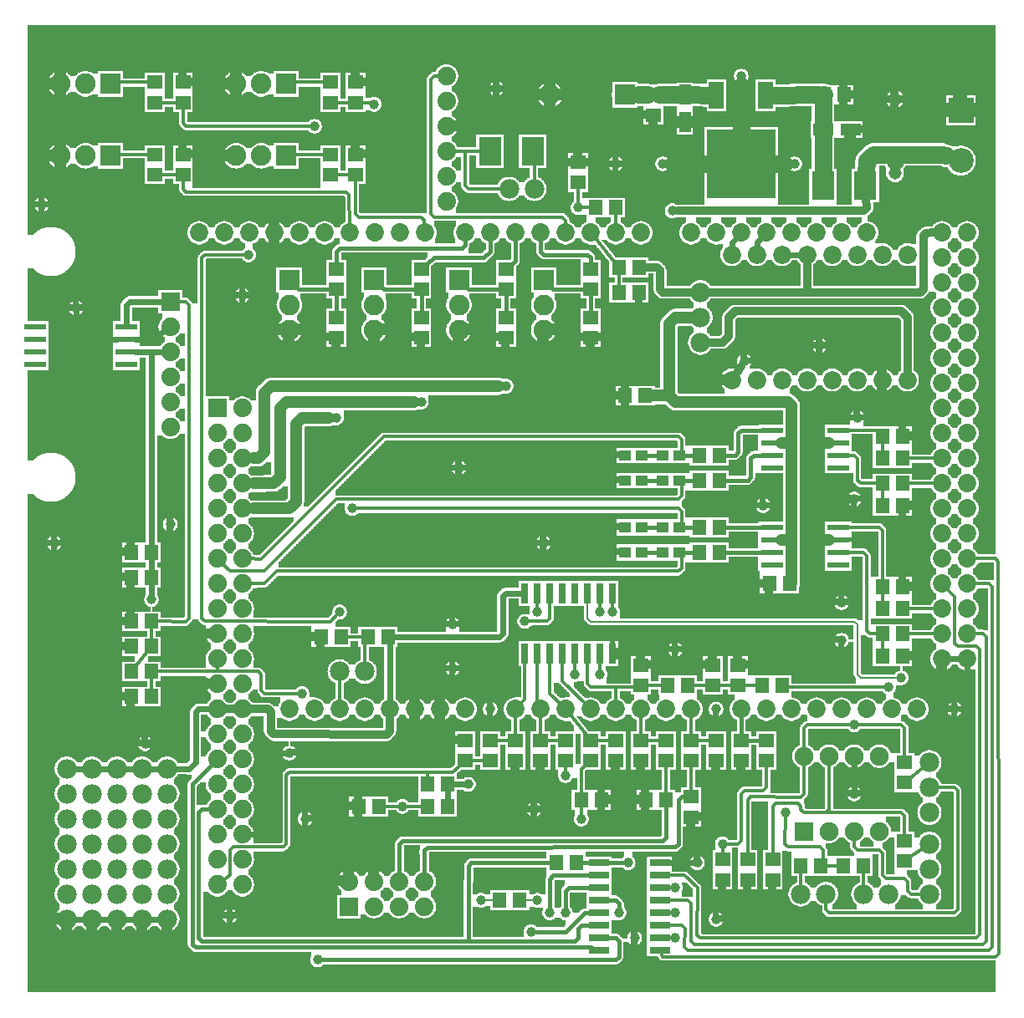
<source format=gtl>
G04 MADE WITH FRITZING*
G04 WWW.FRITZING.ORG*
G04 DOUBLE SIDED*
G04 HOLES PLATED*
G04 CONTOUR ON CENTER OF CONTOUR VECTOR*
%ASAXBY*%
%FSLAX23Y23*%
%MOIN*%
%OFA0B0*%
%SFA1.0B1.0*%
%ADD10C,0.075000*%
%ADD11C,0.074000*%
%ADD12C,0.039370*%
%ADD13C,0.072472*%
%ADD14C,0.072445*%
%ADD15C,0.072417*%
%ADD16C,0.078000*%
%ADD17C,0.072917*%
%ADD18C,0.082000*%
%ADD19C,0.051496*%
%ADD20C,0.099055*%
%ADD21R,0.074000X0.074000*%
%ADD22R,0.055118X0.059055*%
%ADD23R,0.275591X0.275591*%
%ADD24R,0.059055X0.106299*%
%ADD25R,0.047244X0.078740*%
%ADD26R,0.059055X0.055118*%
%ADD27R,0.086614X0.023622*%
%ADD28R,0.090086X0.113708*%
%ADD29R,0.026000X0.080000*%
%ADD30R,0.086900X0.024000*%
%ADD31R,0.047244X0.043307*%
%ADD32R,0.078740X0.047244*%
%ADD33R,0.080000X0.026000*%
%ADD34R,0.075000X0.075000*%
%ADD35R,0.082000X0.082000*%
%ADD36R,0.099055X0.099055*%
%ADD37C,0.024000*%
%ADD38C,0.070000*%
%ADD39C,0.012000*%
%ADD40C,0.032000*%
%ADD41C,0.016000*%
%ADD42C,0.048000*%
%ADD43C,0.008000*%
%ADD44R,0.001000X0.001000*%
%LNCOPPER1*%
G90*
G70*
G54D10*
X969Y2874D03*
X3282Y2672D03*
X607Y2171D03*
X1820Y2192D03*
X123Y3822D03*
X3430Y2366D03*
X633Y1442D03*
X1174Y1305D03*
X3066Y905D03*
X1801Y1383D03*
X3400Y874D03*
X2410Y857D03*
G54D11*
X1319Y482D03*
X1419Y482D03*
X1519Y482D03*
X1619Y482D03*
X1319Y382D03*
X1419Y382D03*
X1519Y382D03*
X1619Y382D03*
G54D12*
X144Y1832D03*
X3332Y832D03*
X2882Y3695D03*
X1282Y1557D03*
X532Y1607D03*
X2457Y257D03*
X2432Y558D03*
X1732Y1507D03*
X232Y2770D03*
X1907Y3645D03*
X3094Y3345D03*
X2607Y3157D03*
X919Y2982D03*
X2244Y732D03*
X2057Y770D03*
X1194Y170D03*
X1844Y408D03*
X2782Y332D03*
X2807Y632D03*
X3519Y1295D03*
X3282Y1445D03*
X1419Y3582D03*
X1332Y1970D03*
X2094Y1832D03*
X1757Y2132D03*
X1082Y995D03*
G54D13*
X2844Y2482D03*
X3544Y2982D03*
X3444Y2982D03*
X3344Y2982D03*
X3244Y2982D03*
X3144Y2982D03*
G54D14*
X3044Y2982D03*
X2944Y2982D03*
G54D13*
X2844Y2982D03*
G54D14*
X3544Y2482D03*
G54D15*
X3444Y2482D03*
G54D14*
X3344Y2482D03*
G54D13*
X3244Y2482D03*
G54D14*
X3144Y2482D03*
G54D15*
X3044Y2482D03*
X2944Y2482D03*
G54D12*
X2707Y557D03*
X2019Y1520D03*
X2232Y3170D03*
X2070Y407D03*
X2569Y3345D03*
X2382Y3345D03*
X607Y1907D03*
G54D11*
X607Y2794D03*
X607Y2694D03*
X607Y2594D03*
X607Y2494D03*
X607Y2394D03*
X607Y2294D03*
G54D12*
X844Y345D03*
X94Y3182D03*
X1144Y732D03*
X2394Y357D03*
X2182Y357D03*
X2119Y357D03*
X2044Y282D03*
X2620Y257D03*
X2619Y357D03*
X2619Y457D03*
X2181Y905D03*
X3469Y1257D03*
X894Y2820D03*
X3344Y2332D03*
X3282Y1595D03*
X2319Y1557D03*
X2619Y1407D03*
X1794Y870D03*
X1132Y1232D03*
X2219Y1307D03*
X2069Y1557D03*
X2319Y1307D03*
X2369Y1557D03*
X1732Y1332D03*
X3732Y1170D03*
X1532Y782D03*
G54D11*
X1707Y3695D03*
X1707Y3595D03*
X1707Y3495D03*
X1707Y3395D03*
X1707Y3295D03*
X1707Y3195D03*
X1707Y3695D03*
X1707Y3595D03*
X1707Y3495D03*
X1707Y3395D03*
X1707Y3295D03*
X1707Y3195D03*
G54D12*
X3057Y757D03*
X1607Y2395D03*
X1944Y2457D03*
X1269Y2332D03*
X1182Y3495D03*
X3332Y1107D03*
X1882Y1170D03*
X507Y1032D03*
X2782Y1170D03*
X3194Y2620D03*
X2969Y1982D03*
X3332Y2007D03*
G54D16*
X594Y332D03*
X494Y332D03*
X394Y332D03*
X294Y332D03*
X194Y332D03*
X594Y932D03*
X494Y932D03*
X394Y932D03*
X294Y932D03*
X194Y932D03*
X194Y732D03*
X294Y732D03*
X394Y732D03*
X494Y732D03*
X494Y432D03*
X494Y532D03*
X194Y432D03*
X194Y532D03*
X294Y432D03*
X294Y532D03*
X394Y432D03*
X394Y532D03*
X594Y432D03*
X594Y532D03*
X194Y832D03*
X294Y832D03*
X394Y832D03*
X494Y832D03*
X494Y632D03*
X594Y632D03*
X1382Y1320D03*
X1282Y1320D03*
X194Y632D03*
X294Y632D03*
X394Y632D03*
X594Y832D03*
X594Y732D03*
G54D12*
X2894Y2557D03*
G54D10*
X3132Y682D03*
X3132Y982D03*
X3232Y682D03*
X3232Y982D03*
X3332Y682D03*
X3332Y982D03*
X3432Y682D03*
X3432Y982D03*
G54D11*
X894Y2370D03*
X894Y2270D03*
X894Y2170D03*
X894Y2070D03*
X894Y1970D03*
X894Y1870D03*
X894Y1770D03*
X894Y1670D03*
X894Y1570D03*
X894Y1470D03*
X894Y1370D03*
X894Y1270D03*
X894Y1170D03*
X894Y1070D03*
X894Y970D03*
X894Y870D03*
X894Y770D03*
X894Y670D03*
X894Y570D03*
X894Y470D03*
X794Y2370D03*
X794Y2270D03*
X794Y2170D03*
X794Y2070D03*
X794Y1970D03*
X794Y1870D03*
X794Y1770D03*
X794Y1670D03*
X794Y1570D03*
X794Y1470D03*
X794Y1370D03*
X794Y1270D03*
X794Y1170D03*
X794Y1070D03*
X794Y970D03*
X794Y870D03*
X794Y770D03*
X794Y670D03*
X794Y570D03*
X794Y470D03*
G54D17*
X2982Y1170D03*
X1382Y1170D03*
X3082Y1170D03*
X3182Y1170D03*
X3282Y1170D03*
X3382Y1170D03*
X3682Y2570D03*
X3482Y1170D03*
X3582Y1170D03*
X1422Y3070D03*
X1982Y1170D03*
X2082Y1170D03*
X2182Y1170D03*
X2282Y1170D03*
X3682Y1770D03*
X2382Y1170D03*
X2482Y1170D03*
X2582Y1170D03*
X2682Y1170D03*
X2182Y3070D03*
X3682Y2970D03*
X3682Y2170D03*
X3682Y1370D03*
X1022Y3070D03*
X1782Y1170D03*
X1782Y3070D03*
X3682Y2770D03*
X3682Y2370D03*
X3682Y1970D03*
X3382Y3070D03*
X3682Y1570D03*
X3282Y3070D03*
X3182Y3070D03*
X3082Y3070D03*
X2982Y3070D03*
X2882Y3070D03*
X2782Y3070D03*
X2682Y3070D03*
X822Y3070D03*
X1222Y3070D03*
X1622Y3070D03*
X1182Y1170D03*
X1582Y1170D03*
X2382Y3070D03*
X1982Y3070D03*
X3682Y3070D03*
X3682Y2870D03*
X3682Y2670D03*
X3682Y2470D03*
X3682Y2270D03*
X3682Y2070D03*
X3682Y1870D03*
X3682Y1670D03*
X3682Y1470D03*
X722Y3070D03*
X922Y3070D03*
X1122Y3070D03*
X1322Y3070D03*
X1522Y3070D03*
X1082Y1170D03*
X1282Y1170D03*
X1482Y1170D03*
X1682Y1170D03*
X2482Y3070D03*
X2282Y3070D03*
X2082Y3070D03*
X1882Y3070D03*
X3782Y3070D03*
X3782Y2970D03*
X3782Y2870D03*
X3782Y2770D03*
X3782Y2670D03*
X3782Y2570D03*
X3782Y2470D03*
X3782Y2370D03*
X3782Y2270D03*
X3782Y2170D03*
X3782Y2070D03*
X3782Y1970D03*
X3782Y1870D03*
X3782Y1770D03*
X3782Y1670D03*
X3782Y1570D03*
X3782Y1470D03*
X3782Y1370D03*
X2882Y1170D03*
G54D18*
X1419Y2882D03*
X1419Y2782D03*
X1419Y2682D03*
X2094Y2882D03*
X2094Y2782D03*
X2094Y2682D03*
X1757Y2882D03*
X1757Y2782D03*
X1757Y2682D03*
X1082Y2882D03*
X1082Y2782D03*
X1082Y2682D03*
G54D16*
X3632Y432D03*
X3632Y532D03*
X3632Y632D03*
X3632Y957D03*
X3632Y857D03*
X3632Y757D03*
X2057Y3245D03*
X1957Y3245D03*
X2719Y2832D03*
X2719Y2732D03*
X2719Y2632D03*
X3119Y432D03*
X3219Y432D03*
X3469Y432D03*
X3369Y432D03*
G54D18*
X2417Y3620D03*
X2119Y3620D03*
G54D19*
X3494Y3307D03*
X3494Y3603D03*
X3494Y3307D03*
X3494Y3603D03*
G54D18*
X369Y3377D03*
X269Y3377D03*
X169Y3377D03*
X1069Y3664D03*
X969Y3664D03*
X869Y3664D03*
X369Y3664D03*
X269Y3664D03*
X169Y3664D03*
X1069Y3377D03*
X969Y3377D03*
X869Y3377D03*
G54D20*
X3757Y3557D03*
X3757Y3357D03*
G54D21*
X1319Y382D03*
G54D22*
X1207Y1457D03*
X1288Y1457D03*
G54D23*
X2882Y3345D03*
G54D24*
X2783Y3618D03*
X2980Y3618D03*
G54D25*
X2657Y3620D03*
X2657Y3510D03*
G54D26*
X2232Y3270D03*
X2232Y3351D03*
G54D22*
X2301Y3170D03*
X2382Y3170D03*
G54D27*
X432Y2595D03*
X69Y2595D03*
X432Y2545D03*
X432Y2645D03*
X432Y2695D03*
X69Y2545D03*
X69Y2645D03*
X69Y2695D03*
G54D28*
X3207Y3257D03*
X3376Y3257D03*
X1882Y3395D03*
X2051Y3395D03*
G54D21*
X607Y2794D03*
G54D29*
X2019Y1390D03*
X2069Y1390D03*
X2119Y1390D03*
X2169Y1390D03*
X2219Y1390D03*
X2269Y1390D03*
X2319Y1390D03*
X2369Y1390D03*
X2369Y1632D03*
X2319Y1632D03*
X2269Y1632D03*
X2219Y1632D03*
X2169Y1632D03*
X2119Y1632D03*
X2069Y1632D03*
X2019Y1632D03*
G54D30*
X3269Y2132D03*
X3269Y2182D03*
X3269Y2232D03*
X3269Y2282D03*
X3004Y2282D03*
X3004Y2232D03*
X3004Y2182D03*
X3004Y2132D03*
X3269Y1745D03*
X3269Y1795D03*
X3269Y1845D03*
X3269Y1895D03*
X3004Y1895D03*
X3004Y1845D03*
X3004Y1795D03*
X3004Y1745D03*
G54D31*
X2569Y1795D03*
X2636Y1795D03*
X2569Y1895D03*
X2636Y1895D03*
X2569Y2082D03*
X2636Y2082D03*
X2569Y2182D03*
X2636Y2182D03*
X2419Y1795D03*
X2486Y1795D03*
X2419Y1895D03*
X2486Y1895D03*
X2419Y2082D03*
X2486Y2082D03*
X2419Y2182D03*
X2486Y2182D03*
G54D32*
X3207Y3482D03*
X3317Y3482D03*
G54D33*
X2557Y207D03*
X2557Y257D03*
X2557Y307D03*
X2557Y357D03*
X2557Y407D03*
X2557Y457D03*
X2557Y507D03*
X2557Y557D03*
X2315Y557D03*
X2315Y507D03*
X2315Y457D03*
X2315Y407D03*
X2315Y357D03*
X2315Y307D03*
X2315Y257D03*
X2315Y207D03*
G54D22*
X2144Y557D03*
X2225Y557D03*
X532Y1220D03*
X451Y1220D03*
X532Y1520D03*
X451Y1520D03*
X2394Y2932D03*
X2475Y2932D03*
X3292Y3620D03*
X3211Y3620D03*
G54D26*
X2532Y3539D03*
X2532Y3620D03*
G54D22*
X532Y1420D03*
X451Y1420D03*
X532Y1320D03*
X451Y1320D03*
X532Y1795D03*
X451Y1795D03*
G54D26*
X1344Y3302D03*
X1344Y3382D03*
X1244Y3589D03*
X1244Y3670D03*
X1344Y3589D03*
X1344Y3670D03*
X1244Y3302D03*
X1244Y3382D03*
X657Y3589D03*
X657Y3670D03*
X544Y3589D03*
X544Y3670D03*
X657Y3302D03*
X657Y3382D03*
X544Y3302D03*
X544Y3382D03*
G54D22*
X3525Y2257D03*
X3444Y2257D03*
X3525Y1982D03*
X3444Y1982D03*
X3525Y2070D03*
X3444Y2070D03*
X3525Y2170D03*
X3444Y2170D03*
X2419Y2420D03*
X2500Y2420D03*
X3525Y1382D03*
X3444Y1382D03*
X3525Y1470D03*
X3444Y1470D03*
X3525Y1570D03*
X3444Y1570D03*
X3525Y1657D03*
X3444Y1657D03*
G54D26*
X1269Y2652D03*
X1269Y2732D03*
X1607Y2652D03*
X1607Y2732D03*
X1944Y2652D03*
X1944Y2732D03*
X2282Y2652D03*
X2282Y2732D03*
X1269Y2926D03*
X1269Y2845D03*
X1607Y2926D03*
X1607Y2845D03*
X1944Y2926D03*
X1944Y2845D03*
X2282Y2926D03*
X2282Y2845D03*
G54D22*
X2714Y2082D03*
X2794Y2082D03*
X2794Y2182D03*
X2714Y2182D03*
X1713Y782D03*
X1632Y782D03*
X2325Y807D03*
X2244Y807D03*
X532Y1695D03*
X451Y1695D03*
X2994Y1670D03*
X3075Y1670D03*
G54D26*
X2769Y1345D03*
X2769Y1264D03*
X2082Y964D03*
X2082Y1045D03*
G54D22*
X1394Y1457D03*
X1475Y1457D03*
X2475Y2832D03*
X2394Y2832D03*
G54D26*
X1982Y964D03*
X1982Y1045D03*
G54D22*
X1713Y870D03*
X1632Y870D03*
G54D26*
X1782Y1045D03*
X1782Y964D03*
G54D22*
X3044Y1266D03*
X2964Y1266D03*
G54D26*
X2482Y1264D03*
X2482Y1345D03*
X3532Y877D03*
X3532Y957D03*
G54D22*
X3289Y545D03*
X3369Y545D03*
X3200Y545D03*
X3119Y545D03*
G54D26*
X3532Y564D03*
X3532Y645D03*
X3007Y570D03*
X3007Y489D03*
X2682Y739D03*
X2682Y820D03*
G54D22*
X2501Y807D03*
X2582Y807D03*
G54D34*
X3132Y682D03*
G54D21*
X794Y2370D03*
G54D35*
X1419Y2882D03*
X2094Y2882D03*
X1757Y2882D03*
X1082Y2882D03*
X2418Y3620D03*
X369Y3377D03*
X1069Y3664D03*
X369Y3664D03*
X1069Y3377D03*
G54D36*
X3757Y3557D03*
G54D26*
X2882Y964D03*
X2882Y1045D03*
X2807Y489D03*
X2807Y570D03*
X2907Y489D03*
X2907Y570D03*
G54D22*
X1357Y782D03*
X1438Y782D03*
G54D26*
X1882Y964D03*
X1882Y1045D03*
X2182Y964D03*
X2182Y1045D03*
X2982Y964D03*
X2982Y1045D03*
X2682Y964D03*
X2682Y1045D03*
X2582Y964D03*
X2582Y1045D03*
X2782Y964D03*
X2782Y1045D03*
X2482Y964D03*
X2482Y1045D03*
X2282Y964D03*
X2282Y1045D03*
X2382Y964D03*
X2382Y1045D03*
G54D22*
X2714Y1795D03*
X2794Y1795D03*
X2794Y1895D03*
X2714Y1895D03*
X2669Y1266D03*
X2589Y1266D03*
G54D26*
X2869Y1264D03*
X2869Y1345D03*
G54D22*
X1919Y407D03*
X2000Y407D03*
G54D37*
X3332Y954D02*
X3332Y851D01*
G54D38*
D02*
X2882Y3488D02*
X2882Y3654D01*
G54D37*
D02*
X469Y2595D02*
X532Y2595D01*
D02*
X432Y2782D02*
X432Y2701D01*
D02*
X445Y2795D02*
X432Y2782D01*
G54D39*
D02*
X1245Y1519D02*
X1272Y1548D01*
D02*
X745Y1520D02*
X1245Y1519D01*
G54D37*
D02*
X576Y2794D02*
X445Y2795D01*
D02*
X232Y2657D02*
X232Y2751D01*
D02*
X245Y2645D02*
X232Y2657D01*
D02*
X394Y2645D02*
X245Y2645D01*
D02*
X532Y2645D02*
X469Y2645D01*
D02*
X581Y2677D02*
X532Y2645D01*
G54D39*
D02*
X1382Y1457D02*
X1382Y1344D01*
D02*
X1394Y1457D02*
X1382Y1457D01*
D02*
X1282Y1194D02*
X1282Y1295D01*
D02*
X2964Y1264D02*
X2964Y1266D01*
D02*
X2669Y1264D02*
X2669Y1266D01*
D02*
X2589Y1264D02*
X2589Y1266D01*
D02*
X3044Y1257D02*
X3044Y1266D01*
D02*
X3456Y1257D02*
X3044Y1257D01*
D02*
X2893Y1264D02*
X2964Y1264D01*
D02*
X2793Y1264D02*
X2845Y1264D01*
D02*
X2745Y1264D02*
X2669Y1264D01*
D02*
X2506Y1264D02*
X2589Y1264D01*
D02*
X2482Y1257D02*
X2382Y1257D01*
D02*
X2482Y1264D02*
X2482Y1257D01*
G54D37*
D02*
X1931Y1620D02*
X1944Y1633D01*
D02*
X1497Y1457D02*
X1920Y1458D01*
D02*
X1932Y1470D02*
X1931Y1620D01*
D02*
X1920Y1458D02*
X1932Y1470D01*
D02*
X1944Y1633D02*
X2012Y1632D01*
D02*
X1482Y1457D02*
X1475Y1457D01*
D02*
X1482Y1200D02*
X1482Y1457D01*
G54D39*
D02*
X1310Y1457D02*
X1372Y1457D01*
G54D37*
D02*
X564Y932D02*
X524Y932D01*
D02*
X464Y932D02*
X424Y932D01*
D02*
X364Y932D02*
X324Y932D01*
D02*
X264Y332D02*
X224Y332D01*
D02*
X364Y332D02*
X324Y332D01*
D02*
X464Y332D02*
X424Y332D01*
D02*
X564Y332D02*
X524Y332D01*
D02*
X264Y932D02*
X224Y932D01*
G54D39*
D02*
X732Y2970D02*
X732Y1533D01*
D02*
X732Y1533D02*
X745Y1520D01*
D02*
X745Y2982D02*
X732Y2970D01*
D02*
X905Y2982D02*
X745Y2982D01*
D02*
X532Y1296D02*
X532Y1244D01*
D02*
X532Y1496D02*
X532Y1444D01*
G54D38*
D02*
X3025Y3345D02*
X3053Y3345D01*
D02*
X2738Y3345D02*
X2611Y3345D01*
D02*
X2675Y3620D02*
X2759Y3619D01*
D02*
X2556Y3620D02*
X2639Y3620D01*
D02*
X2472Y3620D02*
X2508Y3620D01*
G54D40*
D02*
X3382Y3169D02*
X3380Y3208D01*
D02*
X3370Y3157D02*
X3382Y3169D01*
D02*
X2631Y3157D02*
X3370Y3157D01*
G54D38*
D02*
X3207Y3464D02*
X3207Y3307D01*
G54D40*
D02*
X3607Y3058D02*
X3620Y3069D01*
D02*
X3607Y2845D02*
X3607Y3058D01*
D02*
X3620Y3069D02*
X3646Y3070D01*
D02*
X3595Y2833D02*
X3607Y2845D01*
D02*
X3144Y2833D02*
X3595Y2833D01*
G54D37*
D02*
X576Y2595D02*
X532Y2595D01*
G54D38*
D02*
X3004Y3619D02*
X3189Y3620D01*
G54D41*
D02*
X2816Y1795D02*
X2966Y1795D01*
G54D39*
D02*
X813Y1752D02*
X845Y1720D01*
D02*
X845Y1720D02*
X982Y1720D01*
D02*
X982Y1720D02*
X1269Y2007D01*
G54D37*
D02*
X1006Y683D02*
X1006Y982D01*
D02*
X1006Y982D02*
X1020Y994D01*
D02*
X1020Y994D02*
X1063Y995D01*
D02*
X994Y670D02*
X1006Y683D01*
D02*
X925Y670D02*
X994Y670D01*
G54D39*
D02*
X1345Y1970D02*
X2631Y1970D01*
D02*
X1307Y3232D02*
X769Y3232D01*
D02*
X1320Y3220D02*
X1307Y3232D01*
D02*
X1322Y3094D02*
X1320Y3220D01*
G54D42*
D02*
X644Y1032D02*
X537Y1032D01*
D02*
X657Y1258D02*
X657Y1045D01*
D02*
X657Y1045D02*
X644Y1032D01*
D02*
X669Y1270D02*
X657Y1258D01*
D02*
X752Y1270D02*
X669Y1270D01*
G54D37*
D02*
X532Y1771D02*
X532Y1719D01*
D02*
X3207Y3620D02*
X3211Y3620D01*
G54D38*
D02*
X3382Y3357D02*
X3407Y3382D01*
D02*
X3407Y3382D02*
X3495Y3382D01*
D02*
X3379Y3307D02*
X3382Y3357D01*
G54D37*
D02*
X3769Y1170D02*
X3782Y1182D01*
D02*
X3782Y1182D02*
X3782Y1340D01*
D02*
X3751Y1170D02*
X3769Y1170D01*
D02*
X3752Y1370D02*
X3712Y1370D01*
D02*
X2591Y557D02*
X2688Y557D01*
G54D39*
D02*
X2232Y3183D02*
X2232Y3248D01*
D02*
X2107Y1520D02*
X2119Y1533D01*
D02*
X2119Y1533D02*
X2119Y1598D01*
D02*
X2033Y1520D02*
X2107Y1520D01*
D02*
X1645Y3682D02*
X1657Y3695D01*
D02*
X1657Y3695D02*
X1681Y3695D01*
D02*
X1645Y3144D02*
X1645Y3682D01*
D02*
X1657Y3132D02*
X1645Y3144D01*
D02*
X2169Y3132D02*
X1657Y3132D01*
D02*
X2181Y3119D02*
X2169Y3132D01*
D02*
X2182Y3094D02*
X2181Y3119D01*
D02*
X2279Y3170D02*
X2245Y3170D01*
D02*
X2382Y3146D02*
X2382Y3094D01*
G54D43*
D02*
X2269Y1532D02*
X2269Y1598D01*
D02*
X2282Y1519D02*
X2269Y1532D01*
D02*
X3345Y1507D02*
X3332Y1519D01*
D02*
X3345Y1308D02*
X3345Y1507D01*
D02*
X3357Y1294D02*
X3345Y1308D01*
D02*
X3332Y1519D02*
X2282Y1519D01*
D02*
X3506Y1295D02*
X3357Y1294D01*
G54D39*
D02*
X2319Y1598D02*
X2319Y1571D01*
D02*
X554Y1320D02*
X794Y1320D01*
G54D43*
D02*
X2056Y407D02*
X2022Y407D01*
G54D41*
D02*
X2619Y620D02*
X2632Y632D01*
D02*
X2582Y657D02*
X2582Y783D01*
D02*
X2569Y645D02*
X2582Y657D01*
D02*
X2644Y820D02*
X2658Y820D01*
D02*
X2632Y807D02*
X2644Y820D01*
D02*
X2632Y632D02*
X2632Y807D01*
D02*
X1632Y619D02*
X2619Y620D01*
D02*
X1619Y607D02*
X1632Y619D01*
D02*
X1619Y508D02*
X1619Y607D01*
D02*
X1532Y645D02*
X2569Y645D01*
D02*
X1520Y633D02*
X1532Y645D01*
D02*
X1519Y508D02*
X1520Y633D01*
G54D43*
D02*
X1897Y407D02*
X1858Y408D01*
G54D38*
D02*
X3207Y3620D02*
X3211Y3620D01*
D02*
X3207Y3500D02*
X3207Y3620D01*
G54D39*
D02*
X2057Y3395D02*
X2051Y3395D01*
D02*
X2057Y3269D02*
X2057Y3395D01*
D02*
X1844Y3395D02*
X1782Y3395D01*
D02*
X1782Y3395D02*
X1732Y3395D01*
D02*
X1781Y3257D02*
X1782Y3395D01*
D02*
X1795Y3245D02*
X1781Y3257D01*
D02*
X1932Y3245D02*
X1795Y3245D01*
G54D40*
D02*
X831Y1170D02*
X858Y1170D01*
G54D41*
D02*
X2119Y490D02*
X2132Y507D01*
D02*
X2132Y507D02*
X2280Y507D01*
D02*
X2119Y371D02*
X2119Y490D01*
D02*
X2181Y445D02*
X2194Y458D01*
D02*
X2194Y458D02*
X2280Y458D01*
D02*
X2182Y371D02*
X2181Y445D01*
D02*
X2395Y395D02*
X2382Y408D01*
D02*
X2382Y408D02*
X2349Y408D01*
D02*
X2395Y371D02*
X2395Y395D01*
D02*
X2382Y257D02*
X2349Y257D01*
D02*
X2394Y245D02*
X2382Y257D01*
D02*
X2394Y182D02*
X2394Y245D01*
D02*
X2382Y170D02*
X2394Y182D01*
D02*
X1208Y170D02*
X2382Y170D01*
D02*
X2882Y1067D02*
X2882Y1145D01*
D02*
X2906Y1045D02*
X2958Y1045D01*
D02*
X1795Y544D02*
X1795Y245D01*
D02*
X1806Y557D02*
X1795Y544D01*
D02*
X2122Y557D02*
X1806Y557D01*
D02*
X2247Y557D02*
X2280Y557D01*
G54D39*
D02*
X3819Y257D02*
X3831Y270D01*
D02*
X2706Y269D02*
X2720Y257D01*
D02*
X2707Y457D02*
X2706Y269D01*
D02*
X2720Y257D02*
X3819Y257D01*
D02*
X2656Y507D02*
X2707Y457D01*
D02*
X2591Y507D02*
X2656Y507D01*
D02*
X3745Y1420D02*
X3732Y1432D01*
D02*
X3831Y270D02*
X3831Y1407D01*
D02*
X3831Y1407D02*
X3819Y1420D01*
D02*
X3819Y1420D02*
X3745Y1420D01*
D02*
X3732Y1432D02*
X3732Y1619D01*
D02*
X3732Y1619D02*
X3699Y1652D01*
D02*
X2591Y257D02*
X2607Y257D01*
D02*
X2591Y357D02*
X2606Y357D01*
D02*
X2591Y457D02*
X2606Y457D01*
G54D41*
D02*
X1157Y220D02*
X707Y220D01*
D02*
X2282Y220D02*
X1157Y220D01*
D02*
X2296Y215D02*
X2282Y220D01*
D02*
X694Y233D02*
X694Y870D01*
D02*
X707Y220D02*
X694Y233D01*
D02*
X694Y870D02*
X776Y952D01*
G54D39*
D02*
X2682Y395D02*
X2682Y245D01*
D02*
X2695Y232D02*
X3844Y232D01*
D02*
X2682Y245D02*
X2695Y232D01*
D02*
X2670Y407D02*
X2682Y395D01*
D02*
X2591Y407D02*
X2670Y407D01*
D02*
X3844Y232D02*
X3857Y245D01*
D02*
X3857Y245D02*
X3857Y1458D01*
D02*
X3857Y1458D02*
X3845Y1470D01*
D02*
X3845Y1470D02*
X3807Y1470D01*
D02*
X1545Y782D02*
X1610Y782D01*
G54D37*
D02*
X1713Y846D02*
X1713Y806D01*
G54D39*
D02*
X1732Y919D02*
X1632Y919D01*
D02*
X1758Y942D02*
X1732Y919D01*
G54D37*
D02*
X1775Y870D02*
X1735Y870D01*
G54D39*
D02*
X2682Y842D02*
X2682Y942D01*
D02*
X2582Y831D02*
X2582Y942D01*
G54D42*
D02*
X3182Y2008D02*
X3182Y2220D01*
D02*
X3182Y1857D02*
X3182Y2008D01*
D02*
X3194Y2233D02*
X3231Y2232D01*
D02*
X3182Y2220D02*
X3194Y2233D01*
D02*
X3194Y1845D02*
X3182Y1857D01*
D02*
X3231Y1845D02*
X3194Y1845D01*
D02*
X2522Y2420D02*
X2594Y2420D01*
D02*
X3182Y2008D02*
X3302Y2007D01*
G54D39*
D02*
X3419Y2283D02*
X3307Y2282D01*
D02*
X3422Y2279D02*
X3419Y2283D01*
D02*
X3444Y1882D02*
X3432Y1896D01*
D02*
X3432Y1896D02*
X3307Y1895D01*
D02*
X3444Y1681D02*
X3444Y1882D01*
D02*
X3520Y757D02*
X3220Y757D01*
D02*
X3532Y745D02*
X3520Y757D01*
D02*
X3612Y618D02*
X3556Y580D01*
D02*
X3532Y667D02*
X3532Y745D01*
D02*
X3731Y357D02*
X3744Y370D01*
D02*
X3219Y370D02*
X3232Y357D01*
D02*
X3731Y857D02*
X3656Y857D01*
D02*
X3232Y357D02*
X3731Y357D01*
D02*
X3744Y845D02*
X3731Y857D01*
D02*
X3744Y370D02*
X3744Y845D01*
D02*
X3219Y408D02*
X3219Y370D01*
D02*
X1460Y782D02*
X1518Y782D01*
D02*
X2182Y942D02*
X2181Y918D01*
G54D41*
D02*
X2257Y357D02*
X2182Y282D01*
D02*
X2182Y282D02*
X2058Y282D01*
D02*
X2280Y357D02*
X2257Y357D01*
D02*
X2418Y558D02*
X2349Y557D01*
D02*
X2233Y295D02*
X2232Y257D01*
D02*
X2232Y257D02*
X2219Y245D01*
D02*
X2244Y308D02*
X2233Y295D01*
D02*
X2219Y245D02*
X1795Y245D01*
D02*
X2280Y308D02*
X2244Y308D01*
D02*
X1182Y245D02*
X732Y245D01*
D02*
X1795Y245D02*
X1182Y245D01*
D02*
X720Y757D02*
X732Y770D01*
D02*
X732Y770D02*
X769Y770D01*
D02*
X719Y258D02*
X720Y757D01*
D02*
X732Y245D02*
X719Y258D01*
G54D39*
D02*
X3344Y2169D02*
X3331Y2182D01*
D02*
X3344Y2082D02*
X3344Y2169D01*
D02*
X3357Y2070D02*
X3344Y2082D01*
D02*
X3331Y2182D02*
X3307Y2182D01*
D02*
X3422Y2070D02*
X3357Y2070D01*
G54D41*
D02*
X2919Y2170D02*
X2932Y2182D01*
D02*
X2932Y2182D02*
X2966Y2182D01*
D02*
X2919Y2094D02*
X2919Y2170D01*
D02*
X2907Y2082D02*
X2919Y2094D01*
D02*
X2816Y2082D02*
X2907Y2082D01*
G54D39*
D02*
X2644Y1895D02*
X2636Y1895D01*
D02*
X2644Y1957D02*
X2644Y1895D01*
D02*
X2631Y1970D02*
X2644Y1957D01*
D02*
X920Y1670D02*
X982Y1670D01*
D02*
X1032Y1720D02*
X2631Y1720D01*
D02*
X2631Y1720D02*
X2644Y1733D01*
D02*
X982Y1670D02*
X1032Y1720D01*
D02*
X2644Y1795D02*
X2636Y1795D01*
D02*
X2644Y1733D02*
X2644Y1795D01*
D02*
X1118Y1232D02*
X981Y1232D01*
D02*
X3381Y1782D02*
X3370Y1795D01*
D02*
X3381Y1482D02*
X3381Y1782D01*
D02*
X3394Y1470D02*
X3381Y1482D01*
D02*
X3370Y1795D02*
X3307Y1795D01*
D02*
X3422Y1470D02*
X3394Y1470D01*
D02*
X970Y1307D02*
X957Y1320D01*
D02*
X957Y1320D02*
X794Y1320D01*
D02*
X970Y1244D02*
X970Y1307D01*
D02*
X981Y1232D02*
X970Y1244D01*
D02*
X794Y1344D02*
X794Y1320D01*
D02*
X2170Y1283D02*
X2264Y1187D01*
D02*
X2169Y1356D02*
X2170Y1283D01*
D02*
X2219Y1321D02*
X2219Y1356D01*
D02*
X2319Y1321D02*
X2319Y1356D01*
D02*
X2069Y1598D02*
X2069Y1571D01*
D02*
X2369Y1598D02*
X2369Y1571D01*
G54D40*
D02*
X2497Y2932D02*
X2544Y2933D01*
G54D38*
D02*
X3682Y3382D02*
X3697Y3377D01*
D02*
X3495Y3382D02*
X3682Y3382D01*
G54D39*
D02*
X2375Y2956D02*
X2297Y3051D01*
D02*
X2394Y2908D02*
X2394Y2856D01*
G54D42*
D02*
X2594Y2707D02*
X2620Y2733D01*
D02*
X2594Y2420D02*
X2594Y2707D01*
G54D40*
D02*
X2684Y2832D02*
X2570Y2832D01*
D02*
X2570Y2832D02*
X2557Y2845D01*
G54D42*
D02*
X2620Y2733D02*
X2678Y2732D01*
D02*
X3081Y2232D02*
X3042Y2232D01*
G54D41*
D02*
X2966Y1895D02*
X2816Y1895D01*
D02*
X2869Y2195D02*
X2857Y2183D01*
D02*
X2869Y2270D02*
X2869Y2195D01*
D02*
X2882Y2283D02*
X2869Y2270D01*
D02*
X2857Y2183D02*
X2816Y2182D01*
D02*
X2966Y2282D02*
X2882Y2283D01*
G54D39*
D02*
X2482Y1067D02*
X2482Y1145D01*
D02*
X2982Y942D02*
X2982Y857D01*
D02*
X2870Y633D02*
X2820Y632D01*
D02*
X2882Y644D02*
X2870Y633D01*
D02*
X2882Y833D02*
X2882Y644D01*
D02*
X2894Y845D02*
X2882Y833D01*
D02*
X2969Y845D02*
X2894Y845D01*
D02*
X2982Y857D02*
X2969Y845D01*
D02*
X2264Y1067D02*
X2197Y1151D01*
D02*
X1982Y1067D02*
X1982Y1145D01*
D02*
X2506Y1045D02*
X2558Y1045D01*
D02*
X2706Y1045D02*
X2758Y1045D01*
D02*
X2682Y1067D02*
X2682Y1145D01*
G54D37*
D02*
X532Y1819D02*
X532Y2595D01*
D02*
X532Y1626D02*
X532Y1671D01*
G54D40*
D02*
X2557Y2920D02*
X2544Y2933D01*
D02*
X2557Y2845D02*
X2557Y2920D01*
G54D37*
D02*
X707Y957D02*
X707Y1157D01*
D02*
X707Y1157D02*
X719Y1170D01*
D02*
X682Y932D02*
X707Y957D01*
D02*
X624Y932D02*
X682Y932D01*
G54D39*
D02*
X1069Y3382D02*
X1220Y3382D01*
D02*
X1069Y3403D02*
X1069Y3382D01*
D02*
X2269Y1270D02*
X2269Y1356D01*
D02*
X2282Y1258D02*
X2269Y1270D01*
D02*
X2382Y1257D02*
X2282Y1258D01*
G54D42*
D02*
X3081Y1670D02*
X3081Y1845D01*
D02*
X3075Y1670D02*
X3081Y1670D01*
G54D41*
D02*
X2504Y2082D02*
X2551Y2082D01*
D02*
X2654Y2082D02*
X2692Y2082D01*
D02*
X2504Y2182D02*
X2551Y2182D01*
D02*
X2654Y2182D02*
X2692Y2182D01*
G54D39*
D02*
X2382Y1257D02*
X2382Y1194D01*
G54D41*
D02*
X2504Y1895D02*
X2551Y1895D01*
D02*
X2692Y1895D02*
X2654Y1895D01*
D02*
X2692Y1795D02*
X2654Y1795D01*
D02*
X2504Y1795D02*
X2551Y1795D01*
G54D42*
D02*
X2594Y2420D02*
X2620Y2394D01*
G54D39*
D02*
X1958Y1045D02*
X1906Y1045D01*
D02*
X1806Y964D02*
X1858Y964D01*
D02*
X2106Y1045D02*
X2158Y1045D01*
D02*
X2082Y1145D02*
X2082Y1067D01*
D02*
X857Y620D02*
X844Y607D01*
D02*
X844Y507D02*
X815Y485D01*
D02*
X844Y607D02*
X844Y507D01*
D02*
X1057Y620D02*
X857Y620D01*
D02*
X1069Y632D02*
X1057Y620D01*
D02*
X1069Y907D02*
X1069Y632D01*
D02*
X1081Y919D02*
X1069Y907D01*
D02*
X1632Y919D02*
X1081Y919D01*
D02*
X1632Y894D02*
X1632Y919D01*
D02*
X2306Y1045D02*
X2358Y1045D01*
D02*
X2245Y932D02*
X2258Y943D01*
D02*
X2244Y831D02*
X2245Y932D01*
D02*
X2244Y746D02*
X2244Y783D01*
D02*
X2019Y1207D02*
X2019Y1356D01*
D02*
X1999Y1187D02*
X2019Y1207D01*
D02*
X2070Y1195D02*
X2071Y1192D01*
D02*
X2069Y1356D02*
X2070Y1195D01*
G54D40*
D02*
X2864Y2512D02*
X2881Y2537D01*
G54D39*
D02*
X2119Y1232D02*
X2164Y1187D01*
D02*
X2119Y1356D02*
X2119Y1232D01*
D02*
X3132Y1095D02*
X3145Y1107D01*
D02*
X3532Y979D02*
X3532Y1095D01*
D02*
X3519Y1107D02*
X3345Y1107D01*
D02*
X3532Y1095D02*
X3519Y1107D01*
D02*
X3145Y1107D02*
X3318Y1107D01*
D02*
X3132Y1005D02*
X3132Y1095D01*
D02*
X3545Y445D02*
X3557Y432D01*
D02*
X3545Y483D02*
X3545Y445D01*
D02*
X3557Y432D02*
X3607Y432D01*
D02*
X3532Y495D02*
X3545Y483D01*
D02*
X3445Y595D02*
X3445Y507D01*
D02*
X3445Y507D02*
X3457Y495D01*
D02*
X3432Y607D02*
X3445Y595D01*
D02*
X3457Y495D02*
X3532Y495D01*
D02*
X3345Y607D02*
X3432Y607D01*
D02*
X3332Y620D02*
X3345Y607D01*
D02*
X3332Y659D02*
X3332Y620D01*
D02*
X3132Y833D02*
X3132Y959D01*
D02*
X3119Y819D02*
X3132Y833D01*
D02*
X2920Y820D02*
X3119Y819D01*
D02*
X2907Y592D02*
X2907Y807D01*
D02*
X2907Y807D02*
X2920Y820D01*
D02*
X3556Y896D02*
X3613Y942D01*
D02*
X3444Y1633D02*
X3444Y1594D01*
D02*
X3444Y2233D02*
X3444Y2194D01*
G54D42*
D02*
X3081Y1845D02*
X3081Y2232D01*
D02*
X3042Y1845D02*
X3081Y1845D01*
D02*
X3069Y2395D02*
X3081Y2383D01*
D02*
X3081Y2383D02*
X3081Y2232D01*
D02*
X2745Y2395D02*
X3069Y2395D01*
D02*
X2620Y2394D02*
X2745Y2395D01*
G54D38*
D02*
X3495Y3382D02*
X3495Y3356D01*
G54D37*
D02*
X2845Y3032D02*
X2861Y3048D01*
D02*
X2944Y3032D02*
X2960Y3049D01*
D02*
X2845Y3012D02*
X2845Y3032D01*
D02*
X2944Y3012D02*
X2944Y3032D01*
G54D39*
D02*
X3007Y783D02*
X3019Y795D01*
D02*
X3007Y592D02*
X3007Y783D01*
D02*
X3232Y833D02*
X3232Y959D01*
D02*
X3232Y769D02*
X3232Y833D01*
D02*
X3220Y757D02*
X3232Y769D01*
D02*
X3119Y769D02*
X3132Y757D01*
D02*
X3119Y783D02*
X3119Y769D01*
D02*
X3132Y757D02*
X3220Y757D01*
D02*
X3107Y795D02*
X3119Y783D01*
D02*
X3019Y795D02*
X3107Y795D01*
G54D40*
D02*
X1481Y1082D02*
X1470Y1069D01*
D02*
X1482Y1134D02*
X1481Y1082D01*
G54D39*
D02*
X3444Y1446D02*
X3444Y1406D01*
D02*
X3444Y2046D02*
X3444Y2006D01*
D02*
X1069Y3670D02*
X1220Y3670D01*
D02*
X1069Y3691D02*
X1069Y3670D01*
G54D41*
D02*
X2282Y2754D02*
X2282Y2823D01*
D02*
X1944Y2823D02*
X1944Y2754D01*
D02*
X1794Y2845D02*
X1920Y2845D01*
D02*
X1775Y2863D02*
X1794Y2845D01*
D02*
X2132Y2845D02*
X2258Y2845D01*
D02*
X2113Y2864D02*
X2132Y2845D01*
D02*
X2095Y2983D02*
X2269Y2983D01*
D02*
X2269Y2983D02*
X2282Y2970D01*
D02*
X2282Y2970D02*
X2282Y2948D01*
D02*
X2082Y2995D02*
X2095Y2983D01*
D02*
X2082Y3045D02*
X2082Y2995D01*
D02*
X1457Y2845D02*
X1438Y2864D01*
D02*
X1583Y2845D02*
X1457Y2845D01*
D02*
X1607Y2823D02*
X1607Y2754D01*
D02*
X1119Y2845D02*
X1101Y2863D01*
D02*
X1245Y2845D02*
X1119Y2845D01*
D02*
X1269Y2754D02*
X1269Y2823D01*
G54D42*
D02*
X1070Y2395D02*
X1577Y2395D01*
D02*
X1044Y2370D02*
X1070Y2395D01*
D02*
X1044Y2094D02*
X1044Y2370D01*
D02*
X1019Y2070D02*
X1044Y2094D01*
D02*
X937Y2070D02*
X1019Y2070D01*
G54D41*
D02*
X1781Y3021D02*
X1782Y3045D01*
D02*
X1769Y3008D02*
X1781Y3021D01*
D02*
X1270Y2995D02*
X1282Y3008D01*
D02*
X1282Y3008D02*
X1769Y3008D01*
D02*
X1270Y2948D02*
X1270Y2995D01*
D02*
X1856Y2970D02*
X1882Y2995D01*
D02*
X1657Y2970D02*
X1856Y2970D01*
D02*
X1882Y2995D02*
X1882Y3045D01*
D02*
X1631Y2947D02*
X1657Y2970D01*
D02*
X1982Y2958D02*
X1968Y2946D01*
D02*
X1982Y3045D02*
X1982Y2958D01*
G54D42*
D02*
X981Y2195D02*
X957Y2170D01*
D02*
X981Y2433D02*
X981Y2195D01*
D02*
X957Y2170D02*
X937Y2170D01*
D02*
X1007Y2457D02*
X981Y2433D01*
D02*
X1131Y2332D02*
X1107Y2307D01*
D02*
X1107Y1995D02*
X1082Y1970D01*
D02*
X1107Y2307D02*
X1107Y1995D01*
D02*
X1082Y1970D02*
X937Y1970D01*
D02*
X1239Y2332D02*
X1131Y2332D01*
D02*
X1914Y2457D02*
X1007Y2457D01*
G54D40*
D02*
X2832Y2733D02*
X2857Y2758D01*
D02*
X2832Y2657D02*
X2832Y2733D01*
D02*
X2807Y2632D02*
X2832Y2657D01*
D02*
X2857Y2758D02*
X3520Y2758D01*
D02*
X2755Y2632D02*
X2807Y2632D01*
D02*
X3144Y2833D02*
X2755Y2832D01*
D02*
X3144Y2947D02*
X3144Y2833D01*
D02*
X3545Y2733D02*
X3544Y2518D01*
D02*
X3520Y2758D02*
X3545Y2733D01*
G54D39*
D02*
X513Y1396D02*
X471Y1344D01*
D02*
X682Y1832D02*
X682Y1533D01*
D02*
X669Y1519D02*
X554Y1520D01*
D02*
X682Y1533D02*
X669Y1519D01*
D02*
X682Y2782D02*
X682Y1832D01*
D02*
X633Y2795D02*
X669Y2795D01*
D02*
X669Y2795D02*
X682Y2782D01*
D02*
X1168Y3495D02*
X670Y3495D01*
D02*
X657Y3508D02*
X657Y3567D01*
D02*
X670Y3495D02*
X657Y3508D01*
D02*
X369Y3670D02*
X369Y3691D01*
D02*
X520Y3670D02*
X369Y3670D01*
D02*
X568Y3589D02*
X633Y3589D01*
D02*
X657Y3245D02*
X657Y3280D01*
D02*
X670Y3232D02*
X657Y3245D01*
D02*
X769Y3232D02*
X670Y3232D01*
D02*
X369Y3382D02*
X369Y3403D01*
D02*
X520Y3382D02*
X369Y3382D01*
D02*
X633Y3302D02*
X568Y3302D01*
D02*
X1419Y3589D02*
X1419Y3596D01*
D02*
X1368Y3589D02*
X1419Y3589D01*
D02*
X1320Y3589D02*
X1268Y3589D01*
D02*
X1619Y3120D02*
X1620Y3094D01*
D02*
X1606Y3133D02*
X1619Y3120D01*
D02*
X1357Y3133D02*
X1606Y3133D01*
D02*
X1344Y3145D02*
X1357Y3133D01*
D02*
X1344Y3280D02*
X1344Y3145D01*
D02*
X1268Y3302D02*
X1320Y3302D01*
G54D37*
D02*
X3114Y2982D02*
X3074Y2982D01*
G54D39*
D02*
X3369Y521D02*
X3369Y457D01*
D02*
X3267Y545D02*
X3222Y545D01*
D02*
X2631Y2007D02*
X2644Y2020D01*
D02*
X2644Y2082D02*
X2636Y2082D01*
D02*
X2644Y2020D02*
X2644Y2082D01*
D02*
X1269Y2007D02*
X2631Y2007D01*
D02*
X3657Y2070D02*
X3547Y2070D01*
D02*
X3547Y2170D02*
X3657Y2170D01*
D02*
X3869Y207D02*
X3882Y220D01*
D02*
X3882Y1658D02*
X3869Y1670D01*
D02*
X2644Y307D02*
X2657Y295D01*
D02*
X2670Y207D02*
X3869Y207D01*
D02*
X2656Y220D02*
X2670Y207D01*
D02*
X2657Y295D02*
X2656Y220D01*
D02*
X2591Y307D02*
X2644Y307D01*
D02*
X3882Y220D02*
X3882Y1658D01*
D02*
X3869Y1670D02*
X3807Y1670D01*
D02*
X2807Y592D02*
X2807Y619D01*
D02*
X3894Y182D02*
X3907Y195D01*
D02*
X3906Y1757D02*
X3895Y1770D01*
D02*
X2569Y183D02*
X3894Y182D01*
D02*
X2561Y200D02*
X2569Y183D01*
D02*
X3907Y195D02*
X3906Y1757D01*
D02*
X3895Y1770D02*
X3807Y1770D01*
G54D37*
D02*
X719Y1170D02*
X763Y1170D01*
G54D39*
D02*
X3657Y1570D02*
X3547Y1570D01*
D02*
X3657Y1470D02*
X3547Y1470D01*
D02*
X1457Y2257D02*
X2631Y2258D01*
D02*
X2644Y2182D02*
X2636Y2182D01*
D02*
X2644Y2245D02*
X2644Y2182D01*
D02*
X2631Y2258D02*
X2644Y2245D01*
D02*
X970Y1769D02*
X1457Y2257D01*
D02*
X920Y1770D02*
X970Y1769D01*
G54D40*
D02*
X1007Y1157D02*
X994Y1170D01*
D02*
X1007Y1082D02*
X1007Y1157D01*
D02*
X994Y1170D02*
X931Y1170D01*
D02*
X1019Y1070D02*
X1007Y1082D01*
D02*
X1470Y1069D02*
X1019Y1070D01*
G54D39*
D02*
X3119Y457D02*
X3119Y521D01*
D02*
X3056Y632D02*
X3057Y744D01*
D02*
X3070Y620D02*
X3056Y632D01*
D02*
X3207Y607D02*
X3195Y620D01*
D02*
X3207Y545D02*
X3207Y607D01*
D02*
X3195Y620D02*
X3070Y620D01*
D02*
X3200Y545D02*
X3207Y545D01*
G36*
X1746Y3371D02*
X1746Y3367D01*
X1744Y3367D01*
X1744Y3365D01*
X1742Y3365D01*
X1742Y3363D01*
X1740Y3363D01*
X1740Y3361D01*
X1738Y3361D01*
X1738Y3359D01*
X1736Y3359D01*
X1736Y3357D01*
X1734Y3357D01*
X1734Y3355D01*
X1730Y3355D01*
X1730Y3335D01*
X1732Y3335D01*
X1732Y3333D01*
X1736Y3333D01*
X1736Y3331D01*
X1738Y3331D01*
X1738Y3329D01*
X1740Y3329D01*
X1740Y3327D01*
X1742Y3327D01*
X1742Y3325D01*
X1744Y3325D01*
X1744Y3323D01*
X1746Y3323D01*
X1746Y3319D01*
X1766Y3319D01*
X1766Y3371D01*
X1746Y3371D01*
G37*
D02*
G36*
X2302Y3131D02*
X2302Y3111D01*
X2304Y3111D01*
X2304Y3109D01*
X2308Y3109D01*
X2308Y3107D01*
X2310Y3107D01*
X2310Y3105D01*
X2314Y3105D01*
X2314Y3103D01*
X2316Y3103D01*
X2316Y3099D01*
X2318Y3099D01*
X2318Y3097D01*
X2320Y3097D01*
X2320Y3095D01*
X2322Y3095D01*
X2322Y3091D01*
X2342Y3091D01*
X2342Y3095D01*
X2344Y3095D01*
X2344Y3097D01*
X2346Y3097D01*
X2346Y3101D01*
X2348Y3101D01*
X2348Y3103D01*
X2350Y3103D01*
X2350Y3105D01*
X2354Y3105D01*
X2354Y3107D01*
X2356Y3107D01*
X2356Y3109D01*
X2360Y3109D01*
X2360Y3111D01*
X2362Y3111D01*
X2362Y3131D01*
X2302Y3131D01*
G37*
D02*
G36*
X2702Y3131D02*
X2702Y3111D01*
X2704Y3111D01*
X2704Y3109D01*
X2708Y3109D01*
X2708Y3107D01*
X2710Y3107D01*
X2710Y3105D01*
X2714Y3105D01*
X2714Y3103D01*
X2716Y3103D01*
X2716Y3099D01*
X2718Y3099D01*
X2718Y3097D01*
X2720Y3097D01*
X2720Y3095D01*
X2722Y3095D01*
X2722Y3091D01*
X2742Y3091D01*
X2742Y3095D01*
X2744Y3095D01*
X2744Y3097D01*
X2746Y3097D01*
X2746Y3101D01*
X2748Y3101D01*
X2748Y3103D01*
X2750Y3103D01*
X2750Y3105D01*
X2754Y3105D01*
X2754Y3107D01*
X2756Y3107D01*
X2756Y3109D01*
X2760Y3109D01*
X2760Y3111D01*
X2762Y3111D01*
X2762Y3131D01*
X2702Y3131D01*
G37*
D02*
G36*
X2802Y3131D02*
X2802Y3111D01*
X2804Y3111D01*
X2804Y3109D01*
X2808Y3109D01*
X2808Y3107D01*
X2810Y3107D01*
X2810Y3105D01*
X2814Y3105D01*
X2814Y3103D01*
X2816Y3103D01*
X2816Y3099D01*
X2818Y3099D01*
X2818Y3097D01*
X2820Y3097D01*
X2820Y3095D01*
X2822Y3095D01*
X2822Y3091D01*
X2842Y3091D01*
X2842Y3095D01*
X2844Y3095D01*
X2844Y3097D01*
X2846Y3097D01*
X2846Y3101D01*
X2848Y3101D01*
X2848Y3103D01*
X2850Y3103D01*
X2850Y3105D01*
X2854Y3105D01*
X2854Y3107D01*
X2856Y3107D01*
X2856Y3109D01*
X2860Y3109D01*
X2860Y3111D01*
X2862Y3111D01*
X2862Y3131D01*
X2802Y3131D01*
G37*
D02*
G36*
X2902Y3131D02*
X2902Y3111D01*
X2904Y3111D01*
X2904Y3109D01*
X2908Y3109D01*
X2908Y3107D01*
X2910Y3107D01*
X2910Y3105D01*
X2914Y3105D01*
X2914Y3103D01*
X2916Y3103D01*
X2916Y3099D01*
X2918Y3099D01*
X2918Y3097D01*
X2920Y3097D01*
X2920Y3095D01*
X2922Y3095D01*
X2922Y3091D01*
X2942Y3091D01*
X2942Y3095D01*
X2944Y3095D01*
X2944Y3097D01*
X2946Y3097D01*
X2946Y3101D01*
X2948Y3101D01*
X2948Y3103D01*
X2950Y3103D01*
X2950Y3105D01*
X2954Y3105D01*
X2954Y3107D01*
X2956Y3107D01*
X2956Y3109D01*
X2960Y3109D01*
X2960Y3111D01*
X2962Y3111D01*
X2962Y3131D01*
X2902Y3131D01*
G37*
D02*
G36*
X3002Y3131D02*
X3002Y3111D01*
X3004Y3111D01*
X3004Y3109D01*
X3008Y3109D01*
X3008Y3107D01*
X3010Y3107D01*
X3010Y3105D01*
X3014Y3105D01*
X3014Y3103D01*
X3016Y3103D01*
X3016Y3099D01*
X3018Y3099D01*
X3018Y3097D01*
X3020Y3097D01*
X3020Y3095D01*
X3022Y3095D01*
X3022Y3091D01*
X3042Y3091D01*
X3042Y3095D01*
X3044Y3095D01*
X3044Y3097D01*
X3046Y3097D01*
X3046Y3101D01*
X3048Y3101D01*
X3048Y3103D01*
X3050Y3103D01*
X3050Y3105D01*
X3054Y3105D01*
X3054Y3107D01*
X3056Y3107D01*
X3056Y3109D01*
X3060Y3109D01*
X3060Y3111D01*
X3062Y3111D01*
X3062Y3131D01*
X3002Y3131D01*
G37*
D02*
G36*
X3102Y3131D02*
X3102Y3111D01*
X3104Y3111D01*
X3104Y3109D01*
X3108Y3109D01*
X3108Y3107D01*
X3110Y3107D01*
X3110Y3105D01*
X3114Y3105D01*
X3114Y3103D01*
X3116Y3103D01*
X3116Y3099D01*
X3118Y3099D01*
X3118Y3097D01*
X3120Y3097D01*
X3120Y3095D01*
X3122Y3095D01*
X3122Y3091D01*
X3142Y3091D01*
X3142Y3095D01*
X3144Y3095D01*
X3144Y3097D01*
X3146Y3097D01*
X3146Y3101D01*
X3148Y3101D01*
X3148Y3103D01*
X3150Y3103D01*
X3150Y3105D01*
X3154Y3105D01*
X3154Y3107D01*
X3156Y3107D01*
X3156Y3109D01*
X3160Y3109D01*
X3160Y3111D01*
X3162Y3111D01*
X3162Y3131D01*
X3102Y3131D01*
G37*
D02*
G36*
X3202Y3131D02*
X3202Y3111D01*
X3204Y3111D01*
X3204Y3109D01*
X3208Y3109D01*
X3208Y3107D01*
X3210Y3107D01*
X3210Y3105D01*
X3214Y3105D01*
X3214Y3103D01*
X3216Y3103D01*
X3216Y3099D01*
X3218Y3099D01*
X3218Y3097D01*
X3220Y3097D01*
X3220Y3095D01*
X3222Y3095D01*
X3222Y3091D01*
X3242Y3091D01*
X3242Y3095D01*
X3244Y3095D01*
X3244Y3097D01*
X3246Y3097D01*
X3246Y3101D01*
X3248Y3101D01*
X3248Y3103D01*
X3250Y3103D01*
X3250Y3105D01*
X3254Y3105D01*
X3254Y3107D01*
X3256Y3107D01*
X3256Y3109D01*
X3260Y3109D01*
X3260Y3111D01*
X3262Y3111D01*
X3262Y3131D01*
X3202Y3131D01*
G37*
D02*
G36*
X3302Y3131D02*
X3302Y3111D01*
X3304Y3111D01*
X3304Y3109D01*
X3308Y3109D01*
X3308Y3107D01*
X3310Y3107D01*
X3310Y3105D01*
X3314Y3105D01*
X3314Y3103D01*
X3316Y3103D01*
X3316Y3099D01*
X3318Y3099D01*
X3318Y3097D01*
X3320Y3097D01*
X3320Y3095D01*
X3322Y3095D01*
X3322Y3091D01*
X3342Y3091D01*
X3342Y3095D01*
X3344Y3095D01*
X3344Y3097D01*
X3346Y3097D01*
X3346Y3101D01*
X3348Y3101D01*
X3348Y3103D01*
X3350Y3103D01*
X3350Y3105D01*
X3354Y3105D01*
X3354Y3107D01*
X3356Y3107D01*
X3356Y3109D01*
X3360Y3109D01*
X3360Y3111D01*
X3362Y3111D01*
X3362Y3131D01*
X3302Y3131D01*
G37*
D02*
G36*
X1658Y3117D02*
X1658Y3097D01*
X1660Y3097D01*
X1660Y3095D01*
X1662Y3095D01*
X1662Y3091D01*
X1664Y3091D01*
X1664Y3087D01*
X1666Y3087D01*
X1666Y3081D01*
X1668Y3081D01*
X1668Y3059D01*
X1666Y3059D01*
X1666Y3053D01*
X1664Y3053D01*
X1664Y3049D01*
X1662Y3049D01*
X1662Y3027D01*
X1742Y3027D01*
X1742Y3049D01*
X1740Y3049D01*
X1740Y3051D01*
X1738Y3051D01*
X1738Y3059D01*
X1736Y3059D01*
X1736Y3081D01*
X1738Y3081D01*
X1738Y3087D01*
X1740Y3087D01*
X1740Y3091D01*
X1742Y3091D01*
X1742Y3095D01*
X1744Y3095D01*
X1744Y3097D01*
X1746Y3097D01*
X1746Y3117D01*
X1658Y3117D01*
G37*
D02*
G36*
X1822Y3049D02*
X1822Y3045D01*
X1820Y3045D01*
X1820Y3043D01*
X1818Y3043D01*
X1818Y3039D01*
X1816Y3039D01*
X1816Y3037D01*
X1814Y3037D01*
X1814Y3035D01*
X1812Y3035D01*
X1812Y3033D01*
X1808Y3033D01*
X1808Y3031D01*
X1806Y3031D01*
X1806Y3029D01*
X1802Y3029D01*
X1802Y3027D01*
X1800Y3027D01*
X1800Y3019D01*
X1798Y3019D01*
X1798Y3013D01*
X1796Y3013D01*
X1796Y3009D01*
X1794Y3009D01*
X1794Y2989D01*
X1850Y2989D01*
X1850Y2991D01*
X1852Y2991D01*
X1852Y2993D01*
X1854Y2993D01*
X1854Y2995D01*
X1856Y2995D01*
X1856Y2997D01*
X1858Y2997D01*
X1858Y2999D01*
X1860Y2999D01*
X1860Y3001D01*
X1862Y3001D01*
X1862Y3003D01*
X1864Y3003D01*
X1864Y3027D01*
X1862Y3027D01*
X1862Y3029D01*
X1858Y3029D01*
X1858Y3031D01*
X1856Y3031D01*
X1856Y3033D01*
X1852Y3033D01*
X1852Y3035D01*
X1850Y3035D01*
X1850Y3037D01*
X1848Y3037D01*
X1848Y3039D01*
X1846Y3039D01*
X1846Y3041D01*
X1844Y3041D01*
X1844Y3045D01*
X1842Y3045D01*
X1842Y3049D01*
X1822Y3049D01*
G37*
D02*
G36*
X3722Y3049D02*
X3722Y3045D01*
X3720Y3045D01*
X3720Y3043D01*
X3718Y3043D01*
X3718Y3039D01*
X3716Y3039D01*
X3716Y3037D01*
X3714Y3037D01*
X3714Y3035D01*
X3712Y3035D01*
X3712Y3033D01*
X3708Y3033D01*
X3708Y3031D01*
X3706Y3031D01*
X3706Y3029D01*
X3704Y3029D01*
X3704Y3009D01*
X3708Y3009D01*
X3708Y3007D01*
X3710Y3007D01*
X3710Y3005D01*
X3714Y3005D01*
X3714Y3003D01*
X3716Y3003D01*
X3716Y2999D01*
X3718Y2999D01*
X3718Y2997D01*
X3720Y2997D01*
X3720Y2995D01*
X3722Y2995D01*
X3722Y2991D01*
X3742Y2991D01*
X3742Y2995D01*
X3744Y2995D01*
X3744Y2997D01*
X3746Y2997D01*
X3746Y3001D01*
X3748Y3001D01*
X3748Y3003D01*
X3750Y3003D01*
X3750Y3005D01*
X3754Y3005D01*
X3754Y3007D01*
X3756Y3007D01*
X3756Y3009D01*
X3760Y3009D01*
X3760Y3029D01*
X3758Y3029D01*
X3758Y3031D01*
X3756Y3031D01*
X3756Y3033D01*
X3752Y3033D01*
X3752Y3035D01*
X3750Y3035D01*
X3750Y3037D01*
X3748Y3037D01*
X3748Y3039D01*
X3746Y3039D01*
X3746Y3041D01*
X3744Y3041D01*
X3744Y3045D01*
X3742Y3045D01*
X3742Y3049D01*
X3722Y3049D01*
G37*
D02*
G36*
X962Y3049D02*
X962Y3045D01*
X960Y3045D01*
X960Y3043D01*
X958Y3043D01*
X958Y3039D01*
X956Y3039D01*
X956Y3037D01*
X954Y3037D01*
X954Y3035D01*
X952Y3035D01*
X952Y3033D01*
X948Y3033D01*
X948Y3031D01*
X946Y3031D01*
X946Y3029D01*
X942Y3029D01*
X942Y3027D01*
X936Y3027D01*
X936Y3023D01*
X1014Y3023D01*
X1014Y3025D01*
X1008Y3025D01*
X1008Y3027D01*
X1002Y3027D01*
X1002Y3029D01*
X998Y3029D01*
X998Y3031D01*
X996Y3031D01*
X996Y3033D01*
X992Y3033D01*
X992Y3035D01*
X990Y3035D01*
X990Y3037D01*
X988Y3037D01*
X988Y3039D01*
X986Y3039D01*
X986Y3041D01*
X984Y3041D01*
X984Y3045D01*
X982Y3045D01*
X982Y3049D01*
X962Y3049D01*
G37*
D02*
G36*
X1062Y3049D02*
X1062Y3045D01*
X1060Y3045D01*
X1060Y3043D01*
X1058Y3043D01*
X1058Y3039D01*
X1056Y3039D01*
X1056Y3037D01*
X1054Y3037D01*
X1054Y3035D01*
X1052Y3035D01*
X1052Y3033D01*
X1048Y3033D01*
X1048Y3031D01*
X1046Y3031D01*
X1046Y3029D01*
X1042Y3029D01*
X1042Y3027D01*
X1036Y3027D01*
X1036Y3025D01*
X1028Y3025D01*
X1028Y3023D01*
X1114Y3023D01*
X1114Y3025D01*
X1108Y3025D01*
X1108Y3027D01*
X1102Y3027D01*
X1102Y3029D01*
X1098Y3029D01*
X1098Y3031D01*
X1096Y3031D01*
X1096Y3033D01*
X1092Y3033D01*
X1092Y3035D01*
X1090Y3035D01*
X1090Y3037D01*
X1088Y3037D01*
X1088Y3039D01*
X1086Y3039D01*
X1086Y3041D01*
X1084Y3041D01*
X1084Y3045D01*
X1082Y3045D01*
X1082Y3049D01*
X1062Y3049D01*
G37*
D02*
G36*
X1162Y3049D02*
X1162Y3045D01*
X1160Y3045D01*
X1160Y3043D01*
X1158Y3043D01*
X1158Y3039D01*
X1156Y3039D01*
X1156Y3037D01*
X1154Y3037D01*
X1154Y3035D01*
X1152Y3035D01*
X1152Y3033D01*
X1148Y3033D01*
X1148Y3031D01*
X1146Y3031D01*
X1146Y3029D01*
X1142Y3029D01*
X1142Y3027D01*
X1136Y3027D01*
X1136Y3025D01*
X1128Y3025D01*
X1128Y3023D01*
X1214Y3023D01*
X1214Y3025D01*
X1208Y3025D01*
X1208Y3027D01*
X1202Y3027D01*
X1202Y3029D01*
X1198Y3029D01*
X1198Y3031D01*
X1196Y3031D01*
X1196Y3033D01*
X1192Y3033D01*
X1192Y3035D01*
X1190Y3035D01*
X1190Y3037D01*
X1188Y3037D01*
X1188Y3039D01*
X1186Y3039D01*
X1186Y3041D01*
X1184Y3041D01*
X1184Y3045D01*
X1182Y3045D01*
X1182Y3049D01*
X1162Y3049D01*
G37*
D02*
G36*
X1262Y3049D02*
X1262Y3045D01*
X1260Y3045D01*
X1260Y3043D01*
X1258Y3043D01*
X1258Y3039D01*
X1256Y3039D01*
X1256Y3037D01*
X1254Y3037D01*
X1254Y3035D01*
X1252Y3035D01*
X1252Y3033D01*
X1248Y3033D01*
X1248Y3031D01*
X1246Y3031D01*
X1246Y3029D01*
X1242Y3029D01*
X1242Y3027D01*
X1236Y3027D01*
X1236Y3025D01*
X1228Y3025D01*
X1228Y3023D01*
X1274Y3023D01*
X1274Y3025D01*
X1282Y3025D01*
X1282Y3049D01*
X1262Y3049D01*
G37*
D02*
G36*
X1922Y3049D02*
X1922Y3045D01*
X1920Y3045D01*
X1920Y3043D01*
X1918Y3043D01*
X1918Y3039D01*
X1916Y3039D01*
X1916Y3037D01*
X1914Y3037D01*
X1914Y3035D01*
X1912Y3035D01*
X1912Y3033D01*
X1908Y3033D01*
X1908Y3031D01*
X1906Y3031D01*
X1906Y3029D01*
X1902Y3029D01*
X1902Y3027D01*
X1900Y3027D01*
X1900Y2991D01*
X1898Y2991D01*
X1898Y2987D01*
X1896Y2987D01*
X1896Y2983D01*
X1894Y2983D01*
X1894Y2981D01*
X1892Y2981D01*
X1892Y2979D01*
X1890Y2979D01*
X1890Y2977D01*
X1888Y2977D01*
X1888Y2975D01*
X1886Y2975D01*
X1886Y2973D01*
X1884Y2973D01*
X1884Y2971D01*
X1882Y2971D01*
X1882Y2969D01*
X1880Y2969D01*
X1880Y2967D01*
X1878Y2967D01*
X1878Y2965D01*
X1876Y2965D01*
X1876Y2963D01*
X1874Y2963D01*
X1874Y2961D01*
X1872Y2961D01*
X1872Y2959D01*
X1870Y2959D01*
X1870Y2957D01*
X1868Y2957D01*
X1868Y2955D01*
X1864Y2955D01*
X1864Y2953D01*
X1664Y2953D01*
X1664Y2951D01*
X1662Y2951D01*
X1662Y2949D01*
X1660Y2949D01*
X1660Y2947D01*
X1656Y2947D01*
X1656Y2945D01*
X1654Y2945D01*
X1654Y2943D01*
X1652Y2943D01*
X1652Y2941D01*
X1650Y2941D01*
X1650Y2939D01*
X1648Y2939D01*
X1648Y2937D01*
X1646Y2937D01*
X1646Y2933D01*
X1808Y2933D01*
X1808Y2863D01*
X1904Y2863D01*
X1904Y2963D01*
X1962Y2963D01*
X1962Y2965D01*
X1964Y2965D01*
X1964Y3027D01*
X1962Y3027D01*
X1962Y3029D01*
X1958Y3029D01*
X1958Y3031D01*
X1956Y3031D01*
X1956Y3033D01*
X1952Y3033D01*
X1952Y3035D01*
X1950Y3035D01*
X1950Y3037D01*
X1948Y3037D01*
X1948Y3039D01*
X1946Y3039D01*
X1946Y3041D01*
X1944Y3041D01*
X1944Y3045D01*
X1942Y3045D01*
X1942Y3049D01*
X1922Y3049D01*
G37*
D02*
G36*
X2022Y3049D02*
X2022Y3045D01*
X2020Y3045D01*
X2020Y3043D01*
X2018Y3043D01*
X2018Y3039D01*
X2016Y3039D01*
X2016Y3037D01*
X2014Y3037D01*
X2014Y3035D01*
X2012Y3035D01*
X2012Y3033D01*
X2008Y3033D01*
X2008Y3031D01*
X2006Y3031D01*
X2006Y3029D01*
X2002Y3029D01*
X2002Y3027D01*
X2000Y3027D01*
X2000Y2953D01*
X1998Y2953D01*
X1998Y2949D01*
X1996Y2949D01*
X1996Y2945D01*
X1994Y2945D01*
X1994Y2943D01*
X1992Y2943D01*
X1992Y2941D01*
X1988Y2941D01*
X1988Y2939D01*
X1986Y2939D01*
X1986Y2937D01*
X1984Y2937D01*
X1984Y2933D01*
X2146Y2933D01*
X2146Y2863D01*
X2242Y2863D01*
X2242Y2965D01*
X2088Y2965D01*
X2088Y2967D01*
X2084Y2967D01*
X2084Y2969D01*
X2082Y2969D01*
X2082Y2971D01*
X2080Y2971D01*
X2080Y2973D01*
X2078Y2973D01*
X2078Y2975D01*
X2076Y2975D01*
X2076Y2977D01*
X2074Y2977D01*
X2074Y2979D01*
X2072Y2979D01*
X2072Y2981D01*
X2070Y2981D01*
X2070Y2983D01*
X2068Y2983D01*
X2068Y2987D01*
X2066Y2987D01*
X2066Y2991D01*
X2064Y2991D01*
X2064Y3027D01*
X2062Y3027D01*
X2062Y3029D01*
X2058Y3029D01*
X2058Y3031D01*
X2056Y3031D01*
X2056Y3033D01*
X2052Y3033D01*
X2052Y3035D01*
X2050Y3035D01*
X2050Y3037D01*
X2048Y3037D01*
X2048Y3039D01*
X2046Y3039D01*
X2046Y3041D01*
X2044Y3041D01*
X2044Y3045D01*
X2042Y3045D01*
X2042Y3049D01*
X2022Y3049D01*
G37*
D02*
G36*
X2122Y3049D02*
X2122Y3045D01*
X2120Y3045D01*
X2120Y3043D01*
X2118Y3043D01*
X2118Y3039D01*
X2116Y3039D01*
X2116Y3037D01*
X2114Y3037D01*
X2114Y3035D01*
X2112Y3035D01*
X2112Y3033D01*
X2108Y3033D01*
X2108Y3031D01*
X2106Y3031D01*
X2106Y3029D01*
X2102Y3029D01*
X2102Y3027D01*
X2100Y3027D01*
X2100Y3023D01*
X2174Y3023D01*
X2174Y3025D01*
X2168Y3025D01*
X2168Y3027D01*
X2162Y3027D01*
X2162Y3029D01*
X2158Y3029D01*
X2158Y3031D01*
X2156Y3031D01*
X2156Y3033D01*
X2152Y3033D01*
X2152Y3035D01*
X2150Y3035D01*
X2150Y3037D01*
X2148Y3037D01*
X2148Y3039D01*
X2146Y3039D01*
X2146Y3041D01*
X2144Y3041D01*
X2144Y3045D01*
X2142Y3045D01*
X2142Y3049D01*
X2122Y3049D01*
G37*
D02*
G36*
X2222Y3049D02*
X2222Y3045D01*
X2220Y3045D01*
X2220Y3043D01*
X2218Y3043D01*
X2218Y3039D01*
X2216Y3039D01*
X2216Y3037D01*
X2214Y3037D01*
X2214Y3035D01*
X2212Y3035D01*
X2212Y3033D01*
X2208Y3033D01*
X2208Y3031D01*
X2206Y3031D01*
X2206Y3029D01*
X2202Y3029D01*
X2202Y3027D01*
X2196Y3027D01*
X2196Y3025D01*
X2188Y3025D01*
X2188Y3023D01*
X2274Y3023D01*
X2274Y3025D01*
X2268Y3025D01*
X2268Y3027D01*
X2262Y3027D01*
X2262Y3029D01*
X2258Y3029D01*
X2258Y3031D01*
X2256Y3031D01*
X2256Y3033D01*
X2252Y3033D01*
X2252Y3035D01*
X2250Y3035D01*
X2250Y3037D01*
X2248Y3037D01*
X2248Y3039D01*
X2246Y3039D01*
X2246Y3041D01*
X2244Y3041D01*
X2244Y3045D01*
X2242Y3045D01*
X2242Y3049D01*
X2222Y3049D01*
G37*
D02*
G36*
X936Y3023D02*
X936Y3021D01*
X1272Y3021D01*
X1272Y3023D01*
X936Y3023D01*
G37*
D02*
G36*
X936Y3023D02*
X936Y3021D01*
X1272Y3021D01*
X1272Y3023D01*
X936Y3023D01*
G37*
D02*
G36*
X936Y3023D02*
X936Y3021D01*
X1272Y3021D01*
X1272Y3023D01*
X936Y3023D01*
G37*
D02*
G36*
X936Y3023D02*
X936Y3021D01*
X1272Y3021D01*
X1272Y3023D01*
X936Y3023D01*
G37*
D02*
G36*
X2100Y3023D02*
X2100Y3021D01*
X2300Y3021D01*
X2300Y3023D01*
X2100Y3023D01*
G37*
D02*
G36*
X2100Y3023D02*
X2100Y3021D01*
X2300Y3021D01*
X2300Y3023D01*
X2100Y3023D01*
G37*
D02*
G36*
X936Y3021D02*
X936Y3005D01*
X938Y3005D01*
X938Y3003D01*
X940Y3003D01*
X940Y3001D01*
X942Y3001D01*
X942Y2999D01*
X944Y2999D01*
X944Y2995D01*
X946Y2995D01*
X946Y2991D01*
X948Y2991D01*
X948Y2973D01*
X946Y2973D01*
X946Y2969D01*
X944Y2969D01*
X944Y2965D01*
X942Y2965D01*
X942Y2963D01*
X940Y2963D01*
X940Y2961D01*
X938Y2961D01*
X938Y2959D01*
X936Y2959D01*
X936Y2957D01*
X932Y2957D01*
X932Y2955D01*
X928Y2955D01*
X928Y2953D01*
X1230Y2953D01*
X1230Y2963D01*
X1252Y2963D01*
X1252Y3001D01*
X1254Y3001D01*
X1254Y3005D01*
X1256Y3005D01*
X1256Y3007D01*
X1258Y3007D01*
X1258Y3011D01*
X1260Y3011D01*
X1260Y3013D01*
X1262Y3013D01*
X1262Y3015D01*
X1264Y3015D01*
X1264Y3017D01*
X1266Y3017D01*
X1266Y3019D01*
X1268Y3019D01*
X1268Y3021D01*
X936Y3021D01*
G37*
D02*
G36*
X2100Y3021D02*
X2100Y3003D01*
X2102Y3003D01*
X2102Y3001D01*
X2274Y3001D01*
X2274Y2999D01*
X2278Y2999D01*
X2278Y2997D01*
X2282Y2997D01*
X2282Y2995D01*
X2284Y2995D01*
X2284Y2993D01*
X2286Y2993D01*
X2286Y2991D01*
X2288Y2991D01*
X2288Y2989D01*
X2290Y2989D01*
X2290Y2987D01*
X2292Y2987D01*
X2292Y2985D01*
X2294Y2985D01*
X2294Y2983D01*
X2296Y2983D01*
X2296Y2981D01*
X2298Y2981D01*
X2298Y2975D01*
X2300Y2975D01*
X2300Y2963D01*
X2322Y2963D01*
X2322Y2807D01*
X2300Y2807D01*
X2300Y2793D01*
X2356Y2793D01*
X2356Y2871D01*
X2378Y2871D01*
X2378Y2893D01*
X2356Y2893D01*
X2356Y2955D01*
X2354Y2955D01*
X2354Y2957D01*
X2352Y2957D01*
X2352Y2961D01*
X2350Y2961D01*
X2350Y2963D01*
X2348Y2963D01*
X2348Y2965D01*
X2346Y2965D01*
X2346Y2967D01*
X2344Y2967D01*
X2344Y2969D01*
X2342Y2969D01*
X2342Y2973D01*
X2340Y2973D01*
X2340Y2975D01*
X2338Y2975D01*
X2338Y2977D01*
X2336Y2977D01*
X2336Y2979D01*
X2334Y2979D01*
X2334Y2983D01*
X2332Y2983D01*
X2332Y2985D01*
X2330Y2985D01*
X2330Y2987D01*
X2328Y2987D01*
X2328Y2989D01*
X2326Y2989D01*
X2326Y2991D01*
X2324Y2991D01*
X2324Y2995D01*
X2322Y2995D01*
X2322Y2997D01*
X2320Y2997D01*
X2320Y2999D01*
X2318Y2999D01*
X2318Y3001D01*
X2316Y3001D01*
X2316Y3005D01*
X2314Y3005D01*
X2314Y3007D01*
X2312Y3007D01*
X2312Y3009D01*
X2310Y3009D01*
X2310Y3011D01*
X2308Y3011D01*
X2308Y3013D01*
X2306Y3013D01*
X2306Y3017D01*
X2304Y3017D01*
X2304Y3019D01*
X2302Y3019D01*
X2302Y3021D01*
X2100Y3021D01*
G37*
D02*
G36*
X1290Y2991D02*
X1290Y2989D01*
X1288Y2989D01*
X1288Y2963D01*
X1308Y2963D01*
X1308Y2933D01*
X1470Y2933D01*
X1470Y2863D01*
X1568Y2863D01*
X1568Y2963D01*
X1624Y2963D01*
X1624Y2965D01*
X1626Y2965D01*
X1626Y2967D01*
X1628Y2967D01*
X1628Y2969D01*
X1630Y2969D01*
X1630Y2971D01*
X1632Y2971D01*
X1632Y2991D01*
X1290Y2991D01*
G37*
D02*
G36*
X752Y2967D02*
X752Y2965D01*
X750Y2965D01*
X750Y2963D01*
X748Y2963D01*
X748Y2953D01*
X910Y2953D01*
X910Y2955D01*
X906Y2955D01*
X906Y2957D01*
X902Y2957D01*
X902Y2959D01*
X900Y2959D01*
X900Y2961D01*
X898Y2961D01*
X898Y2963D01*
X896Y2963D01*
X896Y2965D01*
X894Y2965D01*
X894Y2967D01*
X752Y2967D01*
G37*
D02*
G36*
X748Y2953D02*
X748Y2951D01*
X1230Y2951D01*
X1230Y2953D01*
X748Y2953D01*
G37*
D02*
G36*
X748Y2953D02*
X748Y2951D01*
X1230Y2951D01*
X1230Y2953D01*
X748Y2953D01*
G37*
D02*
G36*
X748Y2951D02*
X748Y2933D01*
X1132Y2933D01*
X1132Y2863D01*
X1230Y2863D01*
X1230Y2951D01*
X748Y2951D01*
G37*
D02*
G36*
X748Y2933D02*
X748Y2849D01*
X904Y2849D01*
X904Y2847D01*
X908Y2847D01*
X908Y2845D01*
X912Y2845D01*
X912Y2843D01*
X914Y2843D01*
X914Y2841D01*
X916Y2841D01*
X916Y2839D01*
X918Y2839D01*
X918Y2837D01*
X920Y2837D01*
X920Y2833D01*
X922Y2833D01*
X922Y2827D01*
X924Y2827D01*
X924Y2813D01*
X922Y2813D01*
X922Y2807D01*
X920Y2807D01*
X920Y2803D01*
X918Y2803D01*
X918Y2801D01*
X916Y2801D01*
X916Y2799D01*
X914Y2799D01*
X914Y2797D01*
X912Y2797D01*
X912Y2795D01*
X908Y2795D01*
X908Y2793D01*
X904Y2793D01*
X904Y2791D01*
X1032Y2791D01*
X1032Y2797D01*
X1034Y2797D01*
X1034Y2803D01*
X1036Y2803D01*
X1036Y2805D01*
X1038Y2805D01*
X1038Y2809D01*
X1040Y2809D01*
X1040Y2831D01*
X1032Y2831D01*
X1032Y2833D01*
X1030Y2833D01*
X1030Y2933D01*
X748Y2933D01*
G37*
D02*
G36*
X1308Y2933D02*
X1308Y2807D01*
X1288Y2807D01*
X1288Y2769D01*
X1308Y2769D01*
X1308Y2631D01*
X1412Y2631D01*
X1412Y2633D01*
X1404Y2633D01*
X1404Y2635D01*
X1398Y2635D01*
X1398Y2637D01*
X1394Y2637D01*
X1394Y2639D01*
X1392Y2639D01*
X1392Y2641D01*
X1388Y2641D01*
X1388Y2643D01*
X1386Y2643D01*
X1386Y2645D01*
X1384Y2645D01*
X1384Y2647D01*
X1382Y2647D01*
X1382Y2649D01*
X1380Y2649D01*
X1380Y2651D01*
X1378Y2651D01*
X1378Y2655D01*
X1376Y2655D01*
X1376Y2657D01*
X1374Y2657D01*
X1374Y2661D01*
X1372Y2661D01*
X1372Y2667D01*
X1370Y2667D01*
X1370Y2675D01*
X1368Y2675D01*
X1368Y2689D01*
X1370Y2689D01*
X1370Y2699D01*
X1372Y2699D01*
X1372Y2703D01*
X1374Y2703D01*
X1374Y2707D01*
X1376Y2707D01*
X1376Y2711D01*
X1378Y2711D01*
X1378Y2713D01*
X1380Y2713D01*
X1380Y2715D01*
X1382Y2715D01*
X1382Y2717D01*
X1384Y2717D01*
X1384Y2719D01*
X1386Y2719D01*
X1386Y2721D01*
X1388Y2721D01*
X1388Y2743D01*
X1386Y2743D01*
X1386Y2745D01*
X1384Y2745D01*
X1384Y2747D01*
X1382Y2747D01*
X1382Y2749D01*
X1380Y2749D01*
X1380Y2751D01*
X1378Y2751D01*
X1378Y2755D01*
X1376Y2755D01*
X1376Y2757D01*
X1374Y2757D01*
X1374Y2761D01*
X1372Y2761D01*
X1372Y2767D01*
X1370Y2767D01*
X1370Y2775D01*
X1368Y2775D01*
X1368Y2789D01*
X1370Y2789D01*
X1370Y2799D01*
X1372Y2799D01*
X1372Y2803D01*
X1374Y2803D01*
X1374Y2807D01*
X1376Y2807D01*
X1376Y2811D01*
X1378Y2811D01*
X1378Y2831D01*
X1368Y2831D01*
X1368Y2933D01*
X1308Y2933D01*
G37*
D02*
G36*
X1646Y2933D02*
X1646Y2807D01*
X1624Y2807D01*
X1624Y2769D01*
X1646Y2769D01*
X1646Y2631D01*
X1750Y2631D01*
X1750Y2633D01*
X1740Y2633D01*
X1740Y2635D01*
X1736Y2635D01*
X1736Y2637D01*
X1732Y2637D01*
X1732Y2639D01*
X1728Y2639D01*
X1728Y2641D01*
X1726Y2641D01*
X1726Y2643D01*
X1724Y2643D01*
X1724Y2645D01*
X1722Y2645D01*
X1722Y2647D01*
X1720Y2647D01*
X1720Y2649D01*
X1718Y2649D01*
X1718Y2651D01*
X1716Y2651D01*
X1716Y2653D01*
X1714Y2653D01*
X1714Y2657D01*
X1712Y2657D01*
X1712Y2661D01*
X1710Y2661D01*
X1710Y2665D01*
X1708Y2665D01*
X1708Y2673D01*
X1706Y2673D01*
X1706Y2693D01*
X1708Y2693D01*
X1708Y2699D01*
X1710Y2699D01*
X1710Y2705D01*
X1712Y2705D01*
X1712Y2707D01*
X1714Y2707D01*
X1714Y2711D01*
X1716Y2711D01*
X1716Y2713D01*
X1718Y2713D01*
X1718Y2717D01*
X1720Y2717D01*
X1720Y2719D01*
X1722Y2719D01*
X1722Y2721D01*
X1726Y2721D01*
X1726Y2743D01*
X1724Y2743D01*
X1724Y2745D01*
X1722Y2745D01*
X1722Y2747D01*
X1720Y2747D01*
X1720Y2749D01*
X1718Y2749D01*
X1718Y2751D01*
X1716Y2751D01*
X1716Y2753D01*
X1714Y2753D01*
X1714Y2757D01*
X1712Y2757D01*
X1712Y2761D01*
X1710Y2761D01*
X1710Y2765D01*
X1708Y2765D01*
X1708Y2773D01*
X1706Y2773D01*
X1706Y2793D01*
X1708Y2793D01*
X1708Y2799D01*
X1710Y2799D01*
X1710Y2805D01*
X1712Y2805D01*
X1712Y2807D01*
X1714Y2807D01*
X1714Y2811D01*
X1716Y2811D01*
X1716Y2831D01*
X1706Y2831D01*
X1706Y2933D01*
X1646Y2933D01*
G37*
D02*
G36*
X1984Y2933D02*
X1984Y2807D01*
X1962Y2807D01*
X1962Y2769D01*
X1984Y2769D01*
X1984Y2631D01*
X2086Y2631D01*
X2086Y2633D01*
X2078Y2633D01*
X2078Y2635D01*
X2074Y2635D01*
X2074Y2637D01*
X2070Y2637D01*
X2070Y2639D01*
X2066Y2639D01*
X2066Y2641D01*
X2064Y2641D01*
X2064Y2643D01*
X2062Y2643D01*
X2062Y2645D01*
X2058Y2645D01*
X2058Y2647D01*
X2056Y2647D01*
X2056Y2651D01*
X2054Y2651D01*
X2054Y2653D01*
X2052Y2653D01*
X2052Y2655D01*
X2050Y2655D01*
X2050Y2659D01*
X2048Y2659D01*
X2048Y2663D01*
X2046Y2663D01*
X2046Y2671D01*
X2044Y2671D01*
X2044Y2695D01*
X2046Y2695D01*
X2046Y2701D01*
X2048Y2701D01*
X2048Y2705D01*
X2050Y2705D01*
X2050Y2709D01*
X2052Y2709D01*
X2052Y2711D01*
X2054Y2711D01*
X2054Y2715D01*
X2056Y2715D01*
X2056Y2717D01*
X2058Y2717D01*
X2058Y2719D01*
X2060Y2719D01*
X2060Y2721D01*
X2062Y2721D01*
X2062Y2723D01*
X2064Y2723D01*
X2064Y2743D01*
X2062Y2743D01*
X2062Y2745D01*
X2058Y2745D01*
X2058Y2747D01*
X2056Y2747D01*
X2056Y2751D01*
X2054Y2751D01*
X2054Y2753D01*
X2052Y2753D01*
X2052Y2755D01*
X2050Y2755D01*
X2050Y2759D01*
X2048Y2759D01*
X2048Y2763D01*
X2046Y2763D01*
X2046Y2771D01*
X2044Y2771D01*
X2044Y2795D01*
X2046Y2795D01*
X2046Y2801D01*
X2048Y2801D01*
X2048Y2805D01*
X2050Y2805D01*
X2050Y2809D01*
X2052Y2809D01*
X2052Y2811D01*
X2054Y2811D01*
X2054Y2831D01*
X2044Y2831D01*
X2044Y2933D01*
X1984Y2933D01*
G37*
D02*
G36*
X2512Y2907D02*
X2512Y2893D01*
X2410Y2893D01*
X2410Y2871D01*
X2512Y2871D01*
X2512Y2793D01*
X2690Y2793D01*
X2690Y2795D01*
X2686Y2795D01*
X2686Y2797D01*
X2684Y2797D01*
X2684Y2799D01*
X2682Y2799D01*
X2682Y2803D01*
X2680Y2803D01*
X2680Y2805D01*
X2678Y2805D01*
X2678Y2807D01*
X2562Y2807D01*
X2562Y2809D01*
X2556Y2809D01*
X2556Y2811D01*
X2554Y2811D01*
X2554Y2813D01*
X2552Y2813D01*
X2552Y2815D01*
X2550Y2815D01*
X2550Y2817D01*
X2548Y2817D01*
X2548Y2819D01*
X2546Y2819D01*
X2546Y2821D01*
X2544Y2821D01*
X2544Y2823D01*
X2542Y2823D01*
X2542Y2825D01*
X2540Y2825D01*
X2540Y2827D01*
X2538Y2827D01*
X2538Y2829D01*
X2536Y2829D01*
X2536Y2833D01*
X2534Y2833D01*
X2534Y2837D01*
X2532Y2837D01*
X2532Y2907D01*
X2512Y2907D01*
G37*
D02*
G36*
X748Y2849D02*
X748Y2791D01*
X884Y2791D01*
X884Y2793D01*
X880Y2793D01*
X880Y2795D01*
X876Y2795D01*
X876Y2797D01*
X874Y2797D01*
X874Y2799D01*
X872Y2799D01*
X872Y2801D01*
X870Y2801D01*
X870Y2805D01*
X868Y2805D01*
X868Y2809D01*
X866Y2809D01*
X866Y2817D01*
X864Y2817D01*
X864Y2823D01*
X866Y2823D01*
X866Y2831D01*
X868Y2831D01*
X868Y2835D01*
X870Y2835D01*
X870Y2837D01*
X872Y2837D01*
X872Y2841D01*
X874Y2841D01*
X874Y2843D01*
X878Y2843D01*
X878Y2845D01*
X880Y2845D01*
X880Y2847D01*
X886Y2847D01*
X886Y2849D01*
X748Y2849D01*
G37*
D02*
G36*
X1126Y2827D02*
X1126Y2805D01*
X1128Y2805D01*
X1128Y2801D01*
X1130Y2801D01*
X1130Y2795D01*
X1132Y2795D01*
X1132Y2769D01*
X1130Y2769D01*
X1130Y2763D01*
X1128Y2763D01*
X1128Y2759D01*
X1126Y2759D01*
X1126Y2755D01*
X1124Y2755D01*
X1124Y2753D01*
X1122Y2753D01*
X1122Y2751D01*
X1120Y2751D01*
X1120Y2747D01*
X1118Y2747D01*
X1118Y2745D01*
X1116Y2745D01*
X1116Y2743D01*
X1112Y2743D01*
X1112Y2723D01*
X1114Y2723D01*
X1114Y2721D01*
X1116Y2721D01*
X1116Y2719D01*
X1118Y2719D01*
X1118Y2717D01*
X1120Y2717D01*
X1120Y2715D01*
X1122Y2715D01*
X1122Y2713D01*
X1124Y2713D01*
X1124Y2709D01*
X1126Y2709D01*
X1126Y2705D01*
X1128Y2705D01*
X1128Y2701D01*
X1130Y2701D01*
X1130Y2695D01*
X1132Y2695D01*
X1132Y2669D01*
X1130Y2669D01*
X1130Y2663D01*
X1128Y2663D01*
X1128Y2659D01*
X1126Y2659D01*
X1126Y2655D01*
X1124Y2655D01*
X1124Y2653D01*
X1122Y2653D01*
X1122Y2651D01*
X1120Y2651D01*
X1120Y2647D01*
X1118Y2647D01*
X1118Y2645D01*
X1116Y2645D01*
X1116Y2643D01*
X1112Y2643D01*
X1112Y2641D01*
X1110Y2641D01*
X1110Y2639D01*
X1106Y2639D01*
X1106Y2637D01*
X1102Y2637D01*
X1102Y2635D01*
X1098Y2635D01*
X1098Y2633D01*
X1090Y2633D01*
X1090Y2631D01*
X1230Y2631D01*
X1230Y2769D01*
X1252Y2769D01*
X1252Y2807D01*
X1230Y2807D01*
X1230Y2827D01*
X1126Y2827D01*
G37*
D02*
G36*
X1464Y2827D02*
X1464Y2805D01*
X1466Y2805D01*
X1466Y2801D01*
X1468Y2801D01*
X1468Y2793D01*
X1470Y2793D01*
X1470Y2771D01*
X1468Y2771D01*
X1468Y2765D01*
X1466Y2765D01*
X1466Y2759D01*
X1464Y2759D01*
X1464Y2757D01*
X1462Y2757D01*
X1462Y2753D01*
X1460Y2753D01*
X1460Y2751D01*
X1458Y2751D01*
X1458Y2749D01*
X1456Y2749D01*
X1456Y2745D01*
X1452Y2745D01*
X1452Y2743D01*
X1450Y2743D01*
X1450Y2721D01*
X1454Y2721D01*
X1454Y2719D01*
X1456Y2719D01*
X1456Y2717D01*
X1458Y2717D01*
X1458Y2713D01*
X1460Y2713D01*
X1460Y2711D01*
X1462Y2711D01*
X1462Y2709D01*
X1464Y2709D01*
X1464Y2705D01*
X1466Y2705D01*
X1466Y2701D01*
X1468Y2701D01*
X1468Y2693D01*
X1470Y2693D01*
X1470Y2671D01*
X1468Y2671D01*
X1468Y2665D01*
X1466Y2665D01*
X1466Y2659D01*
X1464Y2659D01*
X1464Y2657D01*
X1462Y2657D01*
X1462Y2653D01*
X1460Y2653D01*
X1460Y2651D01*
X1458Y2651D01*
X1458Y2649D01*
X1456Y2649D01*
X1456Y2645D01*
X1452Y2645D01*
X1452Y2643D01*
X1450Y2643D01*
X1450Y2641D01*
X1448Y2641D01*
X1448Y2639D01*
X1444Y2639D01*
X1444Y2637D01*
X1440Y2637D01*
X1440Y2635D01*
X1436Y2635D01*
X1436Y2633D01*
X1426Y2633D01*
X1426Y2631D01*
X1568Y2631D01*
X1568Y2769D01*
X1588Y2769D01*
X1588Y2807D01*
X1568Y2807D01*
X1568Y2827D01*
X1464Y2827D01*
G37*
D02*
G36*
X1800Y2827D02*
X1800Y2807D01*
X1802Y2807D01*
X1802Y2803D01*
X1804Y2803D01*
X1804Y2799D01*
X1806Y2799D01*
X1806Y2791D01*
X1808Y2791D01*
X1808Y2773D01*
X1806Y2773D01*
X1806Y2765D01*
X1804Y2765D01*
X1804Y2761D01*
X1802Y2761D01*
X1802Y2757D01*
X1800Y2757D01*
X1800Y2753D01*
X1798Y2753D01*
X1798Y2751D01*
X1796Y2751D01*
X1796Y2749D01*
X1794Y2749D01*
X1794Y2747D01*
X1792Y2747D01*
X1792Y2745D01*
X1790Y2745D01*
X1790Y2743D01*
X1788Y2743D01*
X1788Y2721D01*
X1790Y2721D01*
X1790Y2719D01*
X1794Y2719D01*
X1794Y2715D01*
X1796Y2715D01*
X1796Y2713D01*
X1798Y2713D01*
X1798Y2711D01*
X1800Y2711D01*
X1800Y2707D01*
X1802Y2707D01*
X1802Y2703D01*
X1804Y2703D01*
X1804Y2699D01*
X1806Y2699D01*
X1806Y2691D01*
X1808Y2691D01*
X1808Y2673D01*
X1806Y2673D01*
X1806Y2665D01*
X1804Y2665D01*
X1804Y2661D01*
X1802Y2661D01*
X1802Y2657D01*
X1800Y2657D01*
X1800Y2653D01*
X1798Y2653D01*
X1798Y2651D01*
X1796Y2651D01*
X1796Y2649D01*
X1794Y2649D01*
X1794Y2647D01*
X1792Y2647D01*
X1792Y2645D01*
X1790Y2645D01*
X1790Y2643D01*
X1788Y2643D01*
X1788Y2641D01*
X1786Y2641D01*
X1786Y2639D01*
X1782Y2639D01*
X1782Y2637D01*
X1778Y2637D01*
X1778Y2635D01*
X1774Y2635D01*
X1774Y2633D01*
X1764Y2633D01*
X1764Y2631D01*
X1904Y2631D01*
X1904Y2769D01*
X1926Y2769D01*
X1926Y2807D01*
X1904Y2807D01*
X1904Y2827D01*
X1800Y2827D01*
G37*
D02*
G36*
X2138Y2827D02*
X2138Y2807D01*
X2140Y2807D01*
X2140Y2803D01*
X2142Y2803D01*
X2142Y2797D01*
X2144Y2797D01*
X2144Y2787D01*
X2146Y2787D01*
X2146Y2777D01*
X2144Y2777D01*
X2144Y2767D01*
X2142Y2767D01*
X2142Y2761D01*
X2140Y2761D01*
X2140Y2759D01*
X2138Y2759D01*
X2138Y2755D01*
X2136Y2755D01*
X2136Y2751D01*
X2134Y2751D01*
X2134Y2749D01*
X2132Y2749D01*
X2132Y2747D01*
X2130Y2747D01*
X2130Y2745D01*
X2128Y2745D01*
X2128Y2743D01*
X2126Y2743D01*
X2126Y2721D01*
X2128Y2721D01*
X2128Y2719D01*
X2130Y2719D01*
X2130Y2717D01*
X2132Y2717D01*
X2132Y2715D01*
X2134Y2715D01*
X2134Y2713D01*
X2136Y2713D01*
X2136Y2711D01*
X2138Y2711D01*
X2138Y2707D01*
X2140Y2707D01*
X2140Y2703D01*
X2142Y2703D01*
X2142Y2697D01*
X2144Y2697D01*
X2144Y2687D01*
X2146Y2687D01*
X2146Y2677D01*
X2144Y2677D01*
X2144Y2667D01*
X2142Y2667D01*
X2142Y2661D01*
X2140Y2661D01*
X2140Y2659D01*
X2138Y2659D01*
X2138Y2655D01*
X2136Y2655D01*
X2136Y2651D01*
X2134Y2651D01*
X2134Y2649D01*
X2132Y2649D01*
X2132Y2647D01*
X2130Y2647D01*
X2130Y2645D01*
X2128Y2645D01*
X2128Y2643D01*
X2126Y2643D01*
X2126Y2641D01*
X2122Y2641D01*
X2122Y2639D01*
X2120Y2639D01*
X2120Y2637D01*
X2116Y2637D01*
X2116Y2635D01*
X2110Y2635D01*
X2110Y2633D01*
X2102Y2633D01*
X2102Y2631D01*
X2242Y2631D01*
X2242Y2769D01*
X2264Y2769D01*
X2264Y2807D01*
X2242Y2807D01*
X2242Y2827D01*
X2138Y2827D01*
G37*
D02*
G36*
X2300Y2793D02*
X2300Y2791D01*
X2692Y2791D01*
X2692Y2793D01*
X2300Y2793D01*
G37*
D02*
G36*
X2300Y2793D02*
X2300Y2791D01*
X2692Y2791D01*
X2692Y2793D01*
X2300Y2793D01*
G37*
D02*
G36*
X748Y2791D02*
X748Y2789D01*
X1032Y2789D01*
X1032Y2791D01*
X748Y2791D01*
G37*
D02*
G36*
X748Y2791D02*
X748Y2789D01*
X1032Y2789D01*
X1032Y2791D01*
X748Y2791D01*
G37*
D02*
G36*
X2300Y2791D02*
X2300Y2769D01*
X2322Y2769D01*
X2322Y2615D01*
X2560Y2615D01*
X2560Y2715D01*
X2562Y2715D01*
X2562Y2721D01*
X2564Y2721D01*
X2564Y2725D01*
X2566Y2725D01*
X2566Y2727D01*
X2568Y2727D01*
X2568Y2729D01*
X2570Y2729D01*
X2570Y2733D01*
X2572Y2733D01*
X2572Y2735D01*
X2574Y2735D01*
X2574Y2737D01*
X2576Y2737D01*
X2576Y2739D01*
X2578Y2739D01*
X2578Y2741D01*
X2580Y2741D01*
X2580Y2743D01*
X2582Y2743D01*
X2582Y2745D01*
X2584Y2745D01*
X2584Y2747D01*
X2586Y2747D01*
X2586Y2749D01*
X2588Y2749D01*
X2588Y2751D01*
X2590Y2751D01*
X2590Y2753D01*
X2592Y2753D01*
X2592Y2755D01*
X2594Y2755D01*
X2594Y2757D01*
X2598Y2757D01*
X2598Y2759D01*
X2600Y2759D01*
X2600Y2761D01*
X2602Y2761D01*
X2602Y2763D01*
X2606Y2763D01*
X2606Y2765D01*
X2614Y2765D01*
X2614Y2767D01*
X2686Y2767D01*
X2686Y2769D01*
X2688Y2769D01*
X2688Y2771D01*
X2690Y2771D01*
X2690Y2773D01*
X2692Y2773D01*
X2692Y2791D01*
X2300Y2791D01*
G37*
D02*
G36*
X748Y2789D02*
X748Y2631D01*
X1074Y2631D01*
X1074Y2633D01*
X1066Y2633D01*
X1066Y2635D01*
X1060Y2635D01*
X1060Y2637D01*
X1058Y2637D01*
X1058Y2639D01*
X1054Y2639D01*
X1054Y2641D01*
X1052Y2641D01*
X1052Y2643D01*
X1048Y2643D01*
X1048Y2645D01*
X1046Y2645D01*
X1046Y2647D01*
X1044Y2647D01*
X1044Y2649D01*
X1042Y2649D01*
X1042Y2653D01*
X1040Y2653D01*
X1040Y2655D01*
X1038Y2655D01*
X1038Y2659D01*
X1036Y2659D01*
X1036Y2663D01*
X1034Y2663D01*
X1034Y2669D01*
X1032Y2669D01*
X1032Y2681D01*
X1030Y2681D01*
X1030Y2685D01*
X1032Y2685D01*
X1032Y2697D01*
X1034Y2697D01*
X1034Y2703D01*
X1036Y2703D01*
X1036Y2705D01*
X1038Y2705D01*
X1038Y2709D01*
X1040Y2709D01*
X1040Y2713D01*
X1042Y2713D01*
X1042Y2715D01*
X1044Y2715D01*
X1044Y2717D01*
X1046Y2717D01*
X1046Y2719D01*
X1048Y2719D01*
X1048Y2721D01*
X1050Y2721D01*
X1050Y2723D01*
X1052Y2723D01*
X1052Y2743D01*
X1048Y2743D01*
X1048Y2745D01*
X1046Y2745D01*
X1046Y2747D01*
X1044Y2747D01*
X1044Y2749D01*
X1042Y2749D01*
X1042Y2753D01*
X1040Y2753D01*
X1040Y2755D01*
X1038Y2755D01*
X1038Y2759D01*
X1036Y2759D01*
X1036Y2763D01*
X1034Y2763D01*
X1034Y2769D01*
X1032Y2769D01*
X1032Y2781D01*
X1030Y2781D01*
X1030Y2785D01*
X1032Y2785D01*
X1032Y2789D01*
X748Y2789D01*
G37*
D02*
G36*
X748Y2631D02*
X748Y2629D01*
X1230Y2629D01*
X1230Y2631D01*
X748Y2631D01*
G37*
D02*
G36*
X748Y2631D02*
X748Y2629D01*
X1230Y2629D01*
X1230Y2631D01*
X748Y2631D01*
G37*
D02*
G36*
X1308Y2631D02*
X1308Y2629D01*
X1568Y2629D01*
X1568Y2631D01*
X1308Y2631D01*
G37*
D02*
G36*
X1308Y2631D02*
X1308Y2629D01*
X1568Y2629D01*
X1568Y2631D01*
X1308Y2631D01*
G37*
D02*
G36*
X1646Y2631D02*
X1646Y2629D01*
X1904Y2629D01*
X1904Y2631D01*
X1646Y2631D01*
G37*
D02*
G36*
X1646Y2631D02*
X1646Y2629D01*
X1904Y2629D01*
X1904Y2631D01*
X1646Y2631D01*
G37*
D02*
G36*
X1984Y2631D02*
X1984Y2629D01*
X2242Y2629D01*
X2242Y2631D01*
X1984Y2631D01*
G37*
D02*
G36*
X1984Y2631D02*
X1984Y2629D01*
X2242Y2629D01*
X2242Y2631D01*
X1984Y2631D01*
G37*
D02*
G36*
X748Y2629D02*
X748Y2615D01*
X1230Y2615D01*
X1230Y2629D01*
X748Y2629D01*
G37*
D02*
G36*
X1308Y2629D02*
X1308Y2615D01*
X1568Y2615D01*
X1568Y2629D01*
X1308Y2629D01*
G37*
D02*
G36*
X1646Y2629D02*
X1646Y2615D01*
X1904Y2615D01*
X1904Y2629D01*
X1646Y2629D01*
G37*
D02*
G36*
X1984Y2629D02*
X1984Y2615D01*
X2242Y2615D01*
X2242Y2629D01*
X1984Y2629D01*
G37*
D02*
G36*
X748Y2615D02*
X748Y2613D01*
X2560Y2613D01*
X2560Y2615D01*
X748Y2615D01*
G37*
D02*
G36*
X748Y2615D02*
X748Y2613D01*
X2560Y2613D01*
X2560Y2615D01*
X748Y2615D01*
G37*
D02*
G36*
X748Y2615D02*
X748Y2613D01*
X2560Y2613D01*
X2560Y2615D01*
X748Y2615D01*
G37*
D02*
G36*
X748Y2615D02*
X748Y2613D01*
X2560Y2613D01*
X2560Y2615D01*
X748Y2615D01*
G37*
D02*
G36*
X748Y2615D02*
X748Y2613D01*
X2560Y2613D01*
X2560Y2615D01*
X748Y2615D01*
G37*
D02*
G36*
X748Y2613D02*
X748Y2491D01*
X1924Y2491D01*
X1924Y2489D01*
X1928Y2489D01*
X1928Y2487D01*
X1952Y2487D01*
X1952Y2485D01*
X1958Y2485D01*
X1958Y2483D01*
X1960Y2483D01*
X1960Y2481D01*
X1964Y2481D01*
X1964Y2479D01*
X1966Y2479D01*
X1966Y2477D01*
X1968Y2477D01*
X1968Y2473D01*
X1970Y2473D01*
X1970Y2471D01*
X1972Y2471D01*
X1972Y2465D01*
X1974Y2465D01*
X1974Y2459D01*
X2538Y2459D01*
X2538Y2453D01*
X2560Y2453D01*
X2560Y2613D01*
X748Y2613D01*
G37*
D02*
G36*
X748Y2491D02*
X748Y2417D01*
X902Y2417D01*
X902Y2415D01*
X910Y2415D01*
X910Y2413D01*
X914Y2413D01*
X914Y2411D01*
X918Y2411D01*
X918Y2409D01*
X922Y2409D01*
X922Y2407D01*
X924Y2407D01*
X924Y2405D01*
X926Y2405D01*
X926Y2403D01*
X928Y2403D01*
X928Y2401D01*
X948Y2401D01*
X948Y2443D01*
X950Y2443D01*
X950Y2447D01*
X952Y2447D01*
X952Y2451D01*
X954Y2451D01*
X954Y2453D01*
X956Y2453D01*
X956Y2457D01*
X958Y2457D01*
X958Y2459D01*
X960Y2459D01*
X960Y2461D01*
X964Y2461D01*
X964Y2463D01*
X966Y2463D01*
X966Y2465D01*
X968Y2465D01*
X968Y2467D01*
X970Y2467D01*
X970Y2469D01*
X972Y2469D01*
X972Y2471D01*
X974Y2471D01*
X974Y2473D01*
X976Y2473D01*
X976Y2475D01*
X978Y2475D01*
X978Y2477D01*
X980Y2477D01*
X980Y2479D01*
X982Y2479D01*
X982Y2481D01*
X984Y2481D01*
X984Y2483D01*
X986Y2483D01*
X986Y2485D01*
X990Y2485D01*
X990Y2487D01*
X994Y2487D01*
X994Y2489D01*
X1000Y2489D01*
X1000Y2491D01*
X748Y2491D01*
G37*
D02*
G36*
X1974Y2459D02*
X1974Y2451D01*
X1972Y2451D01*
X1972Y2445D01*
X1970Y2445D01*
X1970Y2441D01*
X1968Y2441D01*
X1968Y2439D01*
X1966Y2439D01*
X1966Y2437D01*
X1964Y2437D01*
X1964Y2435D01*
X1962Y2435D01*
X1962Y2433D01*
X1960Y2433D01*
X1960Y2431D01*
X1956Y2431D01*
X1956Y2429D01*
X1948Y2429D01*
X1948Y2427D01*
X1928Y2427D01*
X1928Y2425D01*
X1920Y2425D01*
X1920Y2423D01*
X1634Y2423D01*
X1634Y2403D01*
X1636Y2403D01*
X1636Y2385D01*
X1634Y2385D01*
X1634Y2381D01*
X2382Y2381D01*
X2382Y2459D01*
X1974Y2459D01*
G37*
D02*
G36*
X842Y2417D02*
X842Y2403D01*
X862Y2403D01*
X862Y2405D01*
X864Y2405D01*
X864Y2407D01*
X868Y2407D01*
X868Y2409D01*
X870Y2409D01*
X870Y2411D01*
X874Y2411D01*
X874Y2413D01*
X878Y2413D01*
X878Y2415D01*
X886Y2415D01*
X886Y2417D01*
X842Y2417D01*
G37*
D02*
G36*
X2538Y2385D02*
X2538Y2381D01*
X2584Y2381D01*
X2584Y2383D01*
X2582Y2383D01*
X2582Y2385D01*
X2538Y2385D01*
G37*
D02*
G36*
X1632Y2381D02*
X1632Y2379D01*
X2586Y2379D01*
X2586Y2381D01*
X1632Y2381D01*
G37*
D02*
G36*
X1632Y2381D02*
X1632Y2379D01*
X2586Y2379D01*
X2586Y2381D01*
X1632Y2381D01*
G37*
D02*
G36*
X1632Y2379D02*
X1632Y2377D01*
X1630Y2377D01*
X1630Y2375D01*
X1628Y2375D01*
X1628Y2373D01*
X1626Y2373D01*
X1626Y2371D01*
X1622Y2371D01*
X1622Y2369D01*
X1620Y2369D01*
X1620Y2367D01*
X1614Y2367D01*
X1614Y2365D01*
X1590Y2365D01*
X1590Y2363D01*
X1586Y2363D01*
X1586Y2361D01*
X1298Y2361D01*
X1298Y2333D01*
X1300Y2333D01*
X1300Y2331D01*
X1298Y2331D01*
X1298Y2321D01*
X1296Y2321D01*
X1296Y2317D01*
X1294Y2317D01*
X1294Y2315D01*
X1292Y2315D01*
X1292Y2313D01*
X1290Y2313D01*
X1290Y2311D01*
X1288Y2311D01*
X1288Y2309D01*
X1286Y2309D01*
X1286Y2307D01*
X1282Y2307D01*
X1282Y2305D01*
X1278Y2305D01*
X1278Y2303D01*
X1254Y2303D01*
X1254Y2301D01*
X1250Y2301D01*
X1250Y2299D01*
X1146Y2299D01*
X1146Y2297D01*
X1144Y2297D01*
X1144Y2295D01*
X1142Y2295D01*
X1142Y2273D01*
X2638Y2273D01*
X2638Y2271D01*
X2642Y2271D01*
X2642Y2269D01*
X2644Y2269D01*
X2644Y2267D01*
X2646Y2267D01*
X2646Y2265D01*
X2648Y2265D01*
X2648Y2263D01*
X2650Y2263D01*
X2650Y2261D01*
X2652Y2261D01*
X2652Y2259D01*
X2654Y2259D01*
X2654Y2257D01*
X2656Y2257D01*
X2656Y2255D01*
X2658Y2255D01*
X2658Y2251D01*
X2660Y2251D01*
X2660Y2221D01*
X2832Y2221D01*
X2832Y2203D01*
X2852Y2203D01*
X2852Y2277D01*
X2854Y2277D01*
X2854Y2281D01*
X2856Y2281D01*
X2856Y2283D01*
X2858Y2283D01*
X2858Y2285D01*
X2860Y2285D01*
X2860Y2287D01*
X2862Y2287D01*
X2862Y2289D01*
X2864Y2289D01*
X2864Y2291D01*
X2866Y2291D01*
X2866Y2293D01*
X2868Y2293D01*
X2868Y2295D01*
X2870Y2295D01*
X2870Y2297D01*
X2872Y2297D01*
X2872Y2299D01*
X2878Y2299D01*
X2878Y2301D01*
X2950Y2301D01*
X2950Y2303D01*
X2952Y2303D01*
X2952Y2305D01*
X3048Y2305D01*
X3048Y2361D01*
X2610Y2361D01*
X2610Y2363D01*
X2604Y2363D01*
X2604Y2365D01*
X2602Y2365D01*
X2602Y2367D01*
X2598Y2367D01*
X2598Y2369D01*
X2596Y2369D01*
X2596Y2371D01*
X2594Y2371D01*
X2594Y2373D01*
X2592Y2373D01*
X2592Y2375D01*
X2590Y2375D01*
X2590Y2377D01*
X2588Y2377D01*
X2588Y2379D01*
X1632Y2379D01*
G37*
D02*
G36*
X1142Y2273D02*
X1142Y1995D01*
X1140Y1995D01*
X1140Y1983D01*
X1138Y1983D01*
X1138Y1979D01*
X1136Y1979D01*
X1136Y1977D01*
X1156Y1977D01*
X1156Y1979D01*
X1158Y1979D01*
X1158Y1981D01*
X1160Y1981D01*
X1160Y1983D01*
X1162Y1983D01*
X1162Y1985D01*
X1164Y1985D01*
X1164Y1987D01*
X1166Y1987D01*
X1166Y1989D01*
X1168Y1989D01*
X1168Y1991D01*
X1170Y1991D01*
X1170Y1993D01*
X1172Y1993D01*
X1172Y1995D01*
X1174Y1995D01*
X1174Y1997D01*
X1176Y1997D01*
X1176Y1999D01*
X1178Y1999D01*
X1178Y2001D01*
X1180Y2001D01*
X1180Y2003D01*
X1182Y2003D01*
X1182Y2005D01*
X1184Y2005D01*
X1184Y2007D01*
X1186Y2007D01*
X1186Y2009D01*
X1188Y2009D01*
X1188Y2011D01*
X1190Y2011D01*
X1190Y2013D01*
X1192Y2013D01*
X1192Y2015D01*
X1194Y2015D01*
X1194Y2017D01*
X1196Y2017D01*
X1196Y2019D01*
X1198Y2019D01*
X1198Y2021D01*
X1200Y2021D01*
X1200Y2023D01*
X1202Y2023D01*
X1202Y2025D01*
X1204Y2025D01*
X1204Y2027D01*
X1206Y2027D01*
X1206Y2029D01*
X1208Y2029D01*
X1208Y2031D01*
X1210Y2031D01*
X1210Y2033D01*
X1212Y2033D01*
X1212Y2035D01*
X1214Y2035D01*
X1214Y2037D01*
X1216Y2037D01*
X1216Y2039D01*
X1218Y2039D01*
X1218Y2041D01*
X1220Y2041D01*
X1220Y2043D01*
X1222Y2043D01*
X1222Y2045D01*
X1224Y2045D01*
X1224Y2047D01*
X1226Y2047D01*
X1226Y2049D01*
X1228Y2049D01*
X1228Y2051D01*
X1230Y2051D01*
X1230Y2053D01*
X1232Y2053D01*
X1232Y2055D01*
X1234Y2055D01*
X1234Y2057D01*
X1236Y2057D01*
X1236Y2059D01*
X1238Y2059D01*
X1238Y2061D01*
X1240Y2061D01*
X1240Y2063D01*
X1242Y2063D01*
X1242Y2065D01*
X1244Y2065D01*
X1244Y2067D01*
X1246Y2067D01*
X1246Y2069D01*
X1248Y2069D01*
X1248Y2071D01*
X1250Y2071D01*
X1250Y2073D01*
X1252Y2073D01*
X1252Y2075D01*
X1254Y2075D01*
X1254Y2077D01*
X1256Y2077D01*
X1256Y2079D01*
X1258Y2079D01*
X1258Y2081D01*
X1260Y2081D01*
X1260Y2083D01*
X1262Y2083D01*
X1262Y2085D01*
X1264Y2085D01*
X1264Y2087D01*
X1266Y2087D01*
X1266Y2089D01*
X1268Y2089D01*
X1268Y2091D01*
X1270Y2091D01*
X1270Y2093D01*
X1272Y2093D01*
X1272Y2095D01*
X1274Y2095D01*
X1274Y2097D01*
X1276Y2097D01*
X1276Y2099D01*
X1278Y2099D01*
X1278Y2101D01*
X1280Y2101D01*
X1280Y2103D01*
X1282Y2103D01*
X1282Y2105D01*
X1284Y2105D01*
X1284Y2107D01*
X1286Y2107D01*
X1286Y2109D01*
X1288Y2109D01*
X1288Y2111D01*
X1290Y2111D01*
X1290Y2113D01*
X1292Y2113D01*
X1292Y2115D01*
X1294Y2115D01*
X1294Y2117D01*
X1296Y2117D01*
X1296Y2119D01*
X1298Y2119D01*
X1298Y2121D01*
X1300Y2121D01*
X1300Y2123D01*
X1302Y2123D01*
X1302Y2125D01*
X1304Y2125D01*
X1304Y2127D01*
X1306Y2127D01*
X1306Y2129D01*
X1308Y2129D01*
X1308Y2131D01*
X1310Y2131D01*
X1310Y2133D01*
X1312Y2133D01*
X1312Y2135D01*
X1314Y2135D01*
X1314Y2137D01*
X1316Y2137D01*
X1316Y2139D01*
X1318Y2139D01*
X1318Y2141D01*
X1320Y2141D01*
X1320Y2143D01*
X1322Y2143D01*
X1322Y2145D01*
X1324Y2145D01*
X1324Y2147D01*
X1326Y2147D01*
X1326Y2149D01*
X1328Y2149D01*
X1328Y2151D01*
X1330Y2151D01*
X1330Y2153D01*
X1332Y2153D01*
X1332Y2155D01*
X1334Y2155D01*
X1334Y2157D01*
X1336Y2157D01*
X1336Y2159D01*
X1338Y2159D01*
X1338Y2161D01*
X1340Y2161D01*
X1340Y2163D01*
X1342Y2163D01*
X1342Y2165D01*
X1344Y2165D01*
X1344Y2167D01*
X1346Y2167D01*
X1346Y2169D01*
X1348Y2169D01*
X1348Y2171D01*
X1350Y2171D01*
X1350Y2173D01*
X1352Y2173D01*
X1352Y2175D01*
X1354Y2175D01*
X1354Y2177D01*
X1356Y2177D01*
X1356Y2179D01*
X1358Y2179D01*
X1358Y2181D01*
X1360Y2181D01*
X1360Y2183D01*
X1362Y2183D01*
X1362Y2185D01*
X1364Y2185D01*
X1364Y2187D01*
X1366Y2187D01*
X1366Y2189D01*
X1368Y2189D01*
X1368Y2191D01*
X1370Y2191D01*
X1370Y2193D01*
X1372Y2193D01*
X1372Y2195D01*
X1374Y2195D01*
X1374Y2197D01*
X1376Y2197D01*
X1376Y2199D01*
X1378Y2199D01*
X1378Y2201D01*
X1380Y2201D01*
X1380Y2203D01*
X1382Y2203D01*
X1382Y2205D01*
X1384Y2205D01*
X1384Y2207D01*
X1386Y2207D01*
X1386Y2209D01*
X1388Y2209D01*
X1388Y2211D01*
X1390Y2211D01*
X1390Y2213D01*
X1392Y2213D01*
X1392Y2215D01*
X1394Y2215D01*
X1394Y2217D01*
X1396Y2217D01*
X1396Y2219D01*
X1398Y2219D01*
X1398Y2221D01*
X1400Y2221D01*
X1400Y2223D01*
X1402Y2223D01*
X1402Y2225D01*
X1404Y2225D01*
X1404Y2227D01*
X1406Y2227D01*
X1406Y2229D01*
X1408Y2229D01*
X1408Y2231D01*
X1410Y2231D01*
X1410Y2233D01*
X1412Y2233D01*
X1412Y2235D01*
X1414Y2235D01*
X1414Y2237D01*
X1416Y2237D01*
X1416Y2239D01*
X1418Y2239D01*
X1418Y2241D01*
X1420Y2241D01*
X1420Y2243D01*
X1422Y2243D01*
X1422Y2245D01*
X1424Y2245D01*
X1424Y2247D01*
X1426Y2247D01*
X1426Y2249D01*
X1428Y2249D01*
X1428Y2251D01*
X1430Y2251D01*
X1430Y2253D01*
X1432Y2253D01*
X1432Y2255D01*
X1434Y2255D01*
X1434Y2257D01*
X1436Y2257D01*
X1436Y2259D01*
X1438Y2259D01*
X1438Y2261D01*
X1440Y2261D01*
X1440Y2263D01*
X1442Y2263D01*
X1442Y2265D01*
X1444Y2265D01*
X1444Y2267D01*
X1446Y2267D01*
X1446Y2269D01*
X1448Y2269D01*
X1448Y2271D01*
X1452Y2271D01*
X1452Y2273D01*
X1142Y2273D01*
G37*
D02*
G36*
X3184Y2961D02*
X3184Y2957D01*
X3182Y2957D01*
X3182Y2955D01*
X3180Y2955D01*
X3180Y2953D01*
X3178Y2953D01*
X3178Y2949D01*
X3176Y2949D01*
X3176Y2947D01*
X3172Y2947D01*
X3172Y2945D01*
X3170Y2945D01*
X3170Y2937D01*
X3232Y2937D01*
X3232Y2939D01*
X3226Y2939D01*
X3226Y2941D01*
X3222Y2941D01*
X3222Y2943D01*
X3218Y2943D01*
X3218Y2945D01*
X3216Y2945D01*
X3216Y2947D01*
X3214Y2947D01*
X3214Y2949D01*
X3212Y2949D01*
X3212Y2951D01*
X3210Y2951D01*
X3210Y2953D01*
X3208Y2953D01*
X3208Y2955D01*
X3206Y2955D01*
X3206Y2959D01*
X3204Y2959D01*
X3204Y2961D01*
X3184Y2961D01*
G37*
D02*
G36*
X3284Y2961D02*
X3284Y2957D01*
X3282Y2957D01*
X3282Y2955D01*
X3280Y2955D01*
X3280Y2953D01*
X3278Y2953D01*
X3278Y2949D01*
X3276Y2949D01*
X3276Y2947D01*
X3272Y2947D01*
X3272Y2945D01*
X3270Y2945D01*
X3270Y2943D01*
X3266Y2943D01*
X3266Y2941D01*
X3262Y2941D01*
X3262Y2939D01*
X3256Y2939D01*
X3256Y2937D01*
X3332Y2937D01*
X3332Y2939D01*
X3326Y2939D01*
X3326Y2941D01*
X3322Y2941D01*
X3322Y2943D01*
X3318Y2943D01*
X3318Y2945D01*
X3316Y2945D01*
X3316Y2947D01*
X3314Y2947D01*
X3314Y2949D01*
X3312Y2949D01*
X3312Y2951D01*
X3310Y2951D01*
X3310Y2953D01*
X3308Y2953D01*
X3308Y2955D01*
X3306Y2955D01*
X3306Y2959D01*
X3304Y2959D01*
X3304Y2961D01*
X3284Y2961D01*
G37*
D02*
G36*
X3384Y2961D02*
X3384Y2957D01*
X3382Y2957D01*
X3382Y2955D01*
X3380Y2955D01*
X3380Y2951D01*
X3378Y2951D01*
X3378Y2949D01*
X3376Y2949D01*
X3376Y2947D01*
X3372Y2947D01*
X3372Y2945D01*
X3370Y2945D01*
X3370Y2943D01*
X3366Y2943D01*
X3366Y2941D01*
X3362Y2941D01*
X3362Y2939D01*
X3356Y2939D01*
X3356Y2937D01*
X3432Y2937D01*
X3432Y2939D01*
X3426Y2939D01*
X3426Y2941D01*
X3422Y2941D01*
X3422Y2943D01*
X3418Y2943D01*
X3418Y2945D01*
X3416Y2945D01*
X3416Y2947D01*
X3414Y2947D01*
X3414Y2949D01*
X3412Y2949D01*
X3412Y2951D01*
X3410Y2951D01*
X3410Y2953D01*
X3408Y2953D01*
X3408Y2955D01*
X3406Y2955D01*
X3406Y2959D01*
X3404Y2959D01*
X3404Y2961D01*
X3384Y2961D01*
G37*
D02*
G36*
X3484Y2961D02*
X3484Y2957D01*
X3482Y2957D01*
X3482Y2955D01*
X3480Y2955D01*
X3480Y2951D01*
X3478Y2951D01*
X3478Y2949D01*
X3476Y2949D01*
X3476Y2947D01*
X3472Y2947D01*
X3472Y2945D01*
X3470Y2945D01*
X3470Y2943D01*
X3466Y2943D01*
X3466Y2941D01*
X3462Y2941D01*
X3462Y2939D01*
X3456Y2939D01*
X3456Y2937D01*
X3532Y2937D01*
X3532Y2939D01*
X3526Y2939D01*
X3526Y2941D01*
X3522Y2941D01*
X3522Y2943D01*
X3518Y2943D01*
X3518Y2945D01*
X3516Y2945D01*
X3516Y2947D01*
X3514Y2947D01*
X3514Y2949D01*
X3512Y2949D01*
X3512Y2951D01*
X3510Y2951D01*
X3510Y2953D01*
X3508Y2953D01*
X3508Y2955D01*
X3506Y2955D01*
X3506Y2959D01*
X3504Y2959D01*
X3504Y2961D01*
X3484Y2961D01*
G37*
D02*
G36*
X3556Y2939D02*
X3556Y2937D01*
X3580Y2937D01*
X3580Y2939D01*
X3556Y2939D01*
G37*
D02*
G36*
X3170Y2937D02*
X3170Y2935D01*
X3580Y2935D01*
X3580Y2937D01*
X3170Y2937D01*
G37*
D02*
G36*
X3170Y2937D02*
X3170Y2935D01*
X3580Y2935D01*
X3580Y2937D01*
X3170Y2937D01*
G37*
D02*
G36*
X3170Y2937D02*
X3170Y2935D01*
X3580Y2935D01*
X3580Y2937D01*
X3170Y2937D01*
G37*
D02*
G36*
X3170Y2937D02*
X3170Y2935D01*
X3580Y2935D01*
X3580Y2937D01*
X3170Y2937D01*
G37*
D02*
G36*
X3170Y2937D02*
X3170Y2935D01*
X3580Y2935D01*
X3580Y2937D01*
X3170Y2937D01*
G37*
D02*
G36*
X3170Y2935D02*
X3170Y2859D01*
X3580Y2859D01*
X3580Y2935D01*
X3170Y2935D01*
G37*
D02*
G36*
X3722Y2949D02*
X3722Y2945D01*
X3720Y2945D01*
X3720Y2943D01*
X3718Y2943D01*
X3718Y2939D01*
X3716Y2939D01*
X3716Y2937D01*
X3714Y2937D01*
X3714Y2935D01*
X3712Y2935D01*
X3712Y2933D01*
X3708Y2933D01*
X3708Y2931D01*
X3706Y2931D01*
X3706Y2929D01*
X3704Y2929D01*
X3704Y2909D01*
X3708Y2909D01*
X3708Y2907D01*
X3710Y2907D01*
X3710Y2905D01*
X3714Y2905D01*
X3714Y2903D01*
X3716Y2903D01*
X3716Y2899D01*
X3718Y2899D01*
X3718Y2897D01*
X3720Y2897D01*
X3720Y2895D01*
X3722Y2895D01*
X3722Y2891D01*
X3742Y2891D01*
X3742Y2895D01*
X3744Y2895D01*
X3744Y2897D01*
X3746Y2897D01*
X3746Y2901D01*
X3748Y2901D01*
X3748Y2903D01*
X3750Y2903D01*
X3750Y2905D01*
X3754Y2905D01*
X3754Y2907D01*
X3756Y2907D01*
X3756Y2909D01*
X3760Y2909D01*
X3760Y2929D01*
X3758Y2929D01*
X3758Y2931D01*
X3756Y2931D01*
X3756Y2933D01*
X3752Y2933D01*
X3752Y2935D01*
X3750Y2935D01*
X3750Y2937D01*
X3748Y2937D01*
X3748Y2939D01*
X3746Y2939D01*
X3746Y2941D01*
X3744Y2941D01*
X3744Y2945D01*
X3742Y2945D01*
X3742Y2949D01*
X3722Y2949D01*
G37*
D02*
G36*
X3722Y2849D02*
X3722Y2845D01*
X3720Y2845D01*
X3720Y2843D01*
X3718Y2843D01*
X3718Y2839D01*
X3716Y2839D01*
X3716Y2837D01*
X3714Y2837D01*
X3714Y2835D01*
X3712Y2835D01*
X3712Y2833D01*
X3708Y2833D01*
X3708Y2831D01*
X3706Y2831D01*
X3706Y2829D01*
X3704Y2829D01*
X3704Y2809D01*
X3708Y2809D01*
X3708Y2807D01*
X3710Y2807D01*
X3710Y2805D01*
X3714Y2805D01*
X3714Y2803D01*
X3716Y2803D01*
X3716Y2799D01*
X3718Y2799D01*
X3718Y2797D01*
X3720Y2797D01*
X3720Y2795D01*
X3722Y2795D01*
X3722Y2791D01*
X3742Y2791D01*
X3742Y2795D01*
X3744Y2795D01*
X3744Y2797D01*
X3746Y2797D01*
X3746Y2801D01*
X3748Y2801D01*
X3748Y2803D01*
X3750Y2803D01*
X3750Y2805D01*
X3754Y2805D01*
X3754Y2807D01*
X3756Y2807D01*
X3756Y2809D01*
X3760Y2809D01*
X3760Y2829D01*
X3758Y2829D01*
X3758Y2831D01*
X3756Y2831D01*
X3756Y2833D01*
X3752Y2833D01*
X3752Y2835D01*
X3750Y2835D01*
X3750Y2837D01*
X3748Y2837D01*
X3748Y2839D01*
X3746Y2839D01*
X3746Y2841D01*
X3744Y2841D01*
X3744Y2845D01*
X3742Y2845D01*
X3742Y2849D01*
X3722Y2849D01*
G37*
D02*
G36*
X454Y2773D02*
X454Y2717D01*
X484Y2717D01*
X484Y2617D01*
X566Y2617D01*
X566Y2619D01*
X568Y2619D01*
X568Y2621D01*
X570Y2621D01*
X570Y2623D01*
X572Y2623D01*
X572Y2627D01*
X574Y2627D01*
X574Y2629D01*
X578Y2629D01*
X578Y2631D01*
X580Y2631D01*
X580Y2633D01*
X582Y2633D01*
X582Y2635D01*
X584Y2635D01*
X584Y2655D01*
X580Y2655D01*
X580Y2657D01*
X578Y2657D01*
X578Y2659D01*
X576Y2659D01*
X576Y2661D01*
X574Y2661D01*
X574Y2663D01*
X572Y2663D01*
X572Y2665D01*
X570Y2665D01*
X570Y2667D01*
X568Y2667D01*
X568Y2671D01*
X566Y2671D01*
X566Y2673D01*
X564Y2673D01*
X564Y2679D01*
X562Y2679D01*
X562Y2687D01*
X560Y2687D01*
X560Y2703D01*
X562Y2703D01*
X562Y2709D01*
X564Y2709D01*
X564Y2715D01*
X566Y2715D01*
X566Y2719D01*
X568Y2719D01*
X568Y2721D01*
X570Y2721D01*
X570Y2723D01*
X572Y2723D01*
X572Y2727D01*
X574Y2727D01*
X574Y2747D01*
X560Y2747D01*
X560Y2773D01*
X454Y2773D01*
G37*
D02*
G36*
X3722Y2749D02*
X3722Y2745D01*
X3720Y2745D01*
X3720Y2743D01*
X3718Y2743D01*
X3718Y2739D01*
X3716Y2739D01*
X3716Y2737D01*
X3714Y2737D01*
X3714Y2735D01*
X3712Y2735D01*
X3712Y2733D01*
X3708Y2733D01*
X3708Y2731D01*
X3706Y2731D01*
X3706Y2729D01*
X3704Y2729D01*
X3704Y2709D01*
X3708Y2709D01*
X3708Y2707D01*
X3710Y2707D01*
X3710Y2705D01*
X3714Y2705D01*
X3714Y2703D01*
X3716Y2703D01*
X3716Y2699D01*
X3718Y2699D01*
X3718Y2697D01*
X3720Y2697D01*
X3720Y2695D01*
X3722Y2695D01*
X3722Y2691D01*
X3742Y2691D01*
X3742Y2695D01*
X3744Y2695D01*
X3744Y2697D01*
X3746Y2697D01*
X3746Y2701D01*
X3748Y2701D01*
X3748Y2703D01*
X3750Y2703D01*
X3750Y2705D01*
X3754Y2705D01*
X3754Y2707D01*
X3756Y2707D01*
X3756Y2709D01*
X3760Y2709D01*
X3760Y2729D01*
X3758Y2729D01*
X3758Y2731D01*
X3756Y2731D01*
X3756Y2733D01*
X3752Y2733D01*
X3752Y2735D01*
X3750Y2735D01*
X3750Y2737D01*
X3748Y2737D01*
X3748Y2739D01*
X3746Y2739D01*
X3746Y2741D01*
X3744Y2741D01*
X3744Y2745D01*
X3742Y2745D01*
X3742Y2749D01*
X3722Y2749D01*
G37*
D02*
G36*
X2866Y2731D02*
X2866Y2729D01*
X2864Y2729D01*
X2864Y2727D01*
X2862Y2727D01*
X2862Y2725D01*
X2860Y2725D01*
X2860Y2723D01*
X2858Y2723D01*
X2858Y2651D01*
X2856Y2651D01*
X2856Y2649D01*
X3204Y2649D01*
X3204Y2647D01*
X3208Y2647D01*
X3208Y2645D01*
X3212Y2645D01*
X3212Y2643D01*
X3214Y2643D01*
X3214Y2641D01*
X3216Y2641D01*
X3216Y2639D01*
X3218Y2639D01*
X3218Y2637D01*
X3220Y2637D01*
X3220Y2633D01*
X3222Y2633D01*
X3222Y2627D01*
X3224Y2627D01*
X3224Y2613D01*
X3222Y2613D01*
X3222Y2607D01*
X3220Y2607D01*
X3220Y2603D01*
X3218Y2603D01*
X3218Y2601D01*
X3216Y2601D01*
X3216Y2599D01*
X3214Y2599D01*
X3214Y2597D01*
X3212Y2597D01*
X3212Y2595D01*
X3208Y2595D01*
X3208Y2593D01*
X3204Y2593D01*
X3204Y2591D01*
X3518Y2591D01*
X3518Y2723D01*
X3516Y2723D01*
X3516Y2725D01*
X3514Y2725D01*
X3514Y2727D01*
X3512Y2727D01*
X3512Y2729D01*
X3510Y2729D01*
X3510Y2731D01*
X2866Y2731D01*
G37*
D02*
G36*
X2634Y2699D02*
X2634Y2697D01*
X2632Y2697D01*
X2632Y2695D01*
X2630Y2695D01*
X2630Y2693D01*
X2628Y2693D01*
X2628Y2583D01*
X2712Y2583D01*
X2712Y2585D01*
X2704Y2585D01*
X2704Y2587D01*
X2698Y2587D01*
X2698Y2589D01*
X2696Y2589D01*
X2696Y2591D01*
X2692Y2591D01*
X2692Y2593D01*
X2690Y2593D01*
X2690Y2595D01*
X2686Y2595D01*
X2686Y2597D01*
X2684Y2597D01*
X2684Y2599D01*
X2682Y2599D01*
X2682Y2603D01*
X2680Y2603D01*
X2680Y2605D01*
X2678Y2605D01*
X2678Y2609D01*
X2676Y2609D01*
X2676Y2611D01*
X2674Y2611D01*
X2674Y2617D01*
X2672Y2617D01*
X2672Y2625D01*
X2670Y2625D01*
X2670Y2639D01*
X2672Y2639D01*
X2672Y2647D01*
X2674Y2647D01*
X2674Y2653D01*
X2676Y2653D01*
X2676Y2657D01*
X2678Y2657D01*
X2678Y2659D01*
X2680Y2659D01*
X2680Y2663D01*
X2682Y2663D01*
X2682Y2665D01*
X2684Y2665D01*
X2684Y2667D01*
X2686Y2667D01*
X2686Y2669D01*
X2688Y2669D01*
X2688Y2671D01*
X2690Y2671D01*
X2690Y2673D01*
X2692Y2673D01*
X2692Y2693D01*
X2690Y2693D01*
X2690Y2695D01*
X2686Y2695D01*
X2686Y2697D01*
X2684Y2697D01*
X2684Y2699D01*
X2634Y2699D01*
G37*
D02*
G36*
X2856Y2649D02*
X2856Y2645D01*
X2854Y2645D01*
X2854Y2643D01*
X2852Y2643D01*
X2852Y2639D01*
X2850Y2639D01*
X2850Y2637D01*
X2848Y2637D01*
X2848Y2635D01*
X2846Y2635D01*
X2846Y2633D01*
X2844Y2633D01*
X2844Y2631D01*
X2842Y2631D01*
X2842Y2629D01*
X2840Y2629D01*
X2840Y2627D01*
X2838Y2627D01*
X2838Y2625D01*
X2836Y2625D01*
X2836Y2623D01*
X2834Y2623D01*
X2834Y2621D01*
X2832Y2621D01*
X2832Y2619D01*
X2830Y2619D01*
X2830Y2617D01*
X2828Y2617D01*
X2828Y2615D01*
X2826Y2615D01*
X2826Y2613D01*
X2822Y2613D01*
X2822Y2611D01*
X2820Y2611D01*
X2820Y2609D01*
X2816Y2609D01*
X2816Y2607D01*
X2760Y2607D01*
X2760Y2603D01*
X2758Y2603D01*
X2758Y2601D01*
X2756Y2601D01*
X2756Y2599D01*
X2754Y2599D01*
X2754Y2597D01*
X2752Y2597D01*
X2752Y2595D01*
X2750Y2595D01*
X2750Y2593D01*
X2746Y2593D01*
X2746Y2591D01*
X3184Y2591D01*
X3184Y2593D01*
X3180Y2593D01*
X3180Y2595D01*
X3176Y2595D01*
X3176Y2597D01*
X3174Y2597D01*
X3174Y2599D01*
X3172Y2599D01*
X3172Y2601D01*
X3170Y2601D01*
X3170Y2605D01*
X3168Y2605D01*
X3168Y2609D01*
X3166Y2609D01*
X3166Y2617D01*
X3164Y2617D01*
X3164Y2623D01*
X3166Y2623D01*
X3166Y2631D01*
X3168Y2631D01*
X3168Y2635D01*
X3170Y2635D01*
X3170Y2637D01*
X3172Y2637D01*
X3172Y2641D01*
X3174Y2641D01*
X3174Y2643D01*
X3178Y2643D01*
X3178Y2645D01*
X3180Y2645D01*
X3180Y2647D01*
X3186Y2647D01*
X3186Y2649D01*
X2856Y2649D01*
G37*
D02*
G36*
X2744Y2591D02*
X2744Y2589D01*
X3518Y2589D01*
X3518Y2591D01*
X2744Y2591D01*
G37*
D02*
G36*
X2744Y2591D02*
X2744Y2589D01*
X3518Y2589D01*
X3518Y2591D01*
X2744Y2591D01*
G37*
D02*
G36*
X2740Y2589D02*
X2740Y2587D01*
X2902Y2587D01*
X2902Y2585D01*
X2908Y2585D01*
X2908Y2583D01*
X2910Y2583D01*
X2910Y2581D01*
X2914Y2581D01*
X2914Y2579D01*
X2916Y2579D01*
X2916Y2577D01*
X2918Y2577D01*
X2918Y2573D01*
X2920Y2573D01*
X2920Y2571D01*
X2922Y2571D01*
X2922Y2565D01*
X2924Y2565D01*
X2924Y2551D01*
X2922Y2551D01*
X2922Y2545D01*
X2920Y2545D01*
X2920Y2541D01*
X2918Y2541D01*
X2918Y2539D01*
X2916Y2539D01*
X2916Y2537D01*
X2914Y2537D01*
X2914Y2529D01*
X3450Y2529D01*
X3450Y2527D01*
X3458Y2527D01*
X3458Y2525D01*
X3464Y2525D01*
X3464Y2523D01*
X3468Y2523D01*
X3468Y2521D01*
X3470Y2521D01*
X3470Y2519D01*
X3474Y2519D01*
X3474Y2517D01*
X3476Y2517D01*
X3476Y2515D01*
X3478Y2515D01*
X3478Y2513D01*
X3480Y2513D01*
X3480Y2511D01*
X3482Y2511D01*
X3482Y2507D01*
X3484Y2507D01*
X3484Y2503D01*
X3504Y2503D01*
X3504Y2507D01*
X3506Y2507D01*
X3506Y2509D01*
X3508Y2509D01*
X3508Y2511D01*
X3510Y2511D01*
X3510Y2515D01*
X3512Y2515D01*
X3512Y2517D01*
X3516Y2517D01*
X3516Y2519D01*
X3518Y2519D01*
X3518Y2589D01*
X2740Y2589D01*
G37*
D02*
G36*
X2734Y2587D02*
X2734Y2585D01*
X2726Y2585D01*
X2726Y2583D01*
X2882Y2583D01*
X2882Y2585D01*
X2888Y2585D01*
X2888Y2587D01*
X2734Y2587D01*
G37*
D02*
G36*
X2628Y2583D02*
X2628Y2581D01*
X2878Y2581D01*
X2878Y2583D01*
X2628Y2583D01*
G37*
D02*
G36*
X2628Y2583D02*
X2628Y2581D01*
X2878Y2581D01*
X2878Y2583D01*
X2628Y2583D01*
G37*
D02*
G36*
X2628Y2581D02*
X2628Y2529D01*
X2850Y2529D01*
X2850Y2527D01*
X2872Y2527D01*
X2872Y2539D01*
X2870Y2539D01*
X2870Y2543D01*
X2868Y2543D01*
X2868Y2545D01*
X2866Y2545D01*
X2866Y2555D01*
X2864Y2555D01*
X2864Y2561D01*
X2866Y2561D01*
X2866Y2569D01*
X2868Y2569D01*
X2868Y2573D01*
X2870Y2573D01*
X2870Y2575D01*
X2872Y2575D01*
X2872Y2577D01*
X2874Y2577D01*
X2874Y2579D01*
X2876Y2579D01*
X2876Y2581D01*
X2628Y2581D01*
G37*
D02*
G36*
X2628Y2529D02*
X2628Y2433D01*
X2630Y2433D01*
X2630Y2431D01*
X2632Y2431D01*
X2632Y2429D01*
X2814Y2429D01*
X2814Y2449D01*
X2812Y2449D01*
X2812Y2451D01*
X2810Y2451D01*
X2810Y2453D01*
X2808Y2453D01*
X2808Y2455D01*
X2806Y2455D01*
X2806Y2459D01*
X2804Y2459D01*
X2804Y2463D01*
X2802Y2463D01*
X2802Y2467D01*
X2800Y2467D01*
X2800Y2475D01*
X2798Y2475D01*
X2798Y2491D01*
X2800Y2491D01*
X2800Y2497D01*
X2802Y2497D01*
X2802Y2503D01*
X2804Y2503D01*
X2804Y2507D01*
X2806Y2507D01*
X2806Y2509D01*
X2808Y2509D01*
X2808Y2511D01*
X2810Y2511D01*
X2810Y2515D01*
X2812Y2515D01*
X2812Y2517D01*
X2816Y2517D01*
X2816Y2519D01*
X2818Y2519D01*
X2818Y2521D01*
X2822Y2521D01*
X2822Y2523D01*
X2824Y2523D01*
X2824Y2525D01*
X2830Y2525D01*
X2830Y2527D01*
X2838Y2527D01*
X2838Y2529D01*
X2628Y2529D01*
G37*
D02*
G36*
X2914Y2529D02*
X2914Y2527D01*
X2938Y2527D01*
X2938Y2529D01*
X2914Y2529D01*
G37*
D02*
G36*
X2950Y2529D02*
X2950Y2527D01*
X2958Y2527D01*
X2958Y2525D01*
X2964Y2525D01*
X2964Y2523D01*
X2968Y2523D01*
X2968Y2521D01*
X2970Y2521D01*
X2970Y2519D01*
X2974Y2519D01*
X2974Y2517D01*
X2976Y2517D01*
X2976Y2515D01*
X2978Y2515D01*
X2978Y2513D01*
X2980Y2513D01*
X2980Y2511D01*
X2982Y2511D01*
X2982Y2507D01*
X2984Y2507D01*
X2984Y2503D01*
X3004Y2503D01*
X3004Y2507D01*
X3006Y2507D01*
X3006Y2509D01*
X3008Y2509D01*
X3008Y2511D01*
X3010Y2511D01*
X3010Y2515D01*
X3012Y2515D01*
X3012Y2517D01*
X3016Y2517D01*
X3016Y2519D01*
X3018Y2519D01*
X3018Y2521D01*
X3022Y2521D01*
X3022Y2523D01*
X3024Y2523D01*
X3024Y2525D01*
X3030Y2525D01*
X3030Y2527D01*
X3038Y2527D01*
X3038Y2529D01*
X2950Y2529D01*
G37*
D02*
G36*
X3050Y2529D02*
X3050Y2527D01*
X3058Y2527D01*
X3058Y2525D01*
X3064Y2525D01*
X3064Y2523D01*
X3068Y2523D01*
X3068Y2521D01*
X3070Y2521D01*
X3070Y2519D01*
X3074Y2519D01*
X3074Y2517D01*
X3076Y2517D01*
X3076Y2515D01*
X3078Y2515D01*
X3078Y2513D01*
X3080Y2513D01*
X3080Y2511D01*
X3082Y2511D01*
X3082Y2507D01*
X3084Y2507D01*
X3084Y2503D01*
X3104Y2503D01*
X3104Y2507D01*
X3106Y2507D01*
X3106Y2509D01*
X3108Y2509D01*
X3108Y2511D01*
X3110Y2511D01*
X3110Y2515D01*
X3112Y2515D01*
X3112Y2517D01*
X3116Y2517D01*
X3116Y2519D01*
X3118Y2519D01*
X3118Y2521D01*
X3122Y2521D01*
X3122Y2523D01*
X3124Y2523D01*
X3124Y2525D01*
X3130Y2525D01*
X3130Y2527D01*
X3138Y2527D01*
X3138Y2529D01*
X3050Y2529D01*
G37*
D02*
G36*
X3150Y2529D02*
X3150Y2527D01*
X3158Y2527D01*
X3158Y2525D01*
X3164Y2525D01*
X3164Y2523D01*
X3168Y2523D01*
X3168Y2521D01*
X3170Y2521D01*
X3170Y2519D01*
X3174Y2519D01*
X3174Y2517D01*
X3176Y2517D01*
X3176Y2515D01*
X3178Y2515D01*
X3178Y2513D01*
X3180Y2513D01*
X3180Y2511D01*
X3182Y2511D01*
X3182Y2507D01*
X3184Y2507D01*
X3184Y2503D01*
X3204Y2503D01*
X3204Y2507D01*
X3206Y2507D01*
X3206Y2509D01*
X3208Y2509D01*
X3208Y2511D01*
X3210Y2511D01*
X3210Y2515D01*
X3212Y2515D01*
X3212Y2517D01*
X3216Y2517D01*
X3216Y2519D01*
X3218Y2519D01*
X3218Y2521D01*
X3222Y2521D01*
X3222Y2523D01*
X3224Y2523D01*
X3224Y2525D01*
X3230Y2525D01*
X3230Y2527D01*
X3238Y2527D01*
X3238Y2529D01*
X3150Y2529D01*
G37*
D02*
G36*
X3250Y2529D02*
X3250Y2527D01*
X3258Y2527D01*
X3258Y2525D01*
X3264Y2525D01*
X3264Y2523D01*
X3268Y2523D01*
X3268Y2521D01*
X3270Y2521D01*
X3270Y2519D01*
X3274Y2519D01*
X3274Y2517D01*
X3276Y2517D01*
X3276Y2515D01*
X3278Y2515D01*
X3278Y2513D01*
X3280Y2513D01*
X3280Y2511D01*
X3282Y2511D01*
X3282Y2507D01*
X3284Y2507D01*
X3284Y2503D01*
X3304Y2503D01*
X3304Y2507D01*
X3306Y2507D01*
X3306Y2509D01*
X3308Y2509D01*
X3308Y2511D01*
X3310Y2511D01*
X3310Y2515D01*
X3312Y2515D01*
X3312Y2517D01*
X3316Y2517D01*
X3316Y2519D01*
X3318Y2519D01*
X3318Y2521D01*
X3322Y2521D01*
X3322Y2523D01*
X3324Y2523D01*
X3324Y2525D01*
X3330Y2525D01*
X3330Y2527D01*
X3338Y2527D01*
X3338Y2529D01*
X3250Y2529D01*
G37*
D02*
G36*
X3350Y2529D02*
X3350Y2527D01*
X3358Y2527D01*
X3358Y2525D01*
X3364Y2525D01*
X3364Y2523D01*
X3368Y2523D01*
X3368Y2521D01*
X3370Y2521D01*
X3370Y2519D01*
X3374Y2519D01*
X3374Y2517D01*
X3376Y2517D01*
X3376Y2515D01*
X3378Y2515D01*
X3378Y2513D01*
X3380Y2513D01*
X3380Y2511D01*
X3382Y2511D01*
X3382Y2507D01*
X3384Y2507D01*
X3384Y2503D01*
X3404Y2503D01*
X3404Y2507D01*
X3406Y2507D01*
X3406Y2509D01*
X3408Y2509D01*
X3408Y2511D01*
X3410Y2511D01*
X3410Y2515D01*
X3412Y2515D01*
X3412Y2517D01*
X3416Y2517D01*
X3416Y2519D01*
X3418Y2519D01*
X3418Y2521D01*
X3422Y2521D01*
X3422Y2523D01*
X3424Y2523D01*
X3424Y2525D01*
X3430Y2525D01*
X3430Y2527D01*
X3438Y2527D01*
X3438Y2529D01*
X3350Y2529D01*
G37*
D02*
G36*
X646Y2669D02*
X646Y2667D01*
X644Y2667D01*
X644Y2665D01*
X642Y2665D01*
X642Y2661D01*
X640Y2661D01*
X640Y2659D01*
X636Y2659D01*
X636Y2657D01*
X634Y2657D01*
X634Y2655D01*
X630Y2655D01*
X630Y2635D01*
X632Y2635D01*
X632Y2633D01*
X634Y2633D01*
X634Y2631D01*
X638Y2631D01*
X638Y2629D01*
X640Y2629D01*
X640Y2627D01*
X642Y2627D01*
X642Y2625D01*
X644Y2625D01*
X644Y2621D01*
X646Y2621D01*
X646Y2619D01*
X666Y2619D01*
X666Y2669D01*
X646Y2669D01*
G37*
D02*
G36*
X3722Y2649D02*
X3722Y2645D01*
X3720Y2645D01*
X3720Y2643D01*
X3718Y2643D01*
X3718Y2639D01*
X3716Y2639D01*
X3716Y2637D01*
X3714Y2637D01*
X3714Y2635D01*
X3712Y2635D01*
X3712Y2633D01*
X3708Y2633D01*
X3708Y2631D01*
X3706Y2631D01*
X3706Y2629D01*
X3704Y2629D01*
X3704Y2609D01*
X3708Y2609D01*
X3708Y2607D01*
X3710Y2607D01*
X3710Y2605D01*
X3714Y2605D01*
X3714Y2603D01*
X3716Y2603D01*
X3716Y2599D01*
X3718Y2599D01*
X3718Y2597D01*
X3720Y2597D01*
X3720Y2595D01*
X3722Y2595D01*
X3722Y2591D01*
X3742Y2591D01*
X3742Y2595D01*
X3744Y2595D01*
X3744Y2597D01*
X3746Y2597D01*
X3746Y2601D01*
X3748Y2601D01*
X3748Y2603D01*
X3750Y2603D01*
X3750Y2605D01*
X3754Y2605D01*
X3754Y2607D01*
X3756Y2607D01*
X3756Y2609D01*
X3760Y2609D01*
X3760Y2629D01*
X3758Y2629D01*
X3758Y2631D01*
X3756Y2631D01*
X3756Y2633D01*
X3752Y2633D01*
X3752Y2635D01*
X3750Y2635D01*
X3750Y2637D01*
X3748Y2637D01*
X3748Y2639D01*
X3746Y2639D01*
X3746Y2641D01*
X3744Y2641D01*
X3744Y2645D01*
X3742Y2645D01*
X3742Y2649D01*
X3722Y2649D01*
G37*
D02*
G36*
X646Y2569D02*
X646Y2567D01*
X644Y2567D01*
X644Y2565D01*
X642Y2565D01*
X642Y2561D01*
X640Y2561D01*
X640Y2559D01*
X636Y2559D01*
X636Y2557D01*
X634Y2557D01*
X634Y2555D01*
X630Y2555D01*
X630Y2535D01*
X632Y2535D01*
X632Y2533D01*
X634Y2533D01*
X634Y2531D01*
X638Y2531D01*
X638Y2529D01*
X640Y2529D01*
X640Y2527D01*
X642Y2527D01*
X642Y2525D01*
X644Y2525D01*
X644Y2521D01*
X646Y2521D01*
X646Y2519D01*
X666Y2519D01*
X666Y2569D01*
X646Y2569D01*
G37*
D02*
G36*
X3722Y2549D02*
X3722Y2545D01*
X3720Y2545D01*
X3720Y2543D01*
X3718Y2543D01*
X3718Y2539D01*
X3716Y2539D01*
X3716Y2537D01*
X3714Y2537D01*
X3714Y2535D01*
X3712Y2535D01*
X3712Y2533D01*
X3708Y2533D01*
X3708Y2531D01*
X3706Y2531D01*
X3706Y2529D01*
X3704Y2529D01*
X3704Y2509D01*
X3708Y2509D01*
X3708Y2507D01*
X3710Y2507D01*
X3710Y2505D01*
X3714Y2505D01*
X3714Y2503D01*
X3716Y2503D01*
X3716Y2499D01*
X3718Y2499D01*
X3718Y2497D01*
X3720Y2497D01*
X3720Y2495D01*
X3722Y2495D01*
X3722Y2491D01*
X3742Y2491D01*
X3742Y2495D01*
X3744Y2495D01*
X3744Y2497D01*
X3746Y2497D01*
X3746Y2501D01*
X3748Y2501D01*
X3748Y2503D01*
X3750Y2503D01*
X3750Y2505D01*
X3754Y2505D01*
X3754Y2507D01*
X3756Y2507D01*
X3756Y2509D01*
X3760Y2509D01*
X3760Y2529D01*
X3758Y2529D01*
X3758Y2531D01*
X3756Y2531D01*
X3756Y2533D01*
X3752Y2533D01*
X3752Y2535D01*
X3750Y2535D01*
X3750Y2537D01*
X3748Y2537D01*
X3748Y2539D01*
X3746Y2539D01*
X3746Y2541D01*
X3744Y2541D01*
X3744Y2545D01*
X3742Y2545D01*
X3742Y2549D01*
X3722Y2549D01*
G37*
D02*
G36*
X646Y2469D02*
X646Y2467D01*
X644Y2467D01*
X644Y2465D01*
X642Y2465D01*
X642Y2461D01*
X640Y2461D01*
X640Y2459D01*
X636Y2459D01*
X636Y2457D01*
X634Y2457D01*
X634Y2455D01*
X630Y2455D01*
X630Y2435D01*
X632Y2435D01*
X632Y2433D01*
X634Y2433D01*
X634Y2431D01*
X638Y2431D01*
X638Y2429D01*
X640Y2429D01*
X640Y2427D01*
X642Y2427D01*
X642Y2425D01*
X644Y2425D01*
X644Y2421D01*
X646Y2421D01*
X646Y2419D01*
X666Y2419D01*
X666Y2469D01*
X646Y2469D01*
G37*
D02*
G36*
X3722Y2449D02*
X3722Y2445D01*
X3720Y2445D01*
X3720Y2443D01*
X3718Y2443D01*
X3718Y2439D01*
X3716Y2439D01*
X3716Y2437D01*
X3714Y2437D01*
X3714Y2435D01*
X3712Y2435D01*
X3712Y2433D01*
X3708Y2433D01*
X3708Y2431D01*
X3706Y2431D01*
X3706Y2429D01*
X3704Y2429D01*
X3704Y2409D01*
X3708Y2409D01*
X3708Y2407D01*
X3710Y2407D01*
X3710Y2405D01*
X3714Y2405D01*
X3714Y2403D01*
X3716Y2403D01*
X3716Y2399D01*
X3718Y2399D01*
X3718Y2397D01*
X3720Y2397D01*
X3720Y2395D01*
X3722Y2395D01*
X3722Y2391D01*
X3742Y2391D01*
X3742Y2395D01*
X3744Y2395D01*
X3744Y2397D01*
X3746Y2397D01*
X3746Y2401D01*
X3748Y2401D01*
X3748Y2403D01*
X3750Y2403D01*
X3750Y2405D01*
X3754Y2405D01*
X3754Y2407D01*
X3756Y2407D01*
X3756Y2409D01*
X3760Y2409D01*
X3760Y2429D01*
X3758Y2429D01*
X3758Y2431D01*
X3756Y2431D01*
X3756Y2433D01*
X3752Y2433D01*
X3752Y2435D01*
X3750Y2435D01*
X3750Y2437D01*
X3748Y2437D01*
X3748Y2439D01*
X3746Y2439D01*
X3746Y2441D01*
X3744Y2441D01*
X3744Y2445D01*
X3742Y2445D01*
X3742Y2449D01*
X3722Y2449D01*
G37*
D02*
G36*
X646Y2369D02*
X646Y2367D01*
X644Y2367D01*
X644Y2365D01*
X642Y2365D01*
X642Y2361D01*
X640Y2361D01*
X640Y2359D01*
X636Y2359D01*
X636Y2357D01*
X634Y2357D01*
X634Y2355D01*
X630Y2355D01*
X630Y2335D01*
X632Y2335D01*
X632Y2333D01*
X634Y2333D01*
X634Y2331D01*
X638Y2331D01*
X638Y2329D01*
X640Y2329D01*
X640Y2327D01*
X642Y2327D01*
X642Y2325D01*
X644Y2325D01*
X644Y2321D01*
X646Y2321D01*
X646Y2319D01*
X666Y2319D01*
X666Y2369D01*
X646Y2369D01*
G37*
D02*
G36*
X3722Y2349D02*
X3722Y2345D01*
X3720Y2345D01*
X3720Y2343D01*
X3718Y2343D01*
X3718Y2339D01*
X3716Y2339D01*
X3716Y2337D01*
X3714Y2337D01*
X3714Y2335D01*
X3712Y2335D01*
X3712Y2333D01*
X3708Y2333D01*
X3708Y2331D01*
X3706Y2331D01*
X3706Y2329D01*
X3704Y2329D01*
X3704Y2309D01*
X3708Y2309D01*
X3708Y2307D01*
X3710Y2307D01*
X3710Y2305D01*
X3714Y2305D01*
X3714Y2303D01*
X3716Y2303D01*
X3716Y2299D01*
X3718Y2299D01*
X3718Y2297D01*
X3720Y2297D01*
X3720Y2295D01*
X3722Y2295D01*
X3722Y2291D01*
X3742Y2291D01*
X3742Y2295D01*
X3744Y2295D01*
X3744Y2297D01*
X3746Y2297D01*
X3746Y2301D01*
X3748Y2301D01*
X3748Y2303D01*
X3750Y2303D01*
X3750Y2305D01*
X3754Y2305D01*
X3754Y2307D01*
X3756Y2307D01*
X3756Y2309D01*
X3760Y2309D01*
X3760Y2329D01*
X3758Y2329D01*
X3758Y2331D01*
X3756Y2331D01*
X3756Y2333D01*
X3752Y2333D01*
X3752Y2335D01*
X3750Y2335D01*
X3750Y2337D01*
X3748Y2337D01*
X3748Y2339D01*
X3746Y2339D01*
X3746Y2341D01*
X3744Y2341D01*
X3744Y2345D01*
X3742Y2345D01*
X3742Y2349D01*
X3722Y2349D01*
G37*
D02*
G36*
X3322Y2267D02*
X3322Y2199D01*
X3334Y2199D01*
X3334Y2197D01*
X3340Y2197D01*
X3340Y2195D01*
X3342Y2195D01*
X3342Y2193D01*
X3344Y2193D01*
X3344Y2191D01*
X3346Y2191D01*
X3346Y2189D01*
X3348Y2189D01*
X3348Y2187D01*
X3350Y2187D01*
X3350Y2185D01*
X3352Y2185D01*
X3352Y2183D01*
X3354Y2183D01*
X3354Y2181D01*
X3356Y2181D01*
X3356Y2179D01*
X3358Y2179D01*
X3358Y2175D01*
X3360Y2175D01*
X3360Y2131D01*
X3406Y2131D01*
X3406Y2267D01*
X3322Y2267D01*
G37*
D02*
G36*
X3562Y2153D02*
X3562Y2131D01*
X3656Y2131D01*
X3656Y2133D01*
X3652Y2133D01*
X3652Y2135D01*
X3650Y2135D01*
X3650Y2137D01*
X3648Y2137D01*
X3648Y2139D01*
X3646Y2139D01*
X3646Y2141D01*
X3644Y2141D01*
X3644Y2145D01*
X3642Y2145D01*
X3642Y2149D01*
X3640Y2149D01*
X3640Y2153D01*
X3562Y2153D01*
G37*
D02*
G36*
X3360Y2131D02*
X3360Y2129D01*
X3658Y2129D01*
X3658Y2131D01*
X3360Y2131D01*
G37*
D02*
G36*
X3360Y2131D02*
X3360Y2129D01*
X3658Y2129D01*
X3658Y2131D01*
X3360Y2131D01*
G37*
D02*
G36*
X3360Y2129D02*
X3360Y2109D01*
X3562Y2109D01*
X3562Y2085D01*
X3638Y2085D01*
X3638Y2087D01*
X3640Y2087D01*
X3640Y2091D01*
X3642Y2091D01*
X3642Y2095D01*
X3644Y2095D01*
X3644Y2097D01*
X3646Y2097D01*
X3646Y2101D01*
X3648Y2101D01*
X3648Y2103D01*
X3650Y2103D01*
X3650Y2105D01*
X3654Y2105D01*
X3654Y2107D01*
X3656Y2107D01*
X3656Y2109D01*
X3660Y2109D01*
X3660Y2129D01*
X3360Y2129D01*
G37*
D02*
G36*
X3360Y2109D02*
X3360Y2089D01*
X3362Y2089D01*
X3362Y2087D01*
X3406Y2087D01*
X3406Y2109D01*
X3360Y2109D01*
G37*
D02*
G36*
X646Y2269D02*
X646Y2267D01*
X644Y2267D01*
X644Y2265D01*
X642Y2265D01*
X642Y2261D01*
X640Y2261D01*
X640Y2259D01*
X636Y2259D01*
X636Y2257D01*
X634Y2257D01*
X634Y2255D01*
X632Y2255D01*
X632Y2253D01*
X628Y2253D01*
X628Y2251D01*
X622Y2251D01*
X622Y2249D01*
X616Y2249D01*
X616Y2247D01*
X666Y2247D01*
X666Y2269D01*
X646Y2269D01*
G37*
D02*
G36*
X554Y2263D02*
X554Y2247D01*
X598Y2247D01*
X598Y2249D01*
X592Y2249D01*
X592Y2251D01*
X586Y2251D01*
X586Y2253D01*
X584Y2253D01*
X584Y2255D01*
X580Y2255D01*
X580Y2257D01*
X578Y2257D01*
X578Y2259D01*
X576Y2259D01*
X576Y2261D01*
X574Y2261D01*
X574Y2263D01*
X554Y2263D01*
G37*
D02*
G36*
X554Y2247D02*
X554Y2245D01*
X666Y2245D01*
X666Y2247D01*
X554Y2247D01*
G37*
D02*
G36*
X554Y2247D02*
X554Y2245D01*
X666Y2245D01*
X666Y2247D01*
X554Y2247D01*
G37*
D02*
G36*
X554Y2245D02*
X554Y1937D01*
X614Y1937D01*
X614Y1935D01*
X620Y1935D01*
X620Y1933D01*
X624Y1933D01*
X624Y1931D01*
X626Y1931D01*
X626Y1929D01*
X628Y1929D01*
X628Y1927D01*
X630Y1927D01*
X630Y1925D01*
X632Y1925D01*
X632Y1921D01*
X634Y1921D01*
X634Y1917D01*
X636Y1917D01*
X636Y1899D01*
X634Y1899D01*
X634Y1893D01*
X632Y1893D01*
X632Y1891D01*
X630Y1891D01*
X630Y1887D01*
X628Y1887D01*
X628Y1885D01*
X624Y1885D01*
X624Y1883D01*
X622Y1883D01*
X622Y1881D01*
X618Y1881D01*
X618Y1879D01*
X610Y1879D01*
X610Y1877D01*
X666Y1877D01*
X666Y2245D01*
X554Y2245D01*
G37*
D02*
G36*
X554Y1937D02*
X554Y1877D01*
X604Y1877D01*
X604Y1879D01*
X596Y1879D01*
X596Y1881D01*
X592Y1881D01*
X592Y1883D01*
X588Y1883D01*
X588Y1885D01*
X586Y1885D01*
X586Y1887D01*
X584Y1887D01*
X584Y1889D01*
X582Y1889D01*
X582Y1893D01*
X580Y1893D01*
X580Y1897D01*
X578Y1897D01*
X578Y1917D01*
X580Y1917D01*
X580Y1921D01*
X582Y1921D01*
X582Y1925D01*
X584Y1925D01*
X584Y1927D01*
X586Y1927D01*
X586Y1929D01*
X588Y1929D01*
X588Y1931D01*
X590Y1931D01*
X590Y1933D01*
X594Y1933D01*
X594Y1935D01*
X600Y1935D01*
X600Y1937D01*
X554Y1937D01*
G37*
D02*
G36*
X554Y1877D02*
X554Y1875D01*
X666Y1875D01*
X666Y1877D01*
X554Y1877D01*
G37*
D02*
G36*
X554Y1877D02*
X554Y1875D01*
X666Y1875D01*
X666Y1877D01*
X554Y1877D01*
G37*
D02*
G36*
X554Y1875D02*
X554Y1835D01*
X568Y1835D01*
X568Y1833D01*
X570Y1833D01*
X570Y1755D01*
X554Y1755D01*
X554Y1735D01*
X568Y1735D01*
X568Y1733D01*
X570Y1733D01*
X570Y1655D01*
X554Y1655D01*
X554Y1625D01*
X556Y1625D01*
X556Y1623D01*
X558Y1623D01*
X558Y1619D01*
X560Y1619D01*
X560Y1613D01*
X562Y1613D01*
X562Y1603D01*
X560Y1603D01*
X560Y1595D01*
X558Y1595D01*
X558Y1591D01*
X556Y1591D01*
X556Y1589D01*
X554Y1589D01*
X554Y1587D01*
X552Y1587D01*
X552Y1585D01*
X550Y1585D01*
X550Y1583D01*
X548Y1583D01*
X548Y1581D01*
X544Y1581D01*
X544Y1579D01*
X536Y1579D01*
X536Y1559D01*
X570Y1559D01*
X570Y1535D01*
X662Y1535D01*
X662Y1537D01*
X664Y1537D01*
X664Y1539D01*
X666Y1539D01*
X666Y1875D01*
X554Y1875D01*
G37*
D02*
G36*
X3722Y2249D02*
X3722Y2245D01*
X3720Y2245D01*
X3720Y2243D01*
X3718Y2243D01*
X3718Y2239D01*
X3716Y2239D01*
X3716Y2237D01*
X3714Y2237D01*
X3714Y2235D01*
X3712Y2235D01*
X3712Y2233D01*
X3708Y2233D01*
X3708Y2231D01*
X3706Y2231D01*
X3706Y2229D01*
X3704Y2229D01*
X3704Y2209D01*
X3708Y2209D01*
X3708Y2207D01*
X3710Y2207D01*
X3710Y2205D01*
X3714Y2205D01*
X3714Y2203D01*
X3716Y2203D01*
X3716Y2199D01*
X3718Y2199D01*
X3718Y2197D01*
X3720Y2197D01*
X3720Y2195D01*
X3722Y2195D01*
X3722Y2191D01*
X3742Y2191D01*
X3742Y2195D01*
X3744Y2195D01*
X3744Y2197D01*
X3746Y2197D01*
X3746Y2201D01*
X3748Y2201D01*
X3748Y2203D01*
X3750Y2203D01*
X3750Y2205D01*
X3754Y2205D01*
X3754Y2207D01*
X3756Y2207D01*
X3756Y2209D01*
X3760Y2209D01*
X3760Y2229D01*
X3758Y2229D01*
X3758Y2231D01*
X3756Y2231D01*
X3756Y2233D01*
X3752Y2233D01*
X3752Y2235D01*
X3750Y2235D01*
X3750Y2237D01*
X3748Y2237D01*
X3748Y2239D01*
X3746Y2239D01*
X3746Y2241D01*
X3744Y2241D01*
X3744Y2245D01*
X3742Y2245D01*
X3742Y2249D01*
X3722Y2249D01*
G37*
D02*
G36*
X834Y2247D02*
X834Y2243D01*
X832Y2243D01*
X832Y2241D01*
X830Y2241D01*
X830Y2239D01*
X828Y2239D01*
X828Y2237D01*
X826Y2237D01*
X826Y2235D01*
X824Y2235D01*
X824Y2233D01*
X822Y2233D01*
X822Y2231D01*
X818Y2231D01*
X818Y2209D01*
X822Y2209D01*
X822Y2207D01*
X824Y2207D01*
X824Y2205D01*
X826Y2205D01*
X826Y2203D01*
X828Y2203D01*
X828Y2201D01*
X830Y2201D01*
X830Y2199D01*
X832Y2199D01*
X832Y2197D01*
X834Y2197D01*
X834Y2193D01*
X854Y2193D01*
X854Y2195D01*
X856Y2195D01*
X856Y2197D01*
X858Y2197D01*
X858Y2201D01*
X860Y2201D01*
X860Y2203D01*
X862Y2203D01*
X862Y2205D01*
X864Y2205D01*
X864Y2207D01*
X868Y2207D01*
X868Y2209D01*
X870Y2209D01*
X870Y2231D01*
X866Y2231D01*
X866Y2233D01*
X864Y2233D01*
X864Y2235D01*
X862Y2235D01*
X862Y2237D01*
X860Y2237D01*
X860Y2239D01*
X858Y2239D01*
X858Y2241D01*
X856Y2241D01*
X856Y2245D01*
X854Y2245D01*
X854Y2247D01*
X834Y2247D01*
G37*
D02*
G36*
X2888Y2265D02*
X2888Y2191D01*
X2886Y2191D01*
X2886Y2187D01*
X2884Y2187D01*
X2884Y2183D01*
X2882Y2183D01*
X2882Y2181D01*
X2880Y2181D01*
X2880Y2179D01*
X2878Y2179D01*
X2878Y2177D01*
X2876Y2177D01*
X2876Y2175D01*
X2874Y2175D01*
X2874Y2173D01*
X2872Y2173D01*
X2872Y2171D01*
X2870Y2171D01*
X2870Y2169D01*
X2868Y2169D01*
X2868Y2167D01*
X2864Y2167D01*
X2864Y2165D01*
X2832Y2165D01*
X2832Y2143D01*
X2902Y2143D01*
X2902Y2177D01*
X2904Y2177D01*
X2904Y2181D01*
X2906Y2181D01*
X2906Y2183D01*
X2908Y2183D01*
X2908Y2185D01*
X2910Y2185D01*
X2910Y2187D01*
X2912Y2187D01*
X2912Y2189D01*
X2914Y2189D01*
X2914Y2191D01*
X2916Y2191D01*
X2916Y2193D01*
X2918Y2193D01*
X2918Y2195D01*
X2920Y2195D01*
X2920Y2197D01*
X2924Y2197D01*
X2924Y2199D01*
X2932Y2199D01*
X2932Y2201D01*
X2950Y2201D01*
X2950Y2265D01*
X2888Y2265D01*
G37*
D02*
G36*
X1464Y2241D02*
X1464Y2239D01*
X1462Y2239D01*
X1462Y2237D01*
X1460Y2237D01*
X1460Y2235D01*
X1458Y2235D01*
X1458Y2233D01*
X1456Y2233D01*
X1456Y2231D01*
X1454Y2231D01*
X1454Y2229D01*
X1452Y2229D01*
X1452Y2227D01*
X1450Y2227D01*
X1450Y2225D01*
X1448Y2225D01*
X1448Y2223D01*
X1446Y2223D01*
X1446Y2221D01*
X1444Y2221D01*
X1444Y2219D01*
X1442Y2219D01*
X1442Y2217D01*
X1440Y2217D01*
X1440Y2215D01*
X1438Y2215D01*
X1438Y2213D01*
X1436Y2213D01*
X1436Y2211D01*
X1434Y2211D01*
X1434Y2209D01*
X1432Y2209D01*
X1432Y2207D01*
X1430Y2207D01*
X1430Y2205D01*
X1428Y2205D01*
X1428Y2203D01*
X1426Y2203D01*
X1426Y2201D01*
X1424Y2201D01*
X1424Y2199D01*
X1422Y2199D01*
X1422Y2197D01*
X1420Y2197D01*
X1420Y2195D01*
X1418Y2195D01*
X1418Y2193D01*
X1416Y2193D01*
X1416Y2191D01*
X1414Y2191D01*
X1414Y2189D01*
X1412Y2189D01*
X1412Y2187D01*
X1410Y2187D01*
X1410Y2185D01*
X1408Y2185D01*
X1408Y2183D01*
X1406Y2183D01*
X1406Y2181D01*
X1404Y2181D01*
X1404Y2179D01*
X1402Y2179D01*
X1402Y2177D01*
X1400Y2177D01*
X1400Y2175D01*
X1398Y2175D01*
X1398Y2173D01*
X1396Y2173D01*
X1396Y2171D01*
X1394Y2171D01*
X1394Y2169D01*
X1392Y2169D01*
X1392Y2167D01*
X1390Y2167D01*
X1390Y2165D01*
X1388Y2165D01*
X1388Y2163D01*
X1386Y2163D01*
X1386Y2161D01*
X1768Y2161D01*
X1768Y2159D01*
X1772Y2159D01*
X1772Y2157D01*
X1774Y2157D01*
X1774Y2155D01*
X1778Y2155D01*
X1778Y2151D01*
X1780Y2151D01*
X1780Y2149D01*
X1782Y2149D01*
X1782Y2147D01*
X1784Y2147D01*
X1784Y2143D01*
X2676Y2143D01*
X2676Y2151D01*
X2386Y2151D01*
X2386Y2213D01*
X2628Y2213D01*
X2628Y2239D01*
X2626Y2239D01*
X2626Y2241D01*
X1464Y2241D01*
G37*
D02*
G36*
X1384Y2161D02*
X1384Y2159D01*
X1382Y2159D01*
X1382Y2157D01*
X1380Y2157D01*
X1380Y2155D01*
X1378Y2155D01*
X1378Y2153D01*
X1376Y2153D01*
X1376Y2151D01*
X1374Y2151D01*
X1374Y2149D01*
X1372Y2149D01*
X1372Y2147D01*
X1370Y2147D01*
X1370Y2145D01*
X1368Y2145D01*
X1368Y2143D01*
X1366Y2143D01*
X1366Y2141D01*
X1364Y2141D01*
X1364Y2139D01*
X1362Y2139D01*
X1362Y2137D01*
X1360Y2137D01*
X1360Y2135D01*
X1358Y2135D01*
X1358Y2133D01*
X1356Y2133D01*
X1356Y2131D01*
X1354Y2131D01*
X1354Y2129D01*
X1352Y2129D01*
X1352Y2127D01*
X1350Y2127D01*
X1350Y2125D01*
X1348Y2125D01*
X1348Y2123D01*
X1346Y2123D01*
X1346Y2121D01*
X1344Y2121D01*
X1344Y2119D01*
X1342Y2119D01*
X1342Y2117D01*
X1340Y2117D01*
X1340Y2115D01*
X1338Y2115D01*
X1338Y2113D01*
X1336Y2113D01*
X1336Y2111D01*
X1334Y2111D01*
X1334Y2109D01*
X1332Y2109D01*
X1332Y2107D01*
X1330Y2107D01*
X1330Y2105D01*
X1328Y2105D01*
X1328Y2103D01*
X1748Y2103D01*
X1748Y2105D01*
X1744Y2105D01*
X1744Y2107D01*
X1740Y2107D01*
X1740Y2109D01*
X1738Y2109D01*
X1738Y2111D01*
X1736Y2111D01*
X1736Y2113D01*
X1734Y2113D01*
X1734Y2115D01*
X1732Y2115D01*
X1732Y2119D01*
X1730Y2119D01*
X1730Y2123D01*
X1728Y2123D01*
X1728Y2143D01*
X1730Y2143D01*
X1730Y2147D01*
X1732Y2147D01*
X1732Y2149D01*
X1734Y2149D01*
X1734Y2153D01*
X1736Y2153D01*
X1736Y2155D01*
X1740Y2155D01*
X1740Y2157D01*
X1742Y2157D01*
X1742Y2159D01*
X1746Y2159D01*
X1746Y2161D01*
X1384Y2161D01*
G37*
D02*
G36*
X1784Y2143D02*
X1784Y2141D01*
X2902Y2141D01*
X2902Y2143D01*
X1784Y2143D01*
G37*
D02*
G36*
X1784Y2143D02*
X1784Y2141D01*
X2902Y2141D01*
X2902Y2143D01*
X1784Y2143D01*
G37*
D02*
G36*
X1786Y2141D02*
X1786Y2123D01*
X1784Y2123D01*
X1784Y2121D01*
X2832Y2121D01*
X2832Y2101D01*
X2902Y2101D01*
X2902Y2141D01*
X1786Y2141D01*
G37*
D02*
G36*
X1784Y2121D02*
X1784Y2119D01*
X1782Y2119D01*
X1782Y2115D01*
X1780Y2115D01*
X1780Y2113D01*
X1778Y2113D01*
X1778Y2111D01*
X1776Y2111D01*
X1776Y2109D01*
X1774Y2109D01*
X1774Y2107D01*
X1770Y2107D01*
X1770Y2105D01*
X1766Y2105D01*
X1766Y2103D01*
X2386Y2103D01*
X2386Y2113D01*
X2676Y2113D01*
X2676Y2121D01*
X1784Y2121D01*
G37*
D02*
G36*
X1326Y2103D02*
X1326Y2101D01*
X2386Y2101D01*
X2386Y2103D01*
X1326Y2103D01*
G37*
D02*
G36*
X1326Y2103D02*
X1326Y2101D01*
X2386Y2101D01*
X2386Y2103D01*
X1326Y2103D01*
G37*
D02*
G36*
X1324Y2101D02*
X1324Y2099D01*
X1322Y2099D01*
X1322Y2097D01*
X1320Y2097D01*
X1320Y2095D01*
X1318Y2095D01*
X1318Y2093D01*
X1316Y2093D01*
X1316Y2091D01*
X1314Y2091D01*
X1314Y2089D01*
X1312Y2089D01*
X1312Y2087D01*
X1310Y2087D01*
X1310Y2085D01*
X1308Y2085D01*
X1308Y2083D01*
X1306Y2083D01*
X1306Y2081D01*
X1304Y2081D01*
X1304Y2079D01*
X1302Y2079D01*
X1302Y2077D01*
X1300Y2077D01*
X1300Y2075D01*
X1298Y2075D01*
X1298Y2073D01*
X1296Y2073D01*
X1296Y2071D01*
X1294Y2071D01*
X1294Y2069D01*
X1292Y2069D01*
X1292Y2067D01*
X1290Y2067D01*
X1290Y2065D01*
X1288Y2065D01*
X1288Y2063D01*
X1286Y2063D01*
X1286Y2061D01*
X1284Y2061D01*
X1284Y2059D01*
X1282Y2059D01*
X1282Y2057D01*
X1280Y2057D01*
X1280Y2055D01*
X1278Y2055D01*
X1278Y2053D01*
X1276Y2053D01*
X1276Y2051D01*
X1274Y2051D01*
X1274Y2049D01*
X1272Y2049D01*
X1272Y2047D01*
X1270Y2047D01*
X1270Y2045D01*
X1268Y2045D01*
X1268Y2043D01*
X1266Y2043D01*
X1266Y2023D01*
X2626Y2023D01*
X2626Y2025D01*
X2628Y2025D01*
X2628Y2051D01*
X2386Y2051D01*
X2386Y2101D01*
X1324Y2101D01*
G37*
D02*
G36*
X990Y2155D02*
X990Y2153D01*
X988Y2153D01*
X988Y2151D01*
X986Y2151D01*
X986Y2149D01*
X984Y2149D01*
X984Y2147D01*
X980Y2147D01*
X980Y2145D01*
X978Y2145D01*
X978Y2143D01*
X976Y2143D01*
X976Y2141D01*
X972Y2141D01*
X972Y2139D01*
X968Y2139D01*
X968Y2137D01*
X926Y2137D01*
X926Y2135D01*
X924Y2135D01*
X924Y2133D01*
X922Y2133D01*
X922Y2131D01*
X918Y2131D01*
X918Y2109D01*
X922Y2109D01*
X922Y2107D01*
X924Y2107D01*
X924Y2105D01*
X926Y2105D01*
X926Y2103D01*
X980Y2103D01*
X980Y2105D01*
X1008Y2105D01*
X1008Y2107D01*
X1010Y2107D01*
X1010Y2155D01*
X990Y2155D01*
G37*
D02*
G36*
X3722Y2149D02*
X3722Y2145D01*
X3720Y2145D01*
X3720Y2143D01*
X3718Y2143D01*
X3718Y2139D01*
X3716Y2139D01*
X3716Y2137D01*
X3714Y2137D01*
X3714Y2135D01*
X3712Y2135D01*
X3712Y2133D01*
X3708Y2133D01*
X3708Y2131D01*
X3706Y2131D01*
X3706Y2129D01*
X3704Y2129D01*
X3704Y2109D01*
X3708Y2109D01*
X3708Y2107D01*
X3710Y2107D01*
X3710Y2105D01*
X3714Y2105D01*
X3714Y2103D01*
X3716Y2103D01*
X3716Y2099D01*
X3718Y2099D01*
X3718Y2097D01*
X3720Y2097D01*
X3720Y2095D01*
X3722Y2095D01*
X3722Y2091D01*
X3742Y2091D01*
X3742Y2095D01*
X3744Y2095D01*
X3744Y2097D01*
X3746Y2097D01*
X3746Y2101D01*
X3748Y2101D01*
X3748Y2103D01*
X3750Y2103D01*
X3750Y2105D01*
X3754Y2105D01*
X3754Y2107D01*
X3756Y2107D01*
X3756Y2109D01*
X3760Y2109D01*
X3760Y2129D01*
X3758Y2129D01*
X3758Y2131D01*
X3756Y2131D01*
X3756Y2133D01*
X3752Y2133D01*
X3752Y2135D01*
X3750Y2135D01*
X3750Y2137D01*
X3748Y2137D01*
X3748Y2139D01*
X3746Y2139D01*
X3746Y2141D01*
X3744Y2141D01*
X3744Y2145D01*
X3742Y2145D01*
X3742Y2149D01*
X3722Y2149D01*
G37*
D02*
G36*
X834Y2147D02*
X834Y2143D01*
X832Y2143D01*
X832Y2141D01*
X830Y2141D01*
X830Y2139D01*
X828Y2139D01*
X828Y2137D01*
X826Y2137D01*
X826Y2135D01*
X824Y2135D01*
X824Y2133D01*
X822Y2133D01*
X822Y2131D01*
X818Y2131D01*
X818Y2109D01*
X822Y2109D01*
X822Y2107D01*
X824Y2107D01*
X824Y2105D01*
X826Y2105D01*
X826Y2103D01*
X828Y2103D01*
X828Y2101D01*
X830Y2101D01*
X830Y2099D01*
X832Y2099D01*
X832Y2097D01*
X834Y2097D01*
X834Y2093D01*
X854Y2093D01*
X854Y2095D01*
X856Y2095D01*
X856Y2097D01*
X858Y2097D01*
X858Y2101D01*
X860Y2101D01*
X860Y2103D01*
X862Y2103D01*
X862Y2105D01*
X864Y2105D01*
X864Y2107D01*
X868Y2107D01*
X868Y2109D01*
X870Y2109D01*
X870Y2131D01*
X866Y2131D01*
X866Y2133D01*
X864Y2133D01*
X864Y2135D01*
X862Y2135D01*
X862Y2137D01*
X860Y2137D01*
X860Y2139D01*
X858Y2139D01*
X858Y2141D01*
X856Y2141D01*
X856Y2145D01*
X854Y2145D01*
X854Y2147D01*
X834Y2147D01*
G37*
D02*
G36*
X2938Y2111D02*
X2938Y2091D01*
X2936Y2091D01*
X2936Y2085D01*
X2934Y2085D01*
X2934Y2083D01*
X2932Y2083D01*
X2932Y2081D01*
X2930Y2081D01*
X2930Y2079D01*
X2928Y2079D01*
X2928Y2077D01*
X2926Y2077D01*
X2926Y2075D01*
X2924Y2075D01*
X2924Y2073D01*
X2922Y2073D01*
X2922Y2071D01*
X2920Y2071D01*
X2920Y2069D01*
X2918Y2069D01*
X2918Y2067D01*
X2914Y2067D01*
X2914Y2065D01*
X2832Y2065D01*
X2832Y2043D01*
X2660Y2043D01*
X2660Y2015D01*
X2658Y2015D01*
X2658Y2011D01*
X2980Y2011D01*
X2980Y2009D01*
X2984Y2009D01*
X2984Y2007D01*
X2988Y2007D01*
X2988Y2005D01*
X2990Y2005D01*
X2990Y2003D01*
X2992Y2003D01*
X2992Y2001D01*
X2994Y2001D01*
X2994Y1997D01*
X2996Y1997D01*
X2996Y1993D01*
X2998Y1993D01*
X2998Y1983D01*
X3000Y1983D01*
X3000Y1981D01*
X2998Y1981D01*
X2998Y1971D01*
X2996Y1971D01*
X2996Y1967D01*
X2994Y1967D01*
X2994Y1965D01*
X2992Y1965D01*
X2992Y1963D01*
X2990Y1963D01*
X2990Y1961D01*
X2988Y1961D01*
X2988Y1959D01*
X2986Y1959D01*
X2986Y1957D01*
X2982Y1957D01*
X2982Y1955D01*
X2978Y1955D01*
X2978Y1953D01*
X3048Y1953D01*
X3048Y2111D01*
X2938Y2111D01*
G37*
D02*
G36*
X2656Y2011D02*
X2656Y2009D01*
X2654Y2009D01*
X2654Y2007D01*
X2652Y2007D01*
X2652Y2005D01*
X2650Y2005D01*
X2650Y2003D01*
X2648Y2003D01*
X2648Y2001D01*
X2646Y2001D01*
X2646Y1999D01*
X2644Y1999D01*
X2644Y1979D01*
X2646Y1979D01*
X2646Y1977D01*
X2648Y1977D01*
X2648Y1975D01*
X2650Y1975D01*
X2650Y1973D01*
X2652Y1973D01*
X2652Y1971D01*
X2654Y1971D01*
X2654Y1969D01*
X2656Y1969D01*
X2656Y1967D01*
X2658Y1967D01*
X2658Y1963D01*
X2660Y1963D01*
X2660Y1953D01*
X2962Y1953D01*
X2962Y1955D01*
X2956Y1955D01*
X2956Y1957D01*
X2952Y1957D01*
X2952Y1959D01*
X2950Y1959D01*
X2950Y1961D01*
X2948Y1961D01*
X2948Y1963D01*
X2946Y1963D01*
X2946Y1965D01*
X2944Y1965D01*
X2944Y1969D01*
X2942Y1969D01*
X2942Y1975D01*
X2940Y1975D01*
X2940Y1991D01*
X2942Y1991D01*
X2942Y1995D01*
X2944Y1995D01*
X2944Y1999D01*
X2946Y1999D01*
X2946Y2001D01*
X2948Y2001D01*
X2948Y2003D01*
X2950Y2003D01*
X2950Y2005D01*
X2952Y2005D01*
X2952Y2007D01*
X2954Y2007D01*
X2954Y2009D01*
X2958Y2009D01*
X2958Y2011D01*
X2656Y2011D01*
G37*
D02*
G36*
X2660Y1953D02*
X2660Y1951D01*
X3048Y1951D01*
X3048Y1953D01*
X2660Y1953D01*
G37*
D02*
G36*
X2660Y1953D02*
X2660Y1951D01*
X3048Y1951D01*
X3048Y1953D01*
X2660Y1953D01*
G37*
D02*
G36*
X2660Y1951D02*
X2660Y1935D01*
X2832Y1935D01*
X2832Y1913D01*
X2950Y1913D01*
X2950Y1915D01*
X2952Y1915D01*
X2952Y1917D01*
X3048Y1917D01*
X3048Y1951D01*
X2660Y1951D01*
G37*
D02*
G36*
X1054Y2057D02*
X1054Y2055D01*
X1052Y2055D01*
X1052Y2053D01*
X1050Y2053D01*
X1050Y2051D01*
X1048Y2051D01*
X1048Y2049D01*
X1046Y2049D01*
X1046Y2047D01*
X1042Y2047D01*
X1042Y2045D01*
X1040Y2045D01*
X1040Y2043D01*
X1038Y2043D01*
X1038Y2041D01*
X1034Y2041D01*
X1034Y2039D01*
X1030Y2039D01*
X1030Y2037D01*
X988Y2037D01*
X988Y2035D01*
X924Y2035D01*
X924Y2033D01*
X922Y2033D01*
X922Y2031D01*
X918Y2031D01*
X918Y2009D01*
X922Y2009D01*
X922Y2007D01*
X924Y2007D01*
X924Y2005D01*
X926Y2005D01*
X926Y2003D01*
X1068Y2003D01*
X1068Y2005D01*
X1070Y2005D01*
X1070Y2007D01*
X1072Y2007D01*
X1072Y2009D01*
X1074Y2009D01*
X1074Y2057D01*
X1054Y2057D01*
G37*
D02*
G36*
X3722Y2049D02*
X3722Y2045D01*
X3720Y2045D01*
X3720Y2043D01*
X3718Y2043D01*
X3718Y2039D01*
X3716Y2039D01*
X3716Y2037D01*
X3714Y2037D01*
X3714Y2035D01*
X3712Y2035D01*
X3712Y2033D01*
X3708Y2033D01*
X3708Y2031D01*
X3706Y2031D01*
X3706Y2029D01*
X3704Y2029D01*
X3704Y2009D01*
X3708Y2009D01*
X3708Y2007D01*
X3710Y2007D01*
X3710Y2005D01*
X3714Y2005D01*
X3714Y2003D01*
X3716Y2003D01*
X3716Y1999D01*
X3718Y1999D01*
X3718Y1997D01*
X3720Y1997D01*
X3720Y1995D01*
X3722Y1995D01*
X3722Y1991D01*
X3742Y1991D01*
X3742Y1995D01*
X3744Y1995D01*
X3744Y1997D01*
X3746Y1997D01*
X3746Y2001D01*
X3748Y2001D01*
X3748Y2003D01*
X3750Y2003D01*
X3750Y2005D01*
X3754Y2005D01*
X3754Y2007D01*
X3756Y2007D01*
X3756Y2009D01*
X3760Y2009D01*
X3760Y2029D01*
X3758Y2029D01*
X3758Y2031D01*
X3756Y2031D01*
X3756Y2033D01*
X3752Y2033D01*
X3752Y2035D01*
X3750Y2035D01*
X3750Y2037D01*
X3748Y2037D01*
X3748Y2039D01*
X3746Y2039D01*
X3746Y2041D01*
X3744Y2041D01*
X3744Y2045D01*
X3742Y2045D01*
X3742Y2049D01*
X3722Y2049D01*
G37*
D02*
G36*
X834Y2047D02*
X834Y2043D01*
X832Y2043D01*
X832Y2041D01*
X830Y2041D01*
X830Y2039D01*
X828Y2039D01*
X828Y2037D01*
X826Y2037D01*
X826Y2035D01*
X824Y2035D01*
X824Y2033D01*
X822Y2033D01*
X822Y2031D01*
X818Y2031D01*
X818Y2009D01*
X822Y2009D01*
X822Y2007D01*
X824Y2007D01*
X824Y2005D01*
X826Y2005D01*
X826Y2003D01*
X828Y2003D01*
X828Y2001D01*
X830Y2001D01*
X830Y1999D01*
X832Y1999D01*
X832Y1997D01*
X834Y1997D01*
X834Y1993D01*
X854Y1993D01*
X854Y1995D01*
X856Y1995D01*
X856Y1997D01*
X858Y1997D01*
X858Y2001D01*
X860Y2001D01*
X860Y2003D01*
X862Y2003D01*
X862Y2005D01*
X864Y2005D01*
X864Y2007D01*
X868Y2007D01*
X868Y2009D01*
X870Y2009D01*
X870Y2031D01*
X866Y2031D01*
X866Y2033D01*
X864Y2033D01*
X864Y2035D01*
X862Y2035D01*
X862Y2037D01*
X860Y2037D01*
X860Y2039D01*
X858Y2039D01*
X858Y2041D01*
X856Y2041D01*
X856Y2045D01*
X854Y2045D01*
X854Y2047D01*
X834Y2047D01*
G37*
D02*
G36*
X40Y3897D02*
X40Y3741D01*
X1718Y3741D01*
X1718Y3739D01*
X1726Y3739D01*
X1726Y3737D01*
X1728Y3737D01*
X1728Y3735D01*
X1732Y3735D01*
X1732Y3733D01*
X1736Y3733D01*
X1736Y3731D01*
X1738Y3731D01*
X1738Y3729D01*
X1740Y3729D01*
X1740Y3727D01*
X1742Y3727D01*
X1742Y3725D01*
X2886Y3725D01*
X2886Y3723D01*
X2894Y3723D01*
X2894Y3721D01*
X2898Y3721D01*
X2898Y3719D01*
X2900Y3719D01*
X2900Y3717D01*
X2902Y3717D01*
X2902Y3715D01*
X2904Y3715D01*
X2904Y3713D01*
X2906Y3713D01*
X2906Y3711D01*
X2908Y3711D01*
X2908Y3707D01*
X2910Y3707D01*
X2910Y3699D01*
X2912Y3699D01*
X2912Y3689D01*
X2910Y3689D01*
X2910Y3683D01*
X2908Y3683D01*
X2908Y3681D01*
X3020Y3681D01*
X3020Y3665D01*
X3220Y3665D01*
X3220Y3663D01*
X3226Y3663D01*
X3226Y3661D01*
X3232Y3661D01*
X3232Y3659D01*
X3330Y3659D01*
X3330Y3639D01*
X3498Y3639D01*
X3498Y3637D01*
X3506Y3637D01*
X3506Y3635D01*
X3512Y3635D01*
X3512Y3633D01*
X3514Y3633D01*
X3514Y3631D01*
X3518Y3631D01*
X3518Y3629D01*
X3520Y3629D01*
X3520Y3627D01*
X3522Y3627D01*
X3522Y3623D01*
X3524Y3623D01*
X3524Y3621D01*
X3526Y3621D01*
X3526Y3617D01*
X3816Y3617D01*
X3816Y3497D01*
X3896Y3497D01*
X3896Y3897D01*
X40Y3897D01*
G37*
D02*
G36*
X40Y3741D02*
X40Y3715D01*
X1120Y3715D01*
X1120Y3707D01*
X1384Y3707D01*
X1384Y3611D01*
X1430Y3611D01*
X1430Y3609D01*
X1434Y3609D01*
X1434Y3607D01*
X1438Y3607D01*
X1438Y3605D01*
X1440Y3605D01*
X1440Y3603D01*
X1442Y3603D01*
X1442Y3601D01*
X1444Y3601D01*
X1444Y3597D01*
X1446Y3597D01*
X1446Y3593D01*
X1448Y3593D01*
X1448Y3583D01*
X1450Y3583D01*
X1450Y3581D01*
X1448Y3581D01*
X1448Y3571D01*
X1446Y3571D01*
X1446Y3567D01*
X1444Y3567D01*
X1444Y3565D01*
X1442Y3565D01*
X1442Y3563D01*
X1440Y3563D01*
X1440Y3561D01*
X1438Y3561D01*
X1438Y3559D01*
X1436Y3559D01*
X1436Y3557D01*
X1432Y3557D01*
X1432Y3555D01*
X1428Y3555D01*
X1428Y3553D01*
X1628Y3553D01*
X1628Y3683D01*
X1630Y3683D01*
X1630Y3689D01*
X1632Y3689D01*
X1632Y3693D01*
X1634Y3693D01*
X1634Y3695D01*
X1636Y3695D01*
X1636Y3697D01*
X1638Y3697D01*
X1638Y3699D01*
X1640Y3699D01*
X1640Y3701D01*
X1642Y3701D01*
X1642Y3703D01*
X1644Y3703D01*
X1644Y3705D01*
X1646Y3705D01*
X1646Y3707D01*
X1648Y3707D01*
X1648Y3709D01*
X1652Y3709D01*
X1652Y3711D01*
X1664Y3711D01*
X1664Y3715D01*
X1666Y3715D01*
X1666Y3719D01*
X1668Y3719D01*
X1668Y3723D01*
X1670Y3723D01*
X1670Y3725D01*
X1672Y3725D01*
X1672Y3727D01*
X1674Y3727D01*
X1674Y3729D01*
X1676Y3729D01*
X1676Y3731D01*
X1678Y3731D01*
X1678Y3733D01*
X1682Y3733D01*
X1682Y3735D01*
X1684Y3735D01*
X1684Y3737D01*
X1688Y3737D01*
X1688Y3739D01*
X1694Y3739D01*
X1694Y3741D01*
X40Y3741D01*
G37*
D02*
G36*
X1744Y3725D02*
X1744Y3723D01*
X1746Y3723D01*
X1746Y3719D01*
X1748Y3719D01*
X1748Y3715D01*
X1750Y3715D01*
X1750Y3711D01*
X1752Y3711D01*
X1752Y3703D01*
X1754Y3703D01*
X1754Y3687D01*
X1752Y3687D01*
X1752Y3681D01*
X2822Y3681D01*
X2822Y3665D01*
X2876Y3665D01*
X2876Y3667D01*
X2870Y3667D01*
X2870Y3669D01*
X2866Y3669D01*
X2866Y3671D01*
X2864Y3671D01*
X2864Y3673D01*
X2860Y3673D01*
X2860Y3677D01*
X2858Y3677D01*
X2858Y3679D01*
X2856Y3679D01*
X2856Y3683D01*
X2854Y3683D01*
X2854Y3689D01*
X2852Y3689D01*
X2852Y3701D01*
X2854Y3701D01*
X2854Y3707D01*
X2856Y3707D01*
X2856Y3711D01*
X2858Y3711D01*
X2858Y3713D01*
X2860Y3713D01*
X2860Y3715D01*
X2862Y3715D01*
X2862Y3717D01*
X2864Y3717D01*
X2864Y3719D01*
X2866Y3719D01*
X2866Y3721D01*
X2870Y3721D01*
X2870Y3723D01*
X2878Y3723D01*
X2878Y3725D01*
X1744Y3725D01*
G37*
D02*
G36*
X40Y3715D02*
X40Y3613D01*
X160Y3613D01*
X160Y3615D01*
X152Y3615D01*
X152Y3617D01*
X148Y3617D01*
X148Y3619D01*
X144Y3619D01*
X144Y3621D01*
X140Y3621D01*
X140Y3623D01*
X138Y3623D01*
X138Y3625D01*
X136Y3625D01*
X136Y3627D01*
X134Y3627D01*
X134Y3629D01*
X132Y3629D01*
X132Y3631D01*
X130Y3631D01*
X130Y3633D01*
X128Y3633D01*
X128Y3635D01*
X126Y3635D01*
X126Y3639D01*
X124Y3639D01*
X124Y3643D01*
X122Y3643D01*
X122Y3649D01*
X120Y3649D01*
X120Y3657D01*
X118Y3657D01*
X118Y3671D01*
X120Y3671D01*
X120Y3681D01*
X122Y3681D01*
X122Y3685D01*
X124Y3685D01*
X124Y3689D01*
X126Y3689D01*
X126Y3693D01*
X128Y3693D01*
X128Y3695D01*
X130Y3695D01*
X130Y3697D01*
X132Y3697D01*
X132Y3699D01*
X134Y3699D01*
X134Y3701D01*
X136Y3701D01*
X136Y3703D01*
X138Y3703D01*
X138Y3705D01*
X140Y3705D01*
X140Y3707D01*
X144Y3707D01*
X144Y3709D01*
X148Y3709D01*
X148Y3711D01*
X152Y3711D01*
X152Y3713D01*
X160Y3713D01*
X160Y3715D01*
X40Y3715D01*
G37*
D02*
G36*
X180Y3715D02*
X180Y3713D01*
X186Y3713D01*
X186Y3711D01*
X192Y3711D01*
X192Y3709D01*
X194Y3709D01*
X194Y3707D01*
X198Y3707D01*
X198Y3705D01*
X200Y3705D01*
X200Y3703D01*
X204Y3703D01*
X204Y3701D01*
X206Y3701D01*
X206Y3699D01*
X208Y3699D01*
X208Y3695D01*
X230Y3695D01*
X230Y3697D01*
X232Y3697D01*
X232Y3699D01*
X234Y3699D01*
X234Y3701D01*
X236Y3701D01*
X236Y3703D01*
X238Y3703D01*
X238Y3705D01*
X240Y3705D01*
X240Y3707D01*
X244Y3707D01*
X244Y3709D01*
X248Y3709D01*
X248Y3711D01*
X252Y3711D01*
X252Y3713D01*
X260Y3713D01*
X260Y3715D01*
X180Y3715D01*
G37*
D02*
G36*
X280Y3715D02*
X280Y3713D01*
X286Y3713D01*
X286Y3711D01*
X292Y3711D01*
X292Y3709D01*
X294Y3709D01*
X294Y3707D01*
X298Y3707D01*
X298Y3705D01*
X318Y3705D01*
X318Y3715D01*
X280Y3715D01*
G37*
D02*
G36*
X420Y3715D02*
X420Y3707D01*
X696Y3707D01*
X696Y3613D01*
X860Y3613D01*
X860Y3615D01*
X852Y3615D01*
X852Y3617D01*
X848Y3617D01*
X848Y3619D01*
X844Y3619D01*
X844Y3621D01*
X840Y3621D01*
X840Y3623D01*
X838Y3623D01*
X838Y3625D01*
X836Y3625D01*
X836Y3627D01*
X834Y3627D01*
X834Y3629D01*
X832Y3629D01*
X832Y3631D01*
X830Y3631D01*
X830Y3633D01*
X828Y3633D01*
X828Y3635D01*
X826Y3635D01*
X826Y3639D01*
X824Y3639D01*
X824Y3643D01*
X822Y3643D01*
X822Y3649D01*
X820Y3649D01*
X820Y3657D01*
X818Y3657D01*
X818Y3671D01*
X820Y3671D01*
X820Y3681D01*
X822Y3681D01*
X822Y3685D01*
X824Y3685D01*
X824Y3689D01*
X826Y3689D01*
X826Y3693D01*
X828Y3693D01*
X828Y3695D01*
X830Y3695D01*
X830Y3697D01*
X832Y3697D01*
X832Y3699D01*
X834Y3699D01*
X834Y3701D01*
X836Y3701D01*
X836Y3703D01*
X838Y3703D01*
X838Y3705D01*
X840Y3705D01*
X840Y3707D01*
X844Y3707D01*
X844Y3709D01*
X848Y3709D01*
X848Y3711D01*
X852Y3711D01*
X852Y3713D01*
X860Y3713D01*
X860Y3715D01*
X420Y3715D01*
G37*
D02*
G36*
X880Y3715D02*
X880Y3713D01*
X886Y3713D01*
X886Y3711D01*
X892Y3711D01*
X892Y3709D01*
X894Y3709D01*
X894Y3707D01*
X898Y3707D01*
X898Y3705D01*
X900Y3705D01*
X900Y3703D01*
X904Y3703D01*
X904Y3701D01*
X906Y3701D01*
X906Y3699D01*
X908Y3699D01*
X908Y3695D01*
X930Y3695D01*
X930Y3697D01*
X932Y3697D01*
X932Y3699D01*
X934Y3699D01*
X934Y3701D01*
X936Y3701D01*
X936Y3703D01*
X938Y3703D01*
X938Y3705D01*
X940Y3705D01*
X940Y3707D01*
X944Y3707D01*
X944Y3709D01*
X948Y3709D01*
X948Y3711D01*
X952Y3711D01*
X952Y3713D01*
X960Y3713D01*
X960Y3715D01*
X880Y3715D01*
G37*
D02*
G36*
X980Y3715D02*
X980Y3713D01*
X986Y3713D01*
X986Y3711D01*
X992Y3711D01*
X992Y3709D01*
X994Y3709D01*
X994Y3707D01*
X998Y3707D01*
X998Y3705D01*
X1018Y3705D01*
X1018Y3715D01*
X980Y3715D01*
G37*
D02*
G36*
X420Y3707D02*
X420Y3685D01*
X504Y3685D01*
X504Y3707D01*
X420Y3707D01*
G37*
D02*
G36*
X584Y3707D02*
X584Y3605D01*
X618Y3605D01*
X618Y3707D01*
X584Y3707D01*
G37*
D02*
G36*
X1120Y3707D02*
X1120Y3685D01*
X1204Y3685D01*
X1204Y3707D01*
X1120Y3707D01*
G37*
D02*
G36*
X1284Y3707D02*
X1284Y3605D01*
X1304Y3605D01*
X1304Y3707D01*
X1284Y3707D01*
G37*
D02*
G36*
X1752Y3681D02*
X1752Y3679D01*
X1750Y3679D01*
X1750Y3675D01*
X1912Y3675D01*
X1912Y3673D01*
X1918Y3673D01*
X1918Y3671D01*
X2470Y3671D01*
X2470Y3669D01*
X2690Y3669D01*
X2690Y3665D01*
X2744Y3665D01*
X2744Y3681D01*
X1752Y3681D01*
G37*
D02*
G36*
X2908Y3681D02*
X2908Y3679D01*
X2906Y3679D01*
X2906Y3677D01*
X2904Y3677D01*
X2904Y3675D01*
X2902Y3675D01*
X2902Y3673D01*
X2900Y3673D01*
X2900Y3671D01*
X2898Y3671D01*
X2898Y3669D01*
X2894Y3669D01*
X2894Y3667D01*
X2888Y3667D01*
X2888Y3665D01*
X2940Y3665D01*
X2940Y3681D01*
X2908Y3681D01*
G37*
D02*
G36*
X1748Y3675D02*
X1748Y3671D01*
X1746Y3671D01*
X1746Y3667D01*
X1744Y3667D01*
X1744Y3665D01*
X1742Y3665D01*
X1742Y3663D01*
X1740Y3663D01*
X1740Y3661D01*
X1738Y3661D01*
X1738Y3659D01*
X1736Y3659D01*
X1736Y3657D01*
X1734Y3657D01*
X1734Y3655D01*
X1730Y3655D01*
X1730Y3635D01*
X1732Y3635D01*
X1732Y3633D01*
X1736Y3633D01*
X1736Y3631D01*
X1738Y3631D01*
X1738Y3629D01*
X1740Y3629D01*
X1740Y3627D01*
X1742Y3627D01*
X1742Y3625D01*
X1744Y3625D01*
X1744Y3623D01*
X1746Y3623D01*
X1746Y3619D01*
X1748Y3619D01*
X1748Y3615D01*
X1900Y3615D01*
X1900Y3617D01*
X1894Y3617D01*
X1894Y3619D01*
X1890Y3619D01*
X1890Y3621D01*
X1888Y3621D01*
X1888Y3623D01*
X1886Y3623D01*
X1886Y3625D01*
X1884Y3625D01*
X1884Y3627D01*
X1882Y3627D01*
X1882Y3631D01*
X1880Y3631D01*
X1880Y3635D01*
X1878Y3635D01*
X1878Y3655D01*
X1880Y3655D01*
X1880Y3659D01*
X1882Y3659D01*
X1882Y3663D01*
X1884Y3663D01*
X1884Y3665D01*
X1886Y3665D01*
X1886Y3667D01*
X1888Y3667D01*
X1888Y3669D01*
X1892Y3669D01*
X1892Y3671D01*
X1896Y3671D01*
X1896Y3673D01*
X1902Y3673D01*
X1902Y3675D01*
X1748Y3675D01*
G37*
D02*
G36*
X1922Y3671D02*
X1922Y3669D01*
X1926Y3669D01*
X1926Y3667D01*
X1928Y3667D01*
X1928Y3665D01*
X1930Y3665D01*
X1930Y3661D01*
X1932Y3661D01*
X1932Y3659D01*
X1934Y3659D01*
X1934Y3653D01*
X1936Y3653D01*
X1936Y3635D01*
X1934Y3635D01*
X1934Y3631D01*
X1932Y3631D01*
X1932Y3627D01*
X1930Y3627D01*
X1930Y3625D01*
X1928Y3625D01*
X1928Y3623D01*
X1926Y3623D01*
X1926Y3621D01*
X1922Y3621D01*
X1922Y3619D01*
X1920Y3619D01*
X1920Y3617D01*
X1914Y3617D01*
X1914Y3615D01*
X2068Y3615D01*
X2068Y3627D01*
X2070Y3627D01*
X2070Y3635D01*
X2072Y3635D01*
X2072Y3641D01*
X2074Y3641D01*
X2074Y3645D01*
X2076Y3645D01*
X2076Y3647D01*
X2078Y3647D01*
X2078Y3651D01*
X2080Y3651D01*
X2080Y3653D01*
X2082Y3653D01*
X2082Y3655D01*
X2084Y3655D01*
X2084Y3657D01*
X2086Y3657D01*
X2086Y3659D01*
X2088Y3659D01*
X2088Y3661D01*
X2090Y3661D01*
X2090Y3663D01*
X2094Y3663D01*
X2094Y3665D01*
X2098Y3665D01*
X2098Y3667D01*
X2102Y3667D01*
X2102Y3669D01*
X2112Y3669D01*
X2112Y3671D01*
X1922Y3671D01*
G37*
D02*
G36*
X2128Y3671D02*
X2128Y3669D01*
X2136Y3669D01*
X2136Y3667D01*
X2140Y3667D01*
X2140Y3665D01*
X2144Y3665D01*
X2144Y3663D01*
X2148Y3663D01*
X2148Y3661D01*
X2150Y3661D01*
X2150Y3659D01*
X2152Y3659D01*
X2152Y3657D01*
X2156Y3657D01*
X2156Y3653D01*
X2158Y3653D01*
X2158Y3651D01*
X2160Y3651D01*
X2160Y3649D01*
X2162Y3649D01*
X2162Y3645D01*
X2164Y3645D01*
X2164Y3643D01*
X2166Y3643D01*
X2166Y3637D01*
X2168Y3637D01*
X2168Y3631D01*
X2170Y3631D01*
X2170Y3609D01*
X2168Y3609D01*
X2168Y3601D01*
X2166Y3601D01*
X2166Y3597D01*
X2164Y3597D01*
X2164Y3593D01*
X2162Y3593D01*
X2162Y3591D01*
X2160Y3591D01*
X2160Y3589D01*
X2158Y3589D01*
X2158Y3585D01*
X2156Y3585D01*
X2156Y3583D01*
X2154Y3583D01*
X2154Y3581D01*
X2150Y3581D01*
X2150Y3579D01*
X2148Y3579D01*
X2148Y3577D01*
X2144Y3577D01*
X2144Y3575D01*
X2142Y3575D01*
X2142Y3573D01*
X2136Y3573D01*
X2136Y3571D01*
X2130Y3571D01*
X2130Y3569D01*
X2368Y3569D01*
X2368Y3613D01*
X2366Y3613D01*
X2366Y3627D01*
X2368Y3627D01*
X2368Y3671D01*
X2128Y3671D01*
G37*
D02*
G36*
X2470Y3669D02*
X2470Y3665D01*
X2516Y3665D01*
X2516Y3663D01*
X2548Y3663D01*
X2548Y3665D01*
X2624Y3665D01*
X2624Y3669D01*
X2470Y3669D01*
G37*
D02*
G36*
X2822Y3665D02*
X2822Y3663D01*
X2940Y3663D01*
X2940Y3665D01*
X2822Y3665D01*
G37*
D02*
G36*
X2822Y3665D02*
X2822Y3663D01*
X2940Y3663D01*
X2940Y3665D01*
X2822Y3665D01*
G37*
D02*
G36*
X3020Y3665D02*
X3020Y3663D01*
X3074Y3663D01*
X3074Y3665D01*
X3020Y3665D01*
G37*
D02*
G36*
X2822Y3663D02*
X2822Y3555D01*
X2940Y3555D01*
X2940Y3663D01*
X2822Y3663D01*
G37*
D02*
G36*
X420Y3653D02*
X420Y3613D01*
X504Y3613D01*
X504Y3653D01*
X420Y3653D01*
G37*
D02*
G36*
X1120Y3653D02*
X1120Y3613D01*
X1204Y3613D01*
X1204Y3653D01*
X1120Y3653D01*
G37*
D02*
G36*
X3330Y3639D02*
X3330Y3581D01*
X3252Y3581D01*
X3252Y3567D01*
X3486Y3567D01*
X3486Y3569D01*
X3480Y3569D01*
X3480Y3571D01*
X3476Y3571D01*
X3476Y3573D01*
X3474Y3573D01*
X3474Y3575D01*
X3470Y3575D01*
X3470Y3577D01*
X3468Y3577D01*
X3468Y3579D01*
X3466Y3579D01*
X3466Y3583D01*
X3464Y3583D01*
X3464Y3585D01*
X3462Y3585D01*
X3462Y3591D01*
X3460Y3591D01*
X3460Y3599D01*
X3458Y3599D01*
X3458Y3607D01*
X3460Y3607D01*
X3460Y3615D01*
X3462Y3615D01*
X3462Y3619D01*
X3464Y3619D01*
X3464Y3623D01*
X3466Y3623D01*
X3466Y3625D01*
X3468Y3625D01*
X3468Y3627D01*
X3470Y3627D01*
X3470Y3629D01*
X3472Y3629D01*
X3472Y3631D01*
X3474Y3631D01*
X3474Y3633D01*
X3478Y3633D01*
X3478Y3635D01*
X3482Y3635D01*
X3482Y3637D01*
X3492Y3637D01*
X3492Y3639D01*
X3330Y3639D01*
G37*
D02*
G36*
X208Y3633D02*
X208Y3629D01*
X206Y3629D01*
X206Y3627D01*
X202Y3627D01*
X202Y3625D01*
X200Y3625D01*
X200Y3623D01*
X198Y3623D01*
X198Y3621D01*
X194Y3621D01*
X194Y3619D01*
X190Y3619D01*
X190Y3617D01*
X186Y3617D01*
X186Y3615D01*
X178Y3615D01*
X178Y3613D01*
X260Y3613D01*
X260Y3615D01*
X252Y3615D01*
X252Y3617D01*
X248Y3617D01*
X248Y3619D01*
X244Y3619D01*
X244Y3621D01*
X240Y3621D01*
X240Y3623D01*
X238Y3623D01*
X238Y3625D01*
X236Y3625D01*
X236Y3627D01*
X234Y3627D01*
X234Y3629D01*
X232Y3629D01*
X232Y3631D01*
X230Y3631D01*
X230Y3633D01*
X208Y3633D01*
G37*
D02*
G36*
X908Y3633D02*
X908Y3629D01*
X906Y3629D01*
X906Y3627D01*
X902Y3627D01*
X902Y3625D01*
X900Y3625D01*
X900Y3623D01*
X898Y3623D01*
X898Y3621D01*
X894Y3621D01*
X894Y3619D01*
X890Y3619D01*
X890Y3617D01*
X886Y3617D01*
X886Y3615D01*
X878Y3615D01*
X878Y3613D01*
X960Y3613D01*
X960Y3615D01*
X952Y3615D01*
X952Y3617D01*
X948Y3617D01*
X948Y3619D01*
X944Y3619D01*
X944Y3621D01*
X940Y3621D01*
X940Y3623D01*
X938Y3623D01*
X938Y3625D01*
X936Y3625D01*
X936Y3627D01*
X934Y3627D01*
X934Y3629D01*
X932Y3629D01*
X932Y3631D01*
X930Y3631D01*
X930Y3633D01*
X908Y3633D01*
G37*
D02*
G36*
X298Y3623D02*
X298Y3621D01*
X294Y3621D01*
X294Y3619D01*
X290Y3619D01*
X290Y3617D01*
X286Y3617D01*
X286Y3615D01*
X278Y3615D01*
X278Y3613D01*
X318Y3613D01*
X318Y3623D01*
X298Y3623D01*
G37*
D02*
G36*
X998Y3623D02*
X998Y3621D01*
X994Y3621D01*
X994Y3619D01*
X990Y3619D01*
X990Y3617D01*
X986Y3617D01*
X986Y3615D01*
X978Y3615D01*
X978Y3613D01*
X1018Y3613D01*
X1018Y3623D01*
X998Y3623D01*
G37*
D02*
G36*
X3528Y3617D02*
X3528Y3611D01*
X3530Y3611D01*
X3530Y3595D01*
X3528Y3595D01*
X3528Y3589D01*
X3526Y3589D01*
X3526Y3585D01*
X3524Y3585D01*
X3524Y3581D01*
X3522Y3581D01*
X3522Y3579D01*
X3520Y3579D01*
X3520Y3577D01*
X3518Y3577D01*
X3518Y3575D01*
X3516Y3575D01*
X3516Y3573D01*
X3512Y3573D01*
X3512Y3571D01*
X3508Y3571D01*
X3508Y3569D01*
X3502Y3569D01*
X3502Y3567D01*
X3698Y3567D01*
X3698Y3617D01*
X3528Y3617D01*
G37*
D02*
G36*
X1750Y3615D02*
X1750Y3613D01*
X2068Y3613D01*
X2068Y3615D01*
X1750Y3615D01*
G37*
D02*
G36*
X1750Y3615D02*
X1750Y3613D01*
X2068Y3613D01*
X2068Y3615D01*
X1750Y3615D01*
G37*
D02*
G36*
X40Y3613D02*
X40Y3611D01*
X504Y3611D01*
X504Y3613D01*
X40Y3613D01*
G37*
D02*
G36*
X40Y3613D02*
X40Y3611D01*
X504Y3611D01*
X504Y3613D01*
X40Y3613D01*
G37*
D02*
G36*
X40Y3613D02*
X40Y3611D01*
X504Y3611D01*
X504Y3613D01*
X40Y3613D01*
G37*
D02*
G36*
X40Y3613D02*
X40Y3611D01*
X504Y3611D01*
X504Y3613D01*
X40Y3613D01*
G37*
D02*
G36*
X696Y3613D02*
X696Y3611D01*
X1204Y3611D01*
X1204Y3613D01*
X696Y3613D01*
G37*
D02*
G36*
X696Y3613D02*
X696Y3611D01*
X1204Y3611D01*
X1204Y3613D01*
X696Y3613D01*
G37*
D02*
G36*
X696Y3613D02*
X696Y3611D01*
X1204Y3611D01*
X1204Y3613D01*
X696Y3613D01*
G37*
D02*
G36*
X696Y3613D02*
X696Y3611D01*
X1204Y3611D01*
X1204Y3613D01*
X696Y3613D01*
G37*
D02*
G36*
X1750Y3613D02*
X1750Y3611D01*
X1752Y3611D01*
X1752Y3603D01*
X1754Y3603D01*
X1754Y3587D01*
X1752Y3587D01*
X1752Y3579D01*
X1750Y3579D01*
X1750Y3575D01*
X1748Y3575D01*
X1748Y3571D01*
X1746Y3571D01*
X1746Y3569D01*
X2108Y3569D01*
X2108Y3571D01*
X2102Y3571D01*
X2102Y3573D01*
X2098Y3573D01*
X2098Y3575D01*
X2094Y3575D01*
X2094Y3577D01*
X2090Y3577D01*
X2090Y3579D01*
X2088Y3579D01*
X2088Y3581D01*
X2086Y3581D01*
X2086Y3583D01*
X2084Y3583D01*
X2084Y3585D01*
X2082Y3585D01*
X2082Y3587D01*
X2080Y3587D01*
X2080Y3589D01*
X2078Y3589D01*
X2078Y3591D01*
X2076Y3591D01*
X2076Y3595D01*
X2074Y3595D01*
X2074Y3599D01*
X2072Y3599D01*
X2072Y3603D01*
X2070Y3603D01*
X2070Y3613D01*
X1750Y3613D01*
G37*
D02*
G36*
X40Y3611D02*
X40Y3551D01*
X506Y3551D01*
X506Y3553D01*
X504Y3553D01*
X504Y3611D01*
X40Y3611D01*
G37*
D02*
G36*
X696Y3611D02*
X696Y3551D01*
X1206Y3551D01*
X1206Y3553D01*
X1204Y3553D01*
X1204Y3611D01*
X696Y3611D01*
G37*
D02*
G36*
X1384Y3611D02*
X1384Y3607D01*
X1404Y3607D01*
X1404Y3609D01*
X1408Y3609D01*
X1408Y3611D01*
X1384Y3611D01*
G37*
D02*
G36*
X2470Y3575D02*
X2470Y3569D01*
X2492Y3569D01*
X2492Y3575D01*
X2470Y3575D01*
G37*
D02*
G36*
X2572Y3575D02*
X2572Y3501D01*
X2624Y3501D01*
X2624Y3575D01*
X2572Y3575D01*
G37*
D02*
G36*
X2690Y3575D02*
X2690Y3555D01*
X2744Y3555D01*
X2744Y3573D01*
X2730Y3573D01*
X2730Y3575D01*
X2690Y3575D01*
G37*
D02*
G36*
X3076Y3575D02*
X3076Y3573D01*
X3020Y3573D01*
X3020Y3555D01*
X3162Y3555D01*
X3162Y3575D01*
X3076Y3575D01*
G37*
D02*
G36*
X584Y3573D02*
X584Y3551D01*
X618Y3551D01*
X618Y3573D01*
X584Y3573D01*
G37*
D02*
G36*
X1284Y3573D02*
X1284Y3551D01*
X1306Y3551D01*
X1306Y3553D01*
X1304Y3553D01*
X1304Y3573D01*
X1284Y3573D01*
G37*
D02*
G36*
X1746Y3569D02*
X1746Y3567D01*
X2492Y3567D01*
X2492Y3569D01*
X1746Y3569D01*
G37*
D02*
G36*
X1746Y3569D02*
X1746Y3567D01*
X2492Y3567D01*
X2492Y3569D01*
X1746Y3569D01*
G37*
D02*
G36*
X1746Y3569D02*
X1746Y3567D01*
X2492Y3567D01*
X2492Y3569D01*
X1746Y3569D01*
G37*
D02*
G36*
X1744Y3567D02*
X1744Y3565D01*
X1742Y3565D01*
X1742Y3563D01*
X1740Y3563D01*
X1740Y3561D01*
X1738Y3561D01*
X1738Y3559D01*
X1736Y3559D01*
X1736Y3557D01*
X1734Y3557D01*
X1734Y3555D01*
X1730Y3555D01*
X1730Y3535D01*
X1732Y3535D01*
X1732Y3533D01*
X1736Y3533D01*
X1736Y3531D01*
X1738Y3531D01*
X1738Y3529D01*
X1740Y3529D01*
X1740Y3527D01*
X1742Y3527D01*
X1742Y3525D01*
X1744Y3525D01*
X1744Y3523D01*
X1746Y3523D01*
X1746Y3519D01*
X1748Y3519D01*
X1748Y3515D01*
X1750Y3515D01*
X1750Y3511D01*
X1752Y3511D01*
X1752Y3503D01*
X1754Y3503D01*
X1754Y3501D01*
X2492Y3501D01*
X2492Y3567D01*
X1744Y3567D01*
G37*
D02*
G36*
X3252Y3567D02*
X3252Y3565D01*
X3698Y3565D01*
X3698Y3567D01*
X3252Y3567D01*
G37*
D02*
G36*
X3252Y3567D02*
X3252Y3565D01*
X3698Y3565D01*
X3698Y3567D01*
X3252Y3567D01*
G37*
D02*
G36*
X3252Y3565D02*
X3252Y3515D01*
X3366Y3515D01*
X3366Y3497D01*
X3698Y3497D01*
X3698Y3565D01*
X3252Y3565D01*
G37*
D02*
G36*
X1384Y3557D02*
X1384Y3553D01*
X1412Y3553D01*
X1412Y3555D01*
X1406Y3555D01*
X1406Y3557D01*
X1384Y3557D01*
G37*
D02*
G36*
X2690Y3555D02*
X2690Y3553D01*
X3162Y3553D01*
X3162Y3555D01*
X2690Y3555D01*
G37*
D02*
G36*
X2690Y3555D02*
X2690Y3553D01*
X3162Y3553D01*
X3162Y3555D01*
X2690Y3555D01*
G37*
D02*
G36*
X2690Y3555D02*
X2690Y3553D01*
X3162Y3553D01*
X3162Y3555D01*
X2690Y3555D01*
G37*
D02*
G36*
X1384Y3553D02*
X1384Y3551D01*
X1628Y3551D01*
X1628Y3553D01*
X1384Y3553D01*
G37*
D02*
G36*
X1384Y3553D02*
X1384Y3551D01*
X1628Y3551D01*
X1628Y3553D01*
X1384Y3553D01*
G37*
D02*
G36*
X2690Y3553D02*
X2690Y3493D01*
X3030Y3493D01*
X3030Y3375D01*
X3098Y3375D01*
X3098Y3373D01*
X3106Y3373D01*
X3106Y3371D01*
X3110Y3371D01*
X3110Y3369D01*
X3112Y3369D01*
X3112Y3367D01*
X3116Y3367D01*
X3116Y3363D01*
X3118Y3363D01*
X3118Y3361D01*
X3120Y3361D01*
X3120Y3357D01*
X3122Y3357D01*
X3122Y3353D01*
X3124Y3353D01*
X3124Y3337D01*
X3122Y3337D01*
X3122Y3331D01*
X3120Y3331D01*
X3120Y3329D01*
X3118Y3329D01*
X3118Y3325D01*
X3116Y3325D01*
X3116Y3323D01*
X3114Y3323D01*
X3114Y3321D01*
X3110Y3321D01*
X3110Y3319D01*
X3106Y3319D01*
X3106Y3317D01*
X3100Y3317D01*
X3100Y3315D01*
X3152Y3315D01*
X3152Y3325D01*
X3162Y3325D01*
X3162Y3449D01*
X3158Y3449D01*
X3158Y3515D01*
X3162Y3515D01*
X3162Y3553D01*
X2690Y3553D01*
G37*
D02*
G36*
X40Y3551D02*
X40Y3549D01*
X642Y3549D01*
X642Y3551D01*
X40Y3551D01*
G37*
D02*
G36*
X40Y3551D02*
X40Y3549D01*
X642Y3549D01*
X642Y3551D01*
X40Y3551D01*
G37*
D02*
G36*
X674Y3551D02*
X674Y3549D01*
X1628Y3549D01*
X1628Y3551D01*
X674Y3551D01*
G37*
D02*
G36*
X674Y3551D02*
X674Y3549D01*
X1628Y3549D01*
X1628Y3551D01*
X674Y3551D01*
G37*
D02*
G36*
X674Y3551D02*
X674Y3549D01*
X1628Y3549D01*
X1628Y3551D01*
X674Y3551D01*
G37*
D02*
G36*
X40Y3549D02*
X40Y3465D01*
X1176Y3465D01*
X1176Y3467D01*
X1170Y3467D01*
X1170Y3469D01*
X1166Y3469D01*
X1166Y3471D01*
X1164Y3471D01*
X1164Y3473D01*
X1160Y3473D01*
X1160Y3477D01*
X1158Y3477D01*
X1158Y3479D01*
X664Y3479D01*
X664Y3481D01*
X660Y3481D01*
X660Y3483D01*
X658Y3483D01*
X658Y3485D01*
X656Y3485D01*
X656Y3487D01*
X654Y3487D01*
X654Y3489D01*
X652Y3489D01*
X652Y3491D01*
X650Y3491D01*
X650Y3493D01*
X648Y3493D01*
X648Y3495D01*
X646Y3495D01*
X646Y3497D01*
X644Y3497D01*
X644Y3501D01*
X642Y3501D01*
X642Y3549D01*
X40Y3549D01*
G37*
D02*
G36*
X674Y3549D02*
X674Y3525D01*
X1186Y3525D01*
X1186Y3523D01*
X1194Y3523D01*
X1194Y3521D01*
X1198Y3521D01*
X1198Y3519D01*
X1200Y3519D01*
X1200Y3517D01*
X1202Y3517D01*
X1202Y3515D01*
X1204Y3515D01*
X1204Y3513D01*
X1206Y3513D01*
X1206Y3511D01*
X1208Y3511D01*
X1208Y3507D01*
X1210Y3507D01*
X1210Y3499D01*
X1212Y3499D01*
X1212Y3489D01*
X1210Y3489D01*
X1210Y3483D01*
X1208Y3483D01*
X1208Y3479D01*
X1206Y3479D01*
X1206Y3477D01*
X1204Y3477D01*
X1204Y3475D01*
X1202Y3475D01*
X1202Y3473D01*
X1200Y3473D01*
X1200Y3471D01*
X1198Y3471D01*
X1198Y3469D01*
X1194Y3469D01*
X1194Y3467D01*
X1188Y3467D01*
X1188Y3465D01*
X1628Y3465D01*
X1628Y3549D01*
X674Y3549D01*
G37*
D02*
G36*
X674Y3525D02*
X674Y3513D01*
X676Y3513D01*
X676Y3511D01*
X1158Y3511D01*
X1158Y3513D01*
X1160Y3513D01*
X1160Y3515D01*
X1162Y3515D01*
X1162Y3517D01*
X1164Y3517D01*
X1164Y3519D01*
X1166Y3519D01*
X1166Y3521D01*
X1170Y3521D01*
X1170Y3523D01*
X1178Y3523D01*
X1178Y3525D01*
X674Y3525D01*
G37*
D02*
G36*
X1754Y3501D02*
X1754Y3499D01*
X2624Y3499D01*
X2624Y3501D01*
X1754Y3501D01*
G37*
D02*
G36*
X1754Y3501D02*
X1754Y3499D01*
X2624Y3499D01*
X2624Y3501D01*
X1754Y3501D01*
G37*
D02*
G36*
X1754Y3499D02*
X1754Y3487D01*
X1752Y3487D01*
X1752Y3479D01*
X1750Y3479D01*
X1750Y3475D01*
X1748Y3475D01*
X1748Y3471D01*
X1746Y3471D01*
X1746Y3467D01*
X1744Y3467D01*
X1744Y3465D01*
X1742Y3465D01*
X1742Y3463D01*
X1740Y3463D01*
X1740Y3461D01*
X1936Y3461D01*
X1936Y3327D01*
X1998Y3327D01*
X1998Y3329D01*
X1996Y3329D01*
X1996Y3461D01*
X2624Y3461D01*
X2624Y3499D01*
X1754Y3499D01*
G37*
D02*
G36*
X3366Y3497D02*
X3366Y3495D01*
X3896Y3495D01*
X3896Y3497D01*
X3366Y3497D01*
G37*
D02*
G36*
X3366Y3497D02*
X3366Y3495D01*
X3896Y3495D01*
X3896Y3497D01*
X3366Y3497D01*
G37*
D02*
G36*
X3366Y3495D02*
X3366Y3449D01*
X3252Y3449D01*
X3252Y3427D01*
X3692Y3427D01*
X3692Y3425D01*
X3698Y3425D01*
X3698Y3423D01*
X3704Y3423D01*
X3704Y3421D01*
X3710Y3421D01*
X3710Y3419D01*
X3716Y3419D01*
X3716Y3417D01*
X3766Y3417D01*
X3766Y3415D01*
X3774Y3415D01*
X3774Y3413D01*
X3780Y3413D01*
X3780Y3411D01*
X3784Y3411D01*
X3784Y3409D01*
X3788Y3409D01*
X3788Y3407D01*
X3790Y3407D01*
X3790Y3405D01*
X3794Y3405D01*
X3794Y3403D01*
X3796Y3403D01*
X3796Y3401D01*
X3798Y3401D01*
X3798Y3399D01*
X3800Y3399D01*
X3800Y3397D01*
X3802Y3397D01*
X3802Y3395D01*
X3804Y3395D01*
X3804Y3393D01*
X3806Y3393D01*
X3806Y3389D01*
X3808Y3389D01*
X3808Y3385D01*
X3810Y3385D01*
X3810Y3381D01*
X3812Y3381D01*
X3812Y3377D01*
X3814Y3377D01*
X3814Y3369D01*
X3816Y3369D01*
X3816Y3345D01*
X3814Y3345D01*
X3814Y3337D01*
X3812Y3337D01*
X3812Y3333D01*
X3810Y3333D01*
X3810Y3329D01*
X3808Y3329D01*
X3808Y3325D01*
X3806Y3325D01*
X3806Y3323D01*
X3804Y3323D01*
X3804Y3319D01*
X3802Y3319D01*
X3802Y3317D01*
X3800Y3317D01*
X3800Y3315D01*
X3798Y3315D01*
X3798Y3313D01*
X3796Y3313D01*
X3796Y3311D01*
X3792Y3311D01*
X3792Y3309D01*
X3790Y3309D01*
X3790Y3307D01*
X3786Y3307D01*
X3786Y3305D01*
X3784Y3305D01*
X3784Y3303D01*
X3778Y3303D01*
X3778Y3301D01*
X3772Y3301D01*
X3772Y3299D01*
X3760Y3299D01*
X3760Y3297D01*
X3896Y3297D01*
X3896Y3495D01*
X3366Y3495D01*
G37*
D02*
G36*
X2690Y3493D02*
X2690Y3461D01*
X2734Y3461D01*
X2734Y3493D01*
X2690Y3493D01*
G37*
D02*
G36*
X40Y3465D02*
X40Y3463D01*
X1628Y3463D01*
X1628Y3465D01*
X40Y3465D01*
G37*
D02*
G36*
X40Y3465D02*
X40Y3463D01*
X1628Y3463D01*
X1628Y3465D01*
X40Y3465D01*
G37*
D02*
G36*
X40Y3463D02*
X40Y3427D01*
X1120Y3427D01*
X1120Y3419D01*
X1384Y3419D01*
X1384Y3265D01*
X1360Y3265D01*
X1360Y3151D01*
X1362Y3151D01*
X1362Y3149D01*
X1628Y3149D01*
X1628Y3463D01*
X40Y3463D01*
G37*
D02*
G36*
X1738Y3461D02*
X1738Y3459D01*
X1736Y3459D01*
X1736Y3457D01*
X1734Y3457D01*
X1734Y3455D01*
X1730Y3455D01*
X1730Y3435D01*
X1732Y3435D01*
X1732Y3433D01*
X1736Y3433D01*
X1736Y3431D01*
X1738Y3431D01*
X1738Y3429D01*
X1740Y3429D01*
X1740Y3427D01*
X1742Y3427D01*
X1742Y3425D01*
X1744Y3425D01*
X1744Y3423D01*
X1746Y3423D01*
X1746Y3419D01*
X1748Y3419D01*
X1748Y3415D01*
X1750Y3415D01*
X1750Y3411D01*
X1826Y3411D01*
X1826Y3461D01*
X1738Y3461D01*
G37*
D02*
G36*
X2106Y3461D02*
X2106Y3459D01*
X2734Y3459D01*
X2734Y3461D01*
X2106Y3461D01*
G37*
D02*
G36*
X2106Y3461D02*
X2106Y3459D01*
X2734Y3459D01*
X2734Y3461D01*
X2106Y3461D01*
G37*
D02*
G36*
X2106Y3459D02*
X2106Y3389D01*
X2270Y3389D01*
X2270Y3387D01*
X2272Y3387D01*
X2272Y3375D01*
X2574Y3375D01*
X2574Y3373D01*
X2582Y3373D01*
X2582Y3371D01*
X2584Y3371D01*
X2584Y3369D01*
X2588Y3369D01*
X2588Y3367D01*
X2590Y3367D01*
X2590Y3365D01*
X2592Y3365D01*
X2592Y3363D01*
X2594Y3363D01*
X2594Y3359D01*
X2596Y3359D01*
X2596Y3355D01*
X2598Y3355D01*
X2598Y3335D01*
X2596Y3335D01*
X2596Y3331D01*
X2594Y3331D01*
X2594Y3327D01*
X2592Y3327D01*
X2592Y3325D01*
X2590Y3325D01*
X2590Y3323D01*
X2588Y3323D01*
X2588Y3321D01*
X2586Y3321D01*
X2586Y3319D01*
X2582Y3319D01*
X2582Y3317D01*
X2576Y3317D01*
X2576Y3315D01*
X2734Y3315D01*
X2734Y3459D01*
X2106Y3459D01*
G37*
D02*
G36*
X40Y3427D02*
X40Y3325D01*
X164Y3325D01*
X164Y3327D01*
X154Y3327D01*
X154Y3329D01*
X148Y3329D01*
X148Y3331D01*
X146Y3331D01*
X146Y3333D01*
X142Y3333D01*
X142Y3335D01*
X138Y3335D01*
X138Y3337D01*
X136Y3337D01*
X136Y3339D01*
X134Y3339D01*
X134Y3341D01*
X132Y3341D01*
X132Y3343D01*
X130Y3343D01*
X130Y3345D01*
X128Y3345D01*
X128Y3349D01*
X126Y3349D01*
X126Y3353D01*
X124Y3353D01*
X124Y3355D01*
X122Y3355D01*
X122Y3361D01*
X120Y3361D01*
X120Y3369D01*
X118Y3369D01*
X118Y3383D01*
X120Y3383D01*
X120Y3393D01*
X122Y3393D01*
X122Y3397D01*
X124Y3397D01*
X124Y3401D01*
X126Y3401D01*
X126Y3405D01*
X128Y3405D01*
X128Y3407D01*
X130Y3407D01*
X130Y3409D01*
X132Y3409D01*
X132Y3413D01*
X134Y3413D01*
X134Y3415D01*
X138Y3415D01*
X138Y3417D01*
X140Y3417D01*
X140Y3419D01*
X144Y3419D01*
X144Y3421D01*
X146Y3421D01*
X146Y3423D01*
X150Y3423D01*
X150Y3425D01*
X158Y3425D01*
X158Y3427D01*
X40Y3427D01*
G37*
D02*
G36*
X182Y3427D02*
X182Y3425D01*
X188Y3425D01*
X188Y3423D01*
X192Y3423D01*
X192Y3421D01*
X196Y3421D01*
X196Y3419D01*
X198Y3419D01*
X198Y3417D01*
X202Y3417D01*
X202Y3415D01*
X204Y3415D01*
X204Y3413D01*
X206Y3413D01*
X206Y3411D01*
X208Y3411D01*
X208Y3409D01*
X210Y3409D01*
X210Y3407D01*
X230Y3407D01*
X230Y3409D01*
X232Y3409D01*
X232Y3413D01*
X234Y3413D01*
X234Y3415D01*
X238Y3415D01*
X238Y3417D01*
X240Y3417D01*
X240Y3419D01*
X244Y3419D01*
X244Y3421D01*
X246Y3421D01*
X246Y3423D01*
X250Y3423D01*
X250Y3425D01*
X258Y3425D01*
X258Y3427D01*
X182Y3427D01*
G37*
D02*
G36*
X282Y3427D02*
X282Y3425D01*
X288Y3425D01*
X288Y3423D01*
X292Y3423D01*
X292Y3421D01*
X296Y3421D01*
X296Y3419D01*
X298Y3419D01*
X298Y3417D01*
X318Y3417D01*
X318Y3427D01*
X282Y3427D01*
G37*
D02*
G36*
X420Y3427D02*
X420Y3419D01*
X696Y3419D01*
X696Y3325D01*
X864Y3325D01*
X864Y3327D01*
X854Y3327D01*
X854Y3329D01*
X848Y3329D01*
X848Y3331D01*
X846Y3331D01*
X846Y3333D01*
X842Y3333D01*
X842Y3335D01*
X838Y3335D01*
X838Y3337D01*
X836Y3337D01*
X836Y3339D01*
X834Y3339D01*
X834Y3341D01*
X832Y3341D01*
X832Y3343D01*
X830Y3343D01*
X830Y3345D01*
X828Y3345D01*
X828Y3349D01*
X826Y3349D01*
X826Y3353D01*
X824Y3353D01*
X824Y3355D01*
X822Y3355D01*
X822Y3361D01*
X820Y3361D01*
X820Y3369D01*
X818Y3369D01*
X818Y3383D01*
X820Y3383D01*
X820Y3393D01*
X822Y3393D01*
X822Y3397D01*
X824Y3397D01*
X824Y3401D01*
X826Y3401D01*
X826Y3405D01*
X828Y3405D01*
X828Y3407D01*
X830Y3407D01*
X830Y3409D01*
X832Y3409D01*
X832Y3413D01*
X834Y3413D01*
X834Y3415D01*
X838Y3415D01*
X838Y3417D01*
X840Y3417D01*
X840Y3419D01*
X844Y3419D01*
X844Y3421D01*
X846Y3421D01*
X846Y3423D01*
X850Y3423D01*
X850Y3425D01*
X858Y3425D01*
X858Y3427D01*
X420Y3427D01*
G37*
D02*
G36*
X882Y3427D02*
X882Y3425D01*
X888Y3425D01*
X888Y3423D01*
X892Y3423D01*
X892Y3421D01*
X896Y3421D01*
X896Y3419D01*
X898Y3419D01*
X898Y3417D01*
X902Y3417D01*
X902Y3415D01*
X904Y3415D01*
X904Y3413D01*
X906Y3413D01*
X906Y3411D01*
X908Y3411D01*
X908Y3409D01*
X910Y3409D01*
X910Y3407D01*
X930Y3407D01*
X930Y3409D01*
X932Y3409D01*
X932Y3413D01*
X934Y3413D01*
X934Y3415D01*
X938Y3415D01*
X938Y3417D01*
X940Y3417D01*
X940Y3419D01*
X944Y3419D01*
X944Y3421D01*
X946Y3421D01*
X946Y3423D01*
X950Y3423D01*
X950Y3425D01*
X958Y3425D01*
X958Y3427D01*
X882Y3427D01*
G37*
D02*
G36*
X982Y3427D02*
X982Y3425D01*
X988Y3425D01*
X988Y3423D01*
X992Y3423D01*
X992Y3421D01*
X996Y3421D01*
X996Y3419D01*
X998Y3419D01*
X998Y3417D01*
X1018Y3417D01*
X1018Y3427D01*
X982Y3427D01*
G37*
D02*
G36*
X3252Y3427D02*
X3252Y3325D01*
X3262Y3325D01*
X3262Y3183D01*
X3322Y3183D01*
X3322Y3325D01*
X3334Y3325D01*
X3334Y3327D01*
X3336Y3327D01*
X3336Y3361D01*
X3338Y3361D01*
X3338Y3371D01*
X3340Y3371D01*
X3340Y3375D01*
X3342Y3375D01*
X3342Y3379D01*
X3344Y3379D01*
X3344Y3383D01*
X3346Y3383D01*
X3346Y3385D01*
X3348Y3385D01*
X3348Y3387D01*
X3350Y3387D01*
X3350Y3389D01*
X3352Y3389D01*
X3352Y3391D01*
X3354Y3391D01*
X3354Y3393D01*
X3356Y3393D01*
X3356Y3395D01*
X3358Y3395D01*
X3358Y3397D01*
X3360Y3397D01*
X3360Y3399D01*
X3362Y3399D01*
X3362Y3401D01*
X3364Y3401D01*
X3364Y3403D01*
X3366Y3403D01*
X3366Y3405D01*
X3368Y3405D01*
X3368Y3407D01*
X3370Y3407D01*
X3370Y3409D01*
X3372Y3409D01*
X3372Y3411D01*
X3374Y3411D01*
X3374Y3413D01*
X3376Y3413D01*
X3376Y3415D01*
X3378Y3415D01*
X3378Y3417D01*
X3380Y3417D01*
X3380Y3419D01*
X3384Y3419D01*
X3384Y3421D01*
X3386Y3421D01*
X3386Y3423D01*
X3392Y3423D01*
X3392Y3425D01*
X3398Y3425D01*
X3398Y3427D01*
X3252Y3427D01*
G37*
D02*
G36*
X420Y3419D02*
X420Y3399D01*
X504Y3399D01*
X504Y3419D01*
X420Y3419D01*
G37*
D02*
G36*
X584Y3419D02*
X584Y3317D01*
X618Y3317D01*
X618Y3419D01*
X584Y3419D01*
G37*
D02*
G36*
X1120Y3419D02*
X1120Y3399D01*
X1204Y3399D01*
X1204Y3419D01*
X1120Y3419D01*
G37*
D02*
G36*
X1284Y3419D02*
X1284Y3317D01*
X1304Y3317D01*
X1304Y3419D01*
X1284Y3419D01*
G37*
D02*
G36*
X3720Y3417D02*
X3720Y3415D01*
X3748Y3415D01*
X3748Y3417D01*
X3720Y3417D01*
G37*
D02*
G36*
X2106Y3389D02*
X2106Y3327D01*
X2072Y3327D01*
X2072Y3291D01*
X2076Y3291D01*
X2076Y3289D01*
X2080Y3289D01*
X2080Y3287D01*
X2084Y3287D01*
X2084Y3285D01*
X2086Y3285D01*
X2086Y3283D01*
X2088Y3283D01*
X2088Y3281D01*
X2090Y3281D01*
X2090Y3279D01*
X2092Y3279D01*
X2092Y3277D01*
X2094Y3277D01*
X2094Y3275D01*
X2096Y3275D01*
X2096Y3273D01*
X2098Y3273D01*
X2098Y3269D01*
X2100Y3269D01*
X2100Y3265D01*
X2102Y3265D01*
X2102Y3261D01*
X2104Y3261D01*
X2104Y3253D01*
X2106Y3253D01*
X2106Y3237D01*
X2104Y3237D01*
X2104Y3229D01*
X2102Y3229D01*
X2102Y3223D01*
X2100Y3223D01*
X2100Y3221D01*
X2098Y3221D01*
X2098Y3217D01*
X2096Y3217D01*
X2096Y3215D01*
X2094Y3215D01*
X2094Y3211D01*
X2092Y3211D01*
X2092Y3209D01*
X2088Y3209D01*
X2088Y3207D01*
X2086Y3207D01*
X2086Y3205D01*
X2084Y3205D01*
X2084Y3203D01*
X2080Y3203D01*
X2080Y3201D01*
X2076Y3201D01*
X2076Y3199D01*
X2070Y3199D01*
X2070Y3197D01*
X2060Y3197D01*
X2060Y3195D01*
X2216Y3195D01*
X2216Y3233D01*
X2192Y3233D01*
X2192Y3387D01*
X2194Y3387D01*
X2194Y3389D01*
X2106Y3389D01*
G37*
D02*
G36*
X1798Y3379D02*
X1798Y3327D01*
X1828Y3327D01*
X1828Y3329D01*
X1826Y3329D01*
X1826Y3379D01*
X1798Y3379D01*
G37*
D02*
G36*
X2272Y3375D02*
X2272Y3315D01*
X2376Y3315D01*
X2376Y3317D01*
X2370Y3317D01*
X2370Y3319D01*
X2366Y3319D01*
X2366Y3321D01*
X2364Y3321D01*
X2364Y3323D01*
X2360Y3323D01*
X2360Y3327D01*
X2358Y3327D01*
X2358Y3329D01*
X2356Y3329D01*
X2356Y3333D01*
X2354Y3333D01*
X2354Y3339D01*
X2352Y3339D01*
X2352Y3351D01*
X2354Y3351D01*
X2354Y3357D01*
X2356Y3357D01*
X2356Y3361D01*
X2358Y3361D01*
X2358Y3363D01*
X2360Y3363D01*
X2360Y3365D01*
X2362Y3365D01*
X2362Y3367D01*
X2364Y3367D01*
X2364Y3369D01*
X2366Y3369D01*
X2366Y3371D01*
X2370Y3371D01*
X2370Y3373D01*
X2378Y3373D01*
X2378Y3375D01*
X2272Y3375D01*
G37*
D02*
G36*
X2386Y3375D02*
X2386Y3373D01*
X2394Y3373D01*
X2394Y3371D01*
X2398Y3371D01*
X2398Y3369D01*
X2400Y3369D01*
X2400Y3367D01*
X2402Y3367D01*
X2402Y3365D01*
X2404Y3365D01*
X2404Y3363D01*
X2406Y3363D01*
X2406Y3361D01*
X2408Y3361D01*
X2408Y3357D01*
X2410Y3357D01*
X2410Y3349D01*
X2412Y3349D01*
X2412Y3339D01*
X2410Y3339D01*
X2410Y3333D01*
X2408Y3333D01*
X2408Y3329D01*
X2406Y3329D01*
X2406Y3327D01*
X2404Y3327D01*
X2404Y3325D01*
X2402Y3325D01*
X2402Y3323D01*
X2400Y3323D01*
X2400Y3321D01*
X2398Y3321D01*
X2398Y3319D01*
X2394Y3319D01*
X2394Y3317D01*
X2388Y3317D01*
X2388Y3315D01*
X2562Y3315D01*
X2562Y3317D01*
X2556Y3317D01*
X2556Y3319D01*
X2554Y3319D01*
X2554Y3321D01*
X2550Y3321D01*
X2550Y3323D01*
X2548Y3323D01*
X2548Y3325D01*
X2546Y3325D01*
X2546Y3329D01*
X2544Y3329D01*
X2544Y3331D01*
X2542Y3331D01*
X2542Y3337D01*
X2540Y3337D01*
X2540Y3353D01*
X2542Y3353D01*
X2542Y3359D01*
X2544Y3359D01*
X2544Y3361D01*
X2546Y3361D01*
X2546Y3365D01*
X2548Y3365D01*
X2548Y3367D01*
X2552Y3367D01*
X2552Y3369D01*
X2554Y3369D01*
X2554Y3371D01*
X2558Y3371D01*
X2558Y3373D01*
X2564Y3373D01*
X2564Y3375D01*
X2386Y3375D01*
G37*
D02*
G36*
X3030Y3375D02*
X3030Y3315D01*
X3088Y3315D01*
X3088Y3317D01*
X3082Y3317D01*
X3082Y3319D01*
X3078Y3319D01*
X3078Y3321D01*
X3076Y3321D01*
X3076Y3323D01*
X3074Y3323D01*
X3074Y3325D01*
X3072Y3325D01*
X3072Y3327D01*
X3070Y3327D01*
X3070Y3329D01*
X3068Y3329D01*
X3068Y3333D01*
X3066Y3333D01*
X3066Y3343D01*
X3064Y3343D01*
X3064Y3347D01*
X3066Y3347D01*
X3066Y3357D01*
X3068Y3357D01*
X3068Y3359D01*
X3070Y3359D01*
X3070Y3363D01*
X3072Y3363D01*
X3072Y3365D01*
X3074Y3365D01*
X3074Y3367D01*
X3076Y3367D01*
X3076Y3369D01*
X3078Y3369D01*
X3078Y3371D01*
X3082Y3371D01*
X3082Y3373D01*
X3090Y3373D01*
X3090Y3375D01*
X3030Y3375D01*
G37*
D02*
G36*
X420Y3367D02*
X420Y3325D01*
X504Y3325D01*
X504Y3367D01*
X420Y3367D01*
G37*
D02*
G36*
X1120Y3367D02*
X1120Y3325D01*
X1204Y3325D01*
X1204Y3367D01*
X1120Y3367D01*
G37*
D02*
G36*
X208Y3345D02*
X208Y3343D01*
X206Y3343D01*
X206Y3341D01*
X204Y3341D01*
X204Y3339D01*
X202Y3339D01*
X202Y3337D01*
X200Y3337D01*
X200Y3335D01*
X198Y3335D01*
X198Y3333D01*
X194Y3333D01*
X194Y3331D01*
X190Y3331D01*
X190Y3329D01*
X184Y3329D01*
X184Y3327D01*
X176Y3327D01*
X176Y3325D01*
X264Y3325D01*
X264Y3327D01*
X254Y3327D01*
X254Y3329D01*
X248Y3329D01*
X248Y3331D01*
X246Y3331D01*
X246Y3333D01*
X242Y3333D01*
X242Y3335D01*
X238Y3335D01*
X238Y3337D01*
X236Y3337D01*
X236Y3339D01*
X234Y3339D01*
X234Y3341D01*
X232Y3341D01*
X232Y3343D01*
X230Y3343D01*
X230Y3345D01*
X208Y3345D01*
G37*
D02*
G36*
X908Y3345D02*
X908Y3343D01*
X906Y3343D01*
X906Y3341D01*
X904Y3341D01*
X904Y3339D01*
X902Y3339D01*
X902Y3337D01*
X900Y3337D01*
X900Y3335D01*
X898Y3335D01*
X898Y3333D01*
X894Y3333D01*
X894Y3331D01*
X890Y3331D01*
X890Y3329D01*
X884Y3329D01*
X884Y3327D01*
X876Y3327D01*
X876Y3325D01*
X964Y3325D01*
X964Y3327D01*
X954Y3327D01*
X954Y3329D01*
X948Y3329D01*
X948Y3331D01*
X946Y3331D01*
X946Y3333D01*
X942Y3333D01*
X942Y3335D01*
X938Y3335D01*
X938Y3337D01*
X936Y3337D01*
X936Y3339D01*
X934Y3339D01*
X934Y3341D01*
X932Y3341D01*
X932Y3343D01*
X930Y3343D01*
X930Y3345D01*
X908Y3345D01*
G37*
D02*
G36*
X3432Y3337D02*
X3432Y3271D01*
X3490Y3271D01*
X3490Y3273D01*
X3482Y3273D01*
X3482Y3275D01*
X3478Y3275D01*
X3478Y3277D01*
X3474Y3277D01*
X3474Y3279D01*
X3472Y3279D01*
X3472Y3281D01*
X3470Y3281D01*
X3470Y3283D01*
X3468Y3283D01*
X3468Y3285D01*
X3466Y3285D01*
X3466Y3287D01*
X3464Y3287D01*
X3464Y3291D01*
X3462Y3291D01*
X3462Y3295D01*
X3460Y3295D01*
X3460Y3303D01*
X3458Y3303D01*
X3458Y3333D01*
X3456Y3333D01*
X3456Y3335D01*
X3454Y3335D01*
X3454Y3337D01*
X3432Y3337D01*
G37*
D02*
G36*
X3534Y3337D02*
X3534Y3333D01*
X3532Y3333D01*
X3532Y3329D01*
X3530Y3329D01*
X3530Y3299D01*
X3528Y3299D01*
X3528Y3297D01*
X3754Y3297D01*
X3754Y3299D01*
X3742Y3299D01*
X3742Y3301D01*
X3736Y3301D01*
X3736Y3303D01*
X3730Y3303D01*
X3730Y3305D01*
X3726Y3305D01*
X3726Y3307D01*
X3724Y3307D01*
X3724Y3309D01*
X3720Y3309D01*
X3720Y3311D01*
X3718Y3311D01*
X3718Y3313D01*
X3716Y3313D01*
X3716Y3315D01*
X3714Y3315D01*
X3714Y3317D01*
X3712Y3317D01*
X3712Y3319D01*
X3710Y3319D01*
X3710Y3323D01*
X3708Y3323D01*
X3708Y3325D01*
X3706Y3325D01*
X3706Y3329D01*
X3704Y3329D01*
X3704Y3333D01*
X3684Y3333D01*
X3684Y3335D01*
X3678Y3335D01*
X3678Y3337D01*
X3534Y3337D01*
G37*
D02*
G36*
X298Y3335D02*
X298Y3333D01*
X294Y3333D01*
X294Y3331D01*
X290Y3331D01*
X290Y3329D01*
X284Y3329D01*
X284Y3327D01*
X276Y3327D01*
X276Y3325D01*
X318Y3325D01*
X318Y3335D01*
X298Y3335D01*
G37*
D02*
G36*
X998Y3335D02*
X998Y3333D01*
X994Y3333D01*
X994Y3331D01*
X990Y3331D01*
X990Y3329D01*
X984Y3329D01*
X984Y3327D01*
X976Y3327D01*
X976Y3325D01*
X1018Y3325D01*
X1018Y3335D01*
X998Y3335D01*
G37*
D02*
G36*
X1798Y3327D02*
X1798Y3325D01*
X2040Y3325D01*
X2040Y3327D01*
X1798Y3327D01*
G37*
D02*
G36*
X1798Y3327D02*
X1798Y3325D01*
X2040Y3325D01*
X2040Y3327D01*
X1798Y3327D01*
G37*
D02*
G36*
X40Y3325D02*
X40Y3323D01*
X504Y3323D01*
X504Y3325D01*
X40Y3325D01*
G37*
D02*
G36*
X40Y3325D02*
X40Y3323D01*
X504Y3323D01*
X504Y3325D01*
X40Y3325D01*
G37*
D02*
G36*
X40Y3325D02*
X40Y3323D01*
X504Y3323D01*
X504Y3325D01*
X40Y3325D01*
G37*
D02*
G36*
X40Y3325D02*
X40Y3323D01*
X504Y3323D01*
X504Y3325D01*
X40Y3325D01*
G37*
D02*
G36*
X696Y3325D02*
X696Y3323D01*
X1204Y3323D01*
X1204Y3325D01*
X696Y3325D01*
G37*
D02*
G36*
X696Y3325D02*
X696Y3323D01*
X1204Y3323D01*
X1204Y3325D01*
X696Y3325D01*
G37*
D02*
G36*
X696Y3325D02*
X696Y3323D01*
X1204Y3323D01*
X1204Y3325D01*
X696Y3325D01*
G37*
D02*
G36*
X696Y3325D02*
X696Y3323D01*
X1204Y3323D01*
X1204Y3325D01*
X696Y3325D01*
G37*
D02*
G36*
X1798Y3325D02*
X1798Y3293D01*
X1970Y3293D01*
X1970Y3291D01*
X1976Y3291D01*
X1976Y3289D01*
X1980Y3289D01*
X1980Y3287D01*
X1984Y3287D01*
X1984Y3285D01*
X1986Y3285D01*
X1986Y3283D01*
X1988Y3283D01*
X1988Y3281D01*
X1990Y3281D01*
X1990Y3279D01*
X1992Y3279D01*
X1992Y3277D01*
X1994Y3277D01*
X1994Y3275D01*
X1996Y3275D01*
X1996Y3273D01*
X2018Y3273D01*
X2018Y3275D01*
X2020Y3275D01*
X2020Y3277D01*
X2022Y3277D01*
X2022Y3281D01*
X2026Y3281D01*
X2026Y3283D01*
X2028Y3283D01*
X2028Y3285D01*
X2030Y3285D01*
X2030Y3287D01*
X2034Y3287D01*
X2034Y3289D01*
X2038Y3289D01*
X2038Y3291D01*
X2040Y3291D01*
X2040Y3325D01*
X1798Y3325D01*
G37*
D02*
G36*
X40Y3323D02*
X40Y3265D01*
X504Y3265D01*
X504Y3323D01*
X40Y3323D01*
G37*
D02*
G36*
X696Y3323D02*
X696Y3249D01*
X1204Y3249D01*
X1204Y3323D01*
X696Y3323D01*
G37*
D02*
G36*
X2272Y3315D02*
X2272Y3313D01*
X2734Y3313D01*
X2734Y3315D01*
X2272Y3315D01*
G37*
D02*
G36*
X2272Y3315D02*
X2272Y3313D01*
X2734Y3313D01*
X2734Y3315D01*
X2272Y3315D01*
G37*
D02*
G36*
X2272Y3315D02*
X2272Y3313D01*
X2734Y3313D01*
X2734Y3315D01*
X2272Y3315D01*
G37*
D02*
G36*
X3030Y3315D02*
X3030Y3313D01*
X3152Y3313D01*
X3152Y3315D01*
X3030Y3315D01*
G37*
D02*
G36*
X3030Y3315D02*
X3030Y3313D01*
X3152Y3313D01*
X3152Y3315D01*
X3030Y3315D01*
G37*
D02*
G36*
X2272Y3313D02*
X2272Y3233D01*
X2248Y3233D01*
X2248Y3209D01*
X2420Y3209D01*
X2420Y3187D01*
X2614Y3187D01*
X2614Y3185D01*
X2620Y3185D01*
X2620Y3183D01*
X2734Y3183D01*
X2734Y3313D01*
X2272Y3313D01*
G37*
D02*
G36*
X3030Y3313D02*
X3030Y3183D01*
X3152Y3183D01*
X3152Y3313D01*
X3030Y3313D01*
G37*
D02*
G36*
X3528Y3297D02*
X3528Y3295D01*
X3896Y3295D01*
X3896Y3297D01*
X3528Y3297D01*
G37*
D02*
G36*
X3528Y3297D02*
X3528Y3295D01*
X3896Y3295D01*
X3896Y3297D01*
X3528Y3297D01*
G37*
D02*
G36*
X3528Y3295D02*
X3528Y3293D01*
X3526Y3293D01*
X3526Y3289D01*
X3524Y3289D01*
X3524Y3287D01*
X3522Y3287D01*
X3522Y3283D01*
X3520Y3283D01*
X3520Y3281D01*
X3518Y3281D01*
X3518Y3279D01*
X3514Y3279D01*
X3514Y3277D01*
X3512Y3277D01*
X3512Y3275D01*
X3508Y3275D01*
X3508Y3273D01*
X3498Y3273D01*
X3498Y3271D01*
X3896Y3271D01*
X3896Y3295D01*
X3528Y3295D01*
G37*
D02*
G36*
X1798Y3293D02*
X1798Y3263D01*
X1800Y3263D01*
X1800Y3261D01*
X1912Y3261D01*
X1912Y3267D01*
X1914Y3267D01*
X1914Y3269D01*
X1916Y3269D01*
X1916Y3273D01*
X1918Y3273D01*
X1918Y3275D01*
X1920Y3275D01*
X1920Y3277D01*
X1922Y3277D01*
X1922Y3281D01*
X1926Y3281D01*
X1926Y3283D01*
X1928Y3283D01*
X1928Y3285D01*
X1930Y3285D01*
X1930Y3287D01*
X1934Y3287D01*
X1934Y3289D01*
X1938Y3289D01*
X1938Y3291D01*
X1944Y3291D01*
X1944Y3293D01*
X1798Y3293D01*
G37*
D02*
G36*
X584Y3285D02*
X584Y3265D01*
X618Y3265D01*
X618Y3285D01*
X584Y3285D01*
G37*
D02*
G36*
X1746Y3271D02*
X1746Y3267D01*
X1744Y3267D01*
X1744Y3265D01*
X1742Y3265D01*
X1742Y3263D01*
X1740Y3263D01*
X1740Y3261D01*
X1738Y3261D01*
X1738Y3259D01*
X1736Y3259D01*
X1736Y3257D01*
X1734Y3257D01*
X1734Y3255D01*
X1730Y3255D01*
X1730Y3235D01*
X1732Y3235D01*
X1732Y3233D01*
X1736Y3233D01*
X1736Y3231D01*
X1738Y3231D01*
X1738Y3229D01*
X1740Y3229D01*
X1740Y3227D01*
X1742Y3227D01*
X1742Y3225D01*
X1744Y3225D01*
X1744Y3223D01*
X1746Y3223D01*
X1746Y3219D01*
X1748Y3219D01*
X1748Y3215D01*
X1750Y3215D01*
X1750Y3211D01*
X1752Y3211D01*
X1752Y3203D01*
X1754Y3203D01*
X1754Y3195D01*
X1954Y3195D01*
X1954Y3197D01*
X1944Y3197D01*
X1944Y3199D01*
X1938Y3199D01*
X1938Y3201D01*
X1934Y3201D01*
X1934Y3203D01*
X1930Y3203D01*
X1930Y3205D01*
X1928Y3205D01*
X1928Y3207D01*
X1924Y3207D01*
X1924Y3209D01*
X1922Y3209D01*
X1922Y3211D01*
X1920Y3211D01*
X1920Y3215D01*
X1918Y3215D01*
X1918Y3217D01*
X1916Y3217D01*
X1916Y3219D01*
X1914Y3219D01*
X1914Y3223D01*
X1912Y3223D01*
X1912Y3229D01*
X1790Y3229D01*
X1790Y3231D01*
X1786Y3231D01*
X1786Y3233D01*
X1782Y3233D01*
X1782Y3235D01*
X1780Y3235D01*
X1780Y3237D01*
X1778Y3237D01*
X1778Y3239D01*
X1776Y3239D01*
X1776Y3241D01*
X1774Y3241D01*
X1774Y3243D01*
X1772Y3243D01*
X1772Y3245D01*
X1770Y3245D01*
X1770Y3247D01*
X1768Y3247D01*
X1768Y3251D01*
X1766Y3251D01*
X1766Y3271D01*
X1746Y3271D01*
G37*
D02*
G36*
X3432Y3271D02*
X3432Y3269D01*
X3896Y3269D01*
X3896Y3271D01*
X3432Y3271D01*
G37*
D02*
G36*
X3432Y3271D02*
X3432Y3269D01*
X3896Y3269D01*
X3896Y3271D01*
X3432Y3271D01*
G37*
D02*
G36*
X3432Y3269D02*
X3432Y3191D01*
X3408Y3191D01*
X3408Y3161D01*
X3406Y3161D01*
X3406Y3157D01*
X3404Y3157D01*
X3404Y3153D01*
X3402Y3153D01*
X3402Y3151D01*
X3400Y3151D01*
X3400Y3149D01*
X3398Y3149D01*
X3398Y3147D01*
X3396Y3147D01*
X3396Y3145D01*
X3394Y3145D01*
X3394Y3143D01*
X3392Y3143D01*
X3392Y3141D01*
X3390Y3141D01*
X3390Y3139D01*
X3388Y3139D01*
X3388Y3137D01*
X3386Y3137D01*
X3386Y3117D01*
X3786Y3117D01*
X3786Y3115D01*
X3796Y3115D01*
X3796Y3113D01*
X3802Y3113D01*
X3802Y3111D01*
X3804Y3111D01*
X3804Y3109D01*
X3808Y3109D01*
X3808Y3107D01*
X3810Y3107D01*
X3810Y3105D01*
X3814Y3105D01*
X3814Y3103D01*
X3816Y3103D01*
X3816Y3099D01*
X3818Y3099D01*
X3818Y3097D01*
X3820Y3097D01*
X3820Y3095D01*
X3822Y3095D01*
X3822Y3091D01*
X3824Y3091D01*
X3824Y3087D01*
X3826Y3087D01*
X3826Y3081D01*
X3828Y3081D01*
X3828Y3059D01*
X3826Y3059D01*
X3826Y3053D01*
X3824Y3053D01*
X3824Y3049D01*
X3822Y3049D01*
X3822Y3045D01*
X3820Y3045D01*
X3820Y3043D01*
X3818Y3043D01*
X3818Y3039D01*
X3816Y3039D01*
X3816Y3037D01*
X3814Y3037D01*
X3814Y3035D01*
X3812Y3035D01*
X3812Y3033D01*
X3808Y3033D01*
X3808Y3031D01*
X3806Y3031D01*
X3806Y3029D01*
X3804Y3029D01*
X3804Y3009D01*
X3808Y3009D01*
X3808Y3007D01*
X3810Y3007D01*
X3810Y3005D01*
X3814Y3005D01*
X3814Y3003D01*
X3816Y3003D01*
X3816Y2999D01*
X3818Y2999D01*
X3818Y2997D01*
X3820Y2997D01*
X3820Y2995D01*
X3822Y2995D01*
X3822Y2991D01*
X3824Y2991D01*
X3824Y2987D01*
X3826Y2987D01*
X3826Y2981D01*
X3828Y2981D01*
X3828Y2959D01*
X3826Y2959D01*
X3826Y2953D01*
X3824Y2953D01*
X3824Y2949D01*
X3822Y2949D01*
X3822Y2945D01*
X3820Y2945D01*
X3820Y2943D01*
X3818Y2943D01*
X3818Y2939D01*
X3816Y2939D01*
X3816Y2937D01*
X3814Y2937D01*
X3814Y2935D01*
X3812Y2935D01*
X3812Y2933D01*
X3808Y2933D01*
X3808Y2931D01*
X3806Y2931D01*
X3806Y2929D01*
X3804Y2929D01*
X3804Y2909D01*
X3808Y2909D01*
X3808Y2907D01*
X3810Y2907D01*
X3810Y2905D01*
X3814Y2905D01*
X3814Y2903D01*
X3816Y2903D01*
X3816Y2899D01*
X3818Y2899D01*
X3818Y2897D01*
X3820Y2897D01*
X3820Y2895D01*
X3822Y2895D01*
X3822Y2891D01*
X3824Y2891D01*
X3824Y2887D01*
X3826Y2887D01*
X3826Y2881D01*
X3828Y2881D01*
X3828Y2859D01*
X3826Y2859D01*
X3826Y2853D01*
X3824Y2853D01*
X3824Y2849D01*
X3822Y2849D01*
X3822Y2845D01*
X3820Y2845D01*
X3820Y2843D01*
X3818Y2843D01*
X3818Y2839D01*
X3816Y2839D01*
X3816Y2837D01*
X3814Y2837D01*
X3814Y2835D01*
X3812Y2835D01*
X3812Y2833D01*
X3808Y2833D01*
X3808Y2831D01*
X3806Y2831D01*
X3806Y2829D01*
X3804Y2829D01*
X3804Y2809D01*
X3808Y2809D01*
X3808Y2807D01*
X3810Y2807D01*
X3810Y2805D01*
X3814Y2805D01*
X3814Y2803D01*
X3816Y2803D01*
X3816Y2799D01*
X3818Y2799D01*
X3818Y2797D01*
X3820Y2797D01*
X3820Y2795D01*
X3822Y2795D01*
X3822Y2791D01*
X3824Y2791D01*
X3824Y2787D01*
X3826Y2787D01*
X3826Y2781D01*
X3828Y2781D01*
X3828Y2759D01*
X3826Y2759D01*
X3826Y2753D01*
X3824Y2753D01*
X3824Y2749D01*
X3822Y2749D01*
X3822Y2745D01*
X3820Y2745D01*
X3820Y2743D01*
X3818Y2743D01*
X3818Y2739D01*
X3816Y2739D01*
X3816Y2737D01*
X3814Y2737D01*
X3814Y2735D01*
X3812Y2735D01*
X3812Y2733D01*
X3808Y2733D01*
X3808Y2731D01*
X3806Y2731D01*
X3806Y2729D01*
X3804Y2729D01*
X3804Y2709D01*
X3808Y2709D01*
X3808Y2707D01*
X3810Y2707D01*
X3810Y2705D01*
X3814Y2705D01*
X3814Y2703D01*
X3816Y2703D01*
X3816Y2699D01*
X3818Y2699D01*
X3818Y2697D01*
X3820Y2697D01*
X3820Y2695D01*
X3822Y2695D01*
X3822Y2691D01*
X3824Y2691D01*
X3824Y2687D01*
X3826Y2687D01*
X3826Y2681D01*
X3828Y2681D01*
X3828Y2659D01*
X3826Y2659D01*
X3826Y2653D01*
X3824Y2653D01*
X3824Y2649D01*
X3822Y2649D01*
X3822Y2645D01*
X3820Y2645D01*
X3820Y2643D01*
X3818Y2643D01*
X3818Y2639D01*
X3816Y2639D01*
X3816Y2637D01*
X3814Y2637D01*
X3814Y2635D01*
X3812Y2635D01*
X3812Y2633D01*
X3808Y2633D01*
X3808Y2631D01*
X3806Y2631D01*
X3806Y2629D01*
X3804Y2629D01*
X3804Y2609D01*
X3808Y2609D01*
X3808Y2607D01*
X3810Y2607D01*
X3810Y2605D01*
X3814Y2605D01*
X3814Y2603D01*
X3816Y2603D01*
X3816Y2599D01*
X3818Y2599D01*
X3818Y2597D01*
X3820Y2597D01*
X3820Y2595D01*
X3822Y2595D01*
X3822Y2591D01*
X3824Y2591D01*
X3824Y2587D01*
X3826Y2587D01*
X3826Y2581D01*
X3828Y2581D01*
X3828Y2559D01*
X3826Y2559D01*
X3826Y2553D01*
X3824Y2553D01*
X3824Y2549D01*
X3822Y2549D01*
X3822Y2545D01*
X3820Y2545D01*
X3820Y2543D01*
X3818Y2543D01*
X3818Y2539D01*
X3816Y2539D01*
X3816Y2537D01*
X3814Y2537D01*
X3814Y2535D01*
X3812Y2535D01*
X3812Y2533D01*
X3808Y2533D01*
X3808Y2531D01*
X3806Y2531D01*
X3806Y2529D01*
X3804Y2529D01*
X3804Y2509D01*
X3808Y2509D01*
X3808Y2507D01*
X3810Y2507D01*
X3810Y2505D01*
X3814Y2505D01*
X3814Y2503D01*
X3816Y2503D01*
X3816Y2499D01*
X3818Y2499D01*
X3818Y2497D01*
X3820Y2497D01*
X3820Y2495D01*
X3822Y2495D01*
X3822Y2491D01*
X3824Y2491D01*
X3824Y2487D01*
X3826Y2487D01*
X3826Y2481D01*
X3828Y2481D01*
X3828Y2459D01*
X3826Y2459D01*
X3826Y2453D01*
X3824Y2453D01*
X3824Y2449D01*
X3822Y2449D01*
X3822Y2445D01*
X3820Y2445D01*
X3820Y2443D01*
X3818Y2443D01*
X3818Y2439D01*
X3816Y2439D01*
X3816Y2437D01*
X3814Y2437D01*
X3814Y2435D01*
X3812Y2435D01*
X3812Y2433D01*
X3808Y2433D01*
X3808Y2431D01*
X3806Y2431D01*
X3806Y2429D01*
X3804Y2429D01*
X3804Y2409D01*
X3808Y2409D01*
X3808Y2407D01*
X3810Y2407D01*
X3810Y2405D01*
X3814Y2405D01*
X3814Y2403D01*
X3816Y2403D01*
X3816Y2399D01*
X3818Y2399D01*
X3818Y2397D01*
X3820Y2397D01*
X3820Y2395D01*
X3822Y2395D01*
X3822Y2391D01*
X3824Y2391D01*
X3824Y2387D01*
X3826Y2387D01*
X3826Y2381D01*
X3828Y2381D01*
X3828Y2359D01*
X3826Y2359D01*
X3826Y2353D01*
X3824Y2353D01*
X3824Y2349D01*
X3822Y2349D01*
X3822Y2345D01*
X3820Y2345D01*
X3820Y2343D01*
X3818Y2343D01*
X3818Y2339D01*
X3816Y2339D01*
X3816Y2337D01*
X3814Y2337D01*
X3814Y2335D01*
X3812Y2335D01*
X3812Y2333D01*
X3808Y2333D01*
X3808Y2331D01*
X3806Y2331D01*
X3806Y2329D01*
X3804Y2329D01*
X3804Y2309D01*
X3808Y2309D01*
X3808Y2307D01*
X3810Y2307D01*
X3810Y2305D01*
X3814Y2305D01*
X3814Y2303D01*
X3816Y2303D01*
X3816Y2299D01*
X3818Y2299D01*
X3818Y2297D01*
X3820Y2297D01*
X3820Y2295D01*
X3822Y2295D01*
X3822Y2291D01*
X3824Y2291D01*
X3824Y2287D01*
X3826Y2287D01*
X3826Y2281D01*
X3828Y2281D01*
X3828Y2259D01*
X3826Y2259D01*
X3826Y2253D01*
X3824Y2253D01*
X3824Y2249D01*
X3822Y2249D01*
X3822Y2245D01*
X3820Y2245D01*
X3820Y2243D01*
X3818Y2243D01*
X3818Y2239D01*
X3816Y2239D01*
X3816Y2237D01*
X3814Y2237D01*
X3814Y2235D01*
X3812Y2235D01*
X3812Y2233D01*
X3808Y2233D01*
X3808Y2231D01*
X3806Y2231D01*
X3806Y2229D01*
X3804Y2229D01*
X3804Y2209D01*
X3808Y2209D01*
X3808Y2207D01*
X3810Y2207D01*
X3810Y2205D01*
X3814Y2205D01*
X3814Y2203D01*
X3816Y2203D01*
X3816Y2199D01*
X3818Y2199D01*
X3818Y2197D01*
X3820Y2197D01*
X3820Y2195D01*
X3822Y2195D01*
X3822Y2191D01*
X3824Y2191D01*
X3824Y2187D01*
X3826Y2187D01*
X3826Y2181D01*
X3828Y2181D01*
X3828Y2159D01*
X3826Y2159D01*
X3826Y2153D01*
X3824Y2153D01*
X3824Y2149D01*
X3822Y2149D01*
X3822Y2145D01*
X3820Y2145D01*
X3820Y2143D01*
X3818Y2143D01*
X3818Y2139D01*
X3816Y2139D01*
X3816Y2137D01*
X3814Y2137D01*
X3814Y2135D01*
X3812Y2135D01*
X3812Y2133D01*
X3808Y2133D01*
X3808Y2131D01*
X3806Y2131D01*
X3806Y2129D01*
X3804Y2129D01*
X3804Y2109D01*
X3808Y2109D01*
X3808Y2107D01*
X3810Y2107D01*
X3810Y2105D01*
X3814Y2105D01*
X3814Y2103D01*
X3816Y2103D01*
X3816Y2099D01*
X3818Y2099D01*
X3818Y2097D01*
X3820Y2097D01*
X3820Y2095D01*
X3822Y2095D01*
X3822Y2091D01*
X3824Y2091D01*
X3824Y2087D01*
X3826Y2087D01*
X3826Y2081D01*
X3828Y2081D01*
X3828Y2059D01*
X3826Y2059D01*
X3826Y2053D01*
X3824Y2053D01*
X3824Y2049D01*
X3822Y2049D01*
X3822Y2045D01*
X3820Y2045D01*
X3820Y2043D01*
X3818Y2043D01*
X3818Y2039D01*
X3816Y2039D01*
X3816Y2037D01*
X3814Y2037D01*
X3814Y2035D01*
X3812Y2035D01*
X3812Y2033D01*
X3808Y2033D01*
X3808Y2031D01*
X3806Y2031D01*
X3806Y2029D01*
X3804Y2029D01*
X3804Y2009D01*
X3808Y2009D01*
X3808Y2007D01*
X3810Y2007D01*
X3810Y2005D01*
X3814Y2005D01*
X3814Y2003D01*
X3816Y2003D01*
X3816Y1999D01*
X3818Y1999D01*
X3818Y1997D01*
X3820Y1997D01*
X3820Y1995D01*
X3822Y1995D01*
X3822Y1991D01*
X3824Y1991D01*
X3824Y1987D01*
X3826Y1987D01*
X3826Y1981D01*
X3828Y1981D01*
X3828Y1959D01*
X3826Y1959D01*
X3826Y1953D01*
X3824Y1953D01*
X3824Y1949D01*
X3822Y1949D01*
X3822Y1945D01*
X3820Y1945D01*
X3820Y1943D01*
X3818Y1943D01*
X3818Y1939D01*
X3816Y1939D01*
X3816Y1937D01*
X3814Y1937D01*
X3814Y1935D01*
X3812Y1935D01*
X3812Y1933D01*
X3808Y1933D01*
X3808Y1931D01*
X3806Y1931D01*
X3806Y1929D01*
X3804Y1929D01*
X3804Y1909D01*
X3808Y1909D01*
X3808Y1907D01*
X3810Y1907D01*
X3810Y1905D01*
X3814Y1905D01*
X3814Y1903D01*
X3816Y1903D01*
X3816Y1899D01*
X3818Y1899D01*
X3818Y1897D01*
X3820Y1897D01*
X3820Y1895D01*
X3822Y1895D01*
X3822Y1891D01*
X3824Y1891D01*
X3824Y1887D01*
X3826Y1887D01*
X3826Y1881D01*
X3828Y1881D01*
X3828Y1859D01*
X3826Y1859D01*
X3826Y1853D01*
X3824Y1853D01*
X3824Y1849D01*
X3822Y1849D01*
X3822Y1845D01*
X3820Y1845D01*
X3820Y1843D01*
X3818Y1843D01*
X3818Y1839D01*
X3816Y1839D01*
X3816Y1837D01*
X3814Y1837D01*
X3814Y1835D01*
X3812Y1835D01*
X3812Y1833D01*
X3808Y1833D01*
X3808Y1831D01*
X3806Y1831D01*
X3806Y1829D01*
X3804Y1829D01*
X3804Y1809D01*
X3808Y1809D01*
X3808Y1807D01*
X3810Y1807D01*
X3810Y1805D01*
X3814Y1805D01*
X3814Y1803D01*
X3816Y1803D01*
X3816Y1799D01*
X3818Y1799D01*
X3818Y1797D01*
X3820Y1797D01*
X3820Y1795D01*
X3822Y1795D01*
X3822Y1791D01*
X3824Y1791D01*
X3824Y1787D01*
X3896Y1787D01*
X3896Y3269D01*
X3432Y3269D01*
G37*
D02*
G36*
X40Y3265D02*
X40Y3263D01*
X642Y3263D01*
X642Y3265D01*
X40Y3265D01*
G37*
D02*
G36*
X40Y3265D02*
X40Y3263D01*
X642Y3263D01*
X642Y3265D01*
X40Y3265D01*
G37*
D02*
G36*
X40Y3263D02*
X40Y3211D01*
X104Y3211D01*
X104Y3209D01*
X108Y3209D01*
X108Y3207D01*
X112Y3207D01*
X112Y3205D01*
X114Y3205D01*
X114Y3203D01*
X116Y3203D01*
X116Y3201D01*
X118Y3201D01*
X118Y3199D01*
X120Y3199D01*
X120Y3195D01*
X122Y3195D01*
X122Y3189D01*
X124Y3189D01*
X124Y3175D01*
X122Y3175D01*
X122Y3169D01*
X120Y3169D01*
X120Y3165D01*
X118Y3165D01*
X118Y3163D01*
X116Y3163D01*
X116Y3161D01*
X114Y3161D01*
X114Y3159D01*
X112Y3159D01*
X112Y3157D01*
X108Y3157D01*
X108Y3155D01*
X102Y3155D01*
X102Y3153D01*
X1304Y3153D01*
X1304Y3213D01*
X1302Y3213D01*
X1302Y3215D01*
X1300Y3215D01*
X1300Y3217D01*
X662Y3217D01*
X662Y3219D01*
X660Y3219D01*
X660Y3221D01*
X658Y3221D01*
X658Y3223D01*
X656Y3223D01*
X656Y3225D01*
X654Y3225D01*
X654Y3227D01*
X652Y3227D01*
X652Y3229D01*
X650Y3229D01*
X650Y3231D01*
X648Y3231D01*
X648Y3233D01*
X646Y3233D01*
X646Y3235D01*
X644Y3235D01*
X644Y3237D01*
X642Y3237D01*
X642Y3263D01*
X40Y3263D01*
G37*
D02*
G36*
X1996Y3217D02*
X1996Y3215D01*
X1994Y3215D01*
X1994Y3211D01*
X1992Y3211D01*
X1992Y3209D01*
X1988Y3209D01*
X1988Y3207D01*
X1986Y3207D01*
X1986Y3205D01*
X1984Y3205D01*
X1984Y3203D01*
X1980Y3203D01*
X1980Y3201D01*
X1976Y3201D01*
X1976Y3199D01*
X1970Y3199D01*
X1970Y3197D01*
X1960Y3197D01*
X1960Y3195D01*
X2054Y3195D01*
X2054Y3197D01*
X2044Y3197D01*
X2044Y3199D01*
X2038Y3199D01*
X2038Y3201D01*
X2034Y3201D01*
X2034Y3203D01*
X2030Y3203D01*
X2030Y3205D01*
X2028Y3205D01*
X2028Y3207D01*
X2024Y3207D01*
X2024Y3209D01*
X2022Y3209D01*
X2022Y3211D01*
X2020Y3211D01*
X2020Y3215D01*
X2018Y3215D01*
X2018Y3217D01*
X1996Y3217D01*
G37*
D02*
G36*
X40Y3211D02*
X40Y3153D01*
X86Y3153D01*
X86Y3155D01*
X80Y3155D01*
X80Y3157D01*
X78Y3157D01*
X78Y3159D01*
X76Y3159D01*
X76Y3161D01*
X72Y3161D01*
X72Y3165D01*
X70Y3165D01*
X70Y3167D01*
X68Y3167D01*
X68Y3171D01*
X66Y3171D01*
X66Y3179D01*
X64Y3179D01*
X64Y3185D01*
X66Y3185D01*
X66Y3193D01*
X68Y3193D01*
X68Y3197D01*
X70Y3197D01*
X70Y3201D01*
X72Y3201D01*
X72Y3203D01*
X74Y3203D01*
X74Y3205D01*
X76Y3205D01*
X76Y3207D01*
X80Y3207D01*
X80Y3209D01*
X84Y3209D01*
X84Y3211D01*
X40Y3211D01*
G37*
D02*
G36*
X1754Y3195D02*
X1754Y3193D01*
X2214Y3193D01*
X2214Y3195D01*
X1754Y3195D01*
G37*
D02*
G36*
X1754Y3195D02*
X1754Y3193D01*
X2214Y3193D01*
X2214Y3195D01*
X1754Y3195D01*
G37*
D02*
G36*
X1754Y3195D02*
X1754Y3193D01*
X2214Y3193D01*
X2214Y3195D01*
X1754Y3195D01*
G37*
D02*
G36*
X1754Y3193D02*
X1754Y3187D01*
X1752Y3187D01*
X1752Y3179D01*
X1750Y3179D01*
X1750Y3175D01*
X1748Y3175D01*
X1748Y3171D01*
X1746Y3171D01*
X1746Y3149D01*
X2172Y3149D01*
X2172Y3147D01*
X2178Y3147D01*
X2178Y3145D01*
X2180Y3145D01*
X2180Y3143D01*
X2182Y3143D01*
X2182Y3141D01*
X2222Y3141D01*
X2222Y3143D01*
X2218Y3143D01*
X2218Y3145D01*
X2214Y3145D01*
X2214Y3147D01*
X2212Y3147D01*
X2212Y3149D01*
X2210Y3149D01*
X2210Y3151D01*
X2208Y3151D01*
X2208Y3153D01*
X2206Y3153D01*
X2206Y3157D01*
X2204Y3157D01*
X2204Y3163D01*
X2202Y3163D01*
X2202Y3177D01*
X2204Y3177D01*
X2204Y3183D01*
X2206Y3183D01*
X2206Y3185D01*
X2208Y3185D01*
X2208Y3189D01*
X2210Y3189D01*
X2210Y3191D01*
X2212Y3191D01*
X2212Y3193D01*
X1754Y3193D01*
G37*
D02*
G36*
X2420Y3187D02*
X2420Y3131D01*
X2402Y3131D01*
X2402Y3127D01*
X2602Y3127D01*
X2602Y3129D01*
X2594Y3129D01*
X2594Y3131D01*
X2592Y3131D01*
X2592Y3133D01*
X2588Y3133D01*
X2588Y3135D01*
X2586Y3135D01*
X2586Y3137D01*
X2584Y3137D01*
X2584Y3139D01*
X2582Y3139D01*
X2582Y3143D01*
X2580Y3143D01*
X2580Y3147D01*
X2578Y3147D01*
X2578Y3167D01*
X2580Y3167D01*
X2580Y3171D01*
X2582Y3171D01*
X2582Y3175D01*
X2584Y3175D01*
X2584Y3177D01*
X2586Y3177D01*
X2586Y3179D01*
X2588Y3179D01*
X2588Y3181D01*
X2590Y3181D01*
X2590Y3183D01*
X2594Y3183D01*
X2594Y3185D01*
X2600Y3185D01*
X2600Y3187D01*
X2420Y3187D01*
G37*
D02*
G36*
X40Y3153D02*
X40Y3151D01*
X1304Y3151D01*
X1304Y3153D01*
X40Y3153D01*
G37*
D02*
G36*
X40Y3153D02*
X40Y3151D01*
X1304Y3151D01*
X1304Y3153D01*
X40Y3153D01*
G37*
D02*
G36*
X40Y3151D02*
X40Y3117D01*
X1226Y3117D01*
X1226Y3115D01*
X1236Y3115D01*
X1236Y3113D01*
X1242Y3113D01*
X1242Y3111D01*
X1244Y3111D01*
X1244Y3109D01*
X1248Y3109D01*
X1248Y3107D01*
X1250Y3107D01*
X1250Y3105D01*
X1254Y3105D01*
X1254Y3103D01*
X1256Y3103D01*
X1256Y3099D01*
X1258Y3099D01*
X1258Y3097D01*
X1260Y3097D01*
X1260Y3095D01*
X1262Y3095D01*
X1262Y3091D01*
X1282Y3091D01*
X1282Y3095D01*
X1284Y3095D01*
X1284Y3097D01*
X1286Y3097D01*
X1286Y3101D01*
X1288Y3101D01*
X1288Y3103D01*
X1290Y3103D01*
X1290Y3105D01*
X1294Y3105D01*
X1294Y3107D01*
X1296Y3107D01*
X1296Y3109D01*
X1300Y3109D01*
X1300Y3111D01*
X1302Y3111D01*
X1302Y3113D01*
X1304Y3113D01*
X1304Y3151D01*
X40Y3151D01*
G37*
D02*
G36*
X2242Y3143D02*
X2242Y3141D01*
X2264Y3141D01*
X2264Y3143D01*
X2242Y3143D01*
G37*
D02*
G36*
X2184Y3141D02*
X2184Y3139D01*
X2264Y3139D01*
X2264Y3141D01*
X2184Y3141D01*
G37*
D02*
G36*
X2184Y3141D02*
X2184Y3139D01*
X2264Y3139D01*
X2264Y3141D01*
X2184Y3141D01*
G37*
D02*
G36*
X2186Y3139D02*
X2186Y3137D01*
X2188Y3137D01*
X2188Y3135D01*
X2190Y3135D01*
X2190Y3133D01*
X2192Y3133D01*
X2192Y3131D01*
X2194Y3131D01*
X2194Y3127D01*
X2196Y3127D01*
X2196Y3123D01*
X2198Y3123D01*
X2198Y3113D01*
X2202Y3113D01*
X2202Y3111D01*
X2204Y3111D01*
X2204Y3109D01*
X2208Y3109D01*
X2208Y3107D01*
X2210Y3107D01*
X2210Y3105D01*
X2214Y3105D01*
X2214Y3103D01*
X2216Y3103D01*
X2216Y3099D01*
X2218Y3099D01*
X2218Y3097D01*
X2220Y3097D01*
X2220Y3095D01*
X2222Y3095D01*
X2222Y3091D01*
X2242Y3091D01*
X2242Y3095D01*
X2244Y3095D01*
X2244Y3097D01*
X2246Y3097D01*
X2246Y3101D01*
X2248Y3101D01*
X2248Y3103D01*
X2250Y3103D01*
X2250Y3105D01*
X2254Y3105D01*
X2254Y3107D01*
X2256Y3107D01*
X2256Y3109D01*
X2260Y3109D01*
X2260Y3111D01*
X2262Y3111D01*
X2262Y3113D01*
X2264Y3113D01*
X2264Y3139D01*
X2186Y3139D01*
G37*
D02*
G36*
X2618Y3131D02*
X2618Y3129D01*
X2610Y3129D01*
X2610Y3127D01*
X2662Y3127D01*
X2662Y3131D01*
X2618Y3131D01*
G37*
D02*
G36*
X2402Y3127D02*
X2402Y3125D01*
X2662Y3125D01*
X2662Y3127D01*
X2402Y3127D01*
G37*
D02*
G36*
X2402Y3127D02*
X2402Y3125D01*
X2662Y3125D01*
X2662Y3127D01*
X2402Y3127D01*
G37*
D02*
G36*
X2402Y3125D02*
X2402Y3117D01*
X2486Y3117D01*
X2486Y3115D01*
X2496Y3115D01*
X2496Y3113D01*
X2502Y3113D01*
X2502Y3111D01*
X2504Y3111D01*
X2504Y3109D01*
X2508Y3109D01*
X2508Y3107D01*
X2510Y3107D01*
X2510Y3105D01*
X2514Y3105D01*
X2514Y3103D01*
X2516Y3103D01*
X2516Y3099D01*
X2518Y3099D01*
X2518Y3097D01*
X2520Y3097D01*
X2520Y3095D01*
X2522Y3095D01*
X2522Y3091D01*
X2524Y3091D01*
X2524Y3087D01*
X2526Y3087D01*
X2526Y3081D01*
X2528Y3081D01*
X2528Y3059D01*
X2526Y3059D01*
X2526Y3053D01*
X2524Y3053D01*
X2524Y3049D01*
X2522Y3049D01*
X2522Y3045D01*
X2520Y3045D01*
X2520Y3043D01*
X2518Y3043D01*
X2518Y3039D01*
X2516Y3039D01*
X2516Y3037D01*
X2514Y3037D01*
X2514Y3035D01*
X2512Y3035D01*
X2512Y3033D01*
X2508Y3033D01*
X2508Y3031D01*
X2506Y3031D01*
X2506Y3029D01*
X2502Y3029D01*
X2502Y3027D01*
X2496Y3027D01*
X2496Y3025D01*
X2488Y3025D01*
X2488Y3023D01*
X2674Y3023D01*
X2674Y3025D01*
X2668Y3025D01*
X2668Y3027D01*
X2662Y3027D01*
X2662Y3029D01*
X2658Y3029D01*
X2658Y3031D01*
X2656Y3031D01*
X2656Y3033D01*
X2652Y3033D01*
X2652Y3035D01*
X2650Y3035D01*
X2650Y3037D01*
X2648Y3037D01*
X2648Y3039D01*
X2646Y3039D01*
X2646Y3041D01*
X2644Y3041D01*
X2644Y3045D01*
X2642Y3045D01*
X2642Y3049D01*
X2640Y3049D01*
X2640Y3053D01*
X2638Y3053D01*
X2638Y3059D01*
X2636Y3059D01*
X2636Y3081D01*
X2638Y3081D01*
X2638Y3087D01*
X2640Y3087D01*
X2640Y3091D01*
X2642Y3091D01*
X2642Y3095D01*
X2644Y3095D01*
X2644Y3097D01*
X2646Y3097D01*
X2646Y3101D01*
X2648Y3101D01*
X2648Y3103D01*
X2650Y3103D01*
X2650Y3105D01*
X2654Y3105D01*
X2654Y3107D01*
X2656Y3107D01*
X2656Y3109D01*
X2660Y3109D01*
X2660Y3111D01*
X2662Y3111D01*
X2662Y3125D01*
X2402Y3125D01*
G37*
D02*
G36*
X40Y3117D02*
X40Y3093D01*
X148Y3093D01*
X148Y3091D01*
X156Y3091D01*
X156Y3089D01*
X164Y3089D01*
X164Y3087D01*
X168Y3087D01*
X168Y3085D01*
X174Y3085D01*
X174Y3083D01*
X178Y3083D01*
X178Y3081D01*
X182Y3081D01*
X182Y3079D01*
X184Y3079D01*
X184Y3077D01*
X188Y3077D01*
X188Y3075D01*
X190Y3075D01*
X190Y3073D01*
X192Y3073D01*
X192Y3071D01*
X196Y3071D01*
X196Y3069D01*
X198Y3069D01*
X198Y3067D01*
X200Y3067D01*
X200Y3065D01*
X202Y3065D01*
X202Y3063D01*
X204Y3063D01*
X204Y3061D01*
X206Y3061D01*
X206Y3059D01*
X208Y3059D01*
X208Y3057D01*
X210Y3057D01*
X210Y3053D01*
X212Y3053D01*
X212Y3051D01*
X214Y3051D01*
X214Y3047D01*
X216Y3047D01*
X216Y3045D01*
X218Y3045D01*
X218Y3041D01*
X220Y3041D01*
X220Y3037D01*
X222Y3037D01*
X222Y3031D01*
X224Y3031D01*
X224Y3027D01*
X226Y3027D01*
X226Y3023D01*
X714Y3023D01*
X714Y3025D01*
X708Y3025D01*
X708Y3027D01*
X702Y3027D01*
X702Y3029D01*
X698Y3029D01*
X698Y3031D01*
X696Y3031D01*
X696Y3033D01*
X692Y3033D01*
X692Y3035D01*
X690Y3035D01*
X690Y3037D01*
X688Y3037D01*
X688Y3039D01*
X686Y3039D01*
X686Y3041D01*
X684Y3041D01*
X684Y3045D01*
X682Y3045D01*
X682Y3049D01*
X680Y3049D01*
X680Y3051D01*
X678Y3051D01*
X678Y3059D01*
X676Y3059D01*
X676Y3081D01*
X678Y3081D01*
X678Y3087D01*
X680Y3087D01*
X680Y3091D01*
X682Y3091D01*
X682Y3095D01*
X684Y3095D01*
X684Y3097D01*
X686Y3097D01*
X686Y3101D01*
X688Y3101D01*
X688Y3103D01*
X690Y3103D01*
X690Y3105D01*
X694Y3105D01*
X694Y3107D01*
X696Y3107D01*
X696Y3109D01*
X700Y3109D01*
X700Y3111D01*
X702Y3111D01*
X702Y3113D01*
X708Y3113D01*
X708Y3115D01*
X718Y3115D01*
X718Y3117D01*
X40Y3117D01*
G37*
D02*
G36*
X726Y3117D02*
X726Y3115D01*
X736Y3115D01*
X736Y3113D01*
X742Y3113D01*
X742Y3111D01*
X744Y3111D01*
X744Y3109D01*
X748Y3109D01*
X748Y3107D01*
X750Y3107D01*
X750Y3105D01*
X754Y3105D01*
X754Y3103D01*
X756Y3103D01*
X756Y3099D01*
X758Y3099D01*
X758Y3097D01*
X760Y3097D01*
X760Y3095D01*
X762Y3095D01*
X762Y3091D01*
X782Y3091D01*
X782Y3095D01*
X784Y3095D01*
X784Y3097D01*
X786Y3097D01*
X786Y3101D01*
X788Y3101D01*
X788Y3103D01*
X790Y3103D01*
X790Y3105D01*
X794Y3105D01*
X794Y3107D01*
X796Y3107D01*
X796Y3109D01*
X800Y3109D01*
X800Y3111D01*
X802Y3111D01*
X802Y3113D01*
X808Y3113D01*
X808Y3115D01*
X818Y3115D01*
X818Y3117D01*
X726Y3117D01*
G37*
D02*
G36*
X826Y3117D02*
X826Y3115D01*
X836Y3115D01*
X836Y3113D01*
X842Y3113D01*
X842Y3111D01*
X844Y3111D01*
X844Y3109D01*
X848Y3109D01*
X848Y3107D01*
X850Y3107D01*
X850Y3105D01*
X854Y3105D01*
X854Y3103D01*
X856Y3103D01*
X856Y3099D01*
X858Y3099D01*
X858Y3097D01*
X860Y3097D01*
X860Y3095D01*
X862Y3095D01*
X862Y3091D01*
X882Y3091D01*
X882Y3095D01*
X884Y3095D01*
X884Y3097D01*
X886Y3097D01*
X886Y3101D01*
X888Y3101D01*
X888Y3103D01*
X890Y3103D01*
X890Y3105D01*
X894Y3105D01*
X894Y3107D01*
X896Y3107D01*
X896Y3109D01*
X900Y3109D01*
X900Y3111D01*
X902Y3111D01*
X902Y3113D01*
X908Y3113D01*
X908Y3115D01*
X918Y3115D01*
X918Y3117D01*
X826Y3117D01*
G37*
D02*
G36*
X926Y3117D02*
X926Y3115D01*
X936Y3115D01*
X936Y3113D01*
X942Y3113D01*
X942Y3111D01*
X944Y3111D01*
X944Y3109D01*
X948Y3109D01*
X948Y3107D01*
X950Y3107D01*
X950Y3105D01*
X954Y3105D01*
X954Y3103D01*
X956Y3103D01*
X956Y3099D01*
X958Y3099D01*
X958Y3097D01*
X960Y3097D01*
X960Y3095D01*
X962Y3095D01*
X962Y3091D01*
X982Y3091D01*
X982Y3095D01*
X984Y3095D01*
X984Y3097D01*
X986Y3097D01*
X986Y3101D01*
X988Y3101D01*
X988Y3103D01*
X990Y3103D01*
X990Y3105D01*
X994Y3105D01*
X994Y3107D01*
X996Y3107D01*
X996Y3109D01*
X1000Y3109D01*
X1000Y3111D01*
X1002Y3111D01*
X1002Y3113D01*
X1008Y3113D01*
X1008Y3115D01*
X1018Y3115D01*
X1018Y3117D01*
X926Y3117D01*
G37*
D02*
G36*
X1026Y3117D02*
X1026Y3115D01*
X1036Y3115D01*
X1036Y3113D01*
X1042Y3113D01*
X1042Y3111D01*
X1044Y3111D01*
X1044Y3109D01*
X1048Y3109D01*
X1048Y3107D01*
X1050Y3107D01*
X1050Y3105D01*
X1054Y3105D01*
X1054Y3103D01*
X1056Y3103D01*
X1056Y3099D01*
X1058Y3099D01*
X1058Y3097D01*
X1060Y3097D01*
X1060Y3095D01*
X1062Y3095D01*
X1062Y3091D01*
X1082Y3091D01*
X1082Y3095D01*
X1084Y3095D01*
X1084Y3097D01*
X1086Y3097D01*
X1086Y3101D01*
X1088Y3101D01*
X1088Y3103D01*
X1090Y3103D01*
X1090Y3105D01*
X1094Y3105D01*
X1094Y3107D01*
X1096Y3107D01*
X1096Y3109D01*
X1100Y3109D01*
X1100Y3111D01*
X1102Y3111D01*
X1102Y3113D01*
X1108Y3113D01*
X1108Y3115D01*
X1118Y3115D01*
X1118Y3117D01*
X1026Y3117D01*
G37*
D02*
G36*
X1126Y3117D02*
X1126Y3115D01*
X1136Y3115D01*
X1136Y3113D01*
X1142Y3113D01*
X1142Y3111D01*
X1144Y3111D01*
X1144Y3109D01*
X1148Y3109D01*
X1148Y3107D01*
X1150Y3107D01*
X1150Y3105D01*
X1154Y3105D01*
X1154Y3103D01*
X1156Y3103D01*
X1156Y3099D01*
X1158Y3099D01*
X1158Y3097D01*
X1160Y3097D01*
X1160Y3095D01*
X1162Y3095D01*
X1162Y3091D01*
X1182Y3091D01*
X1182Y3095D01*
X1184Y3095D01*
X1184Y3097D01*
X1186Y3097D01*
X1186Y3101D01*
X1188Y3101D01*
X1188Y3103D01*
X1190Y3103D01*
X1190Y3105D01*
X1194Y3105D01*
X1194Y3107D01*
X1196Y3107D01*
X1196Y3109D01*
X1200Y3109D01*
X1200Y3111D01*
X1202Y3111D01*
X1202Y3113D01*
X1208Y3113D01*
X1208Y3115D01*
X1218Y3115D01*
X1218Y3117D01*
X1126Y3117D01*
G37*
D02*
G36*
X2402Y3117D02*
X2402Y3111D01*
X2404Y3111D01*
X2404Y3109D01*
X2408Y3109D01*
X2408Y3107D01*
X2410Y3107D01*
X2410Y3105D01*
X2414Y3105D01*
X2414Y3103D01*
X2416Y3103D01*
X2416Y3099D01*
X2418Y3099D01*
X2418Y3097D01*
X2420Y3097D01*
X2420Y3095D01*
X2422Y3095D01*
X2422Y3091D01*
X2442Y3091D01*
X2442Y3095D01*
X2444Y3095D01*
X2444Y3097D01*
X2446Y3097D01*
X2446Y3101D01*
X2448Y3101D01*
X2448Y3103D01*
X2450Y3103D01*
X2450Y3105D01*
X2454Y3105D01*
X2454Y3107D01*
X2456Y3107D01*
X2456Y3109D01*
X2460Y3109D01*
X2460Y3111D01*
X2462Y3111D01*
X2462Y3113D01*
X2468Y3113D01*
X2468Y3115D01*
X2478Y3115D01*
X2478Y3117D01*
X2402Y3117D01*
G37*
D02*
G36*
X3386Y3117D02*
X3386Y3115D01*
X3396Y3115D01*
X3396Y3113D01*
X3402Y3113D01*
X3402Y3111D01*
X3404Y3111D01*
X3404Y3109D01*
X3408Y3109D01*
X3408Y3107D01*
X3410Y3107D01*
X3410Y3105D01*
X3414Y3105D01*
X3414Y3103D01*
X3416Y3103D01*
X3416Y3099D01*
X3418Y3099D01*
X3418Y3097D01*
X3420Y3097D01*
X3420Y3095D01*
X3422Y3095D01*
X3422Y3091D01*
X3424Y3091D01*
X3424Y3087D01*
X3426Y3087D01*
X3426Y3081D01*
X3428Y3081D01*
X3428Y3059D01*
X3426Y3059D01*
X3426Y3053D01*
X3424Y3053D01*
X3424Y3049D01*
X3422Y3049D01*
X3422Y3045D01*
X3420Y3045D01*
X3420Y3043D01*
X3418Y3043D01*
X3418Y3039D01*
X3416Y3039D01*
X3416Y3037D01*
X3414Y3037D01*
X3414Y3029D01*
X3550Y3029D01*
X3550Y3027D01*
X3558Y3027D01*
X3558Y3025D01*
X3580Y3025D01*
X3580Y3061D01*
X3582Y3061D01*
X3582Y3069D01*
X3584Y3069D01*
X3584Y3071D01*
X3586Y3071D01*
X3586Y3075D01*
X3588Y3075D01*
X3588Y3077D01*
X3590Y3077D01*
X3590Y3079D01*
X3592Y3079D01*
X3592Y3081D01*
X3594Y3081D01*
X3594Y3083D01*
X3598Y3083D01*
X3598Y3085D01*
X3600Y3085D01*
X3600Y3087D01*
X3602Y3087D01*
X3602Y3089D01*
X3604Y3089D01*
X3604Y3091D01*
X3608Y3091D01*
X3608Y3093D01*
X3612Y3093D01*
X3612Y3095D01*
X3644Y3095D01*
X3644Y3097D01*
X3646Y3097D01*
X3646Y3101D01*
X3648Y3101D01*
X3648Y3103D01*
X3650Y3103D01*
X3650Y3105D01*
X3654Y3105D01*
X3654Y3107D01*
X3656Y3107D01*
X3656Y3109D01*
X3660Y3109D01*
X3660Y3111D01*
X3662Y3111D01*
X3662Y3113D01*
X3668Y3113D01*
X3668Y3115D01*
X3678Y3115D01*
X3678Y3117D01*
X3386Y3117D01*
G37*
D02*
G36*
X3686Y3117D02*
X3686Y3115D01*
X3696Y3115D01*
X3696Y3113D01*
X3702Y3113D01*
X3702Y3111D01*
X3704Y3111D01*
X3704Y3109D01*
X3708Y3109D01*
X3708Y3107D01*
X3710Y3107D01*
X3710Y3105D01*
X3714Y3105D01*
X3714Y3103D01*
X3716Y3103D01*
X3716Y3099D01*
X3718Y3099D01*
X3718Y3097D01*
X3720Y3097D01*
X3720Y3095D01*
X3722Y3095D01*
X3722Y3091D01*
X3742Y3091D01*
X3742Y3095D01*
X3744Y3095D01*
X3744Y3097D01*
X3746Y3097D01*
X3746Y3101D01*
X3748Y3101D01*
X3748Y3103D01*
X3750Y3103D01*
X3750Y3105D01*
X3754Y3105D01*
X3754Y3107D01*
X3756Y3107D01*
X3756Y3109D01*
X3760Y3109D01*
X3760Y3111D01*
X3762Y3111D01*
X3762Y3113D01*
X3768Y3113D01*
X3768Y3115D01*
X3778Y3115D01*
X3778Y3117D01*
X3686Y3117D01*
G37*
D02*
G36*
X40Y3093D02*
X40Y3061D01*
X60Y3061D01*
X60Y3063D01*
X62Y3063D01*
X62Y3065D01*
X64Y3065D01*
X64Y3067D01*
X66Y3067D01*
X66Y3069D01*
X68Y3069D01*
X68Y3071D01*
X70Y3071D01*
X70Y3073D01*
X74Y3073D01*
X74Y3075D01*
X76Y3075D01*
X76Y3077D01*
X80Y3077D01*
X80Y3079D01*
X82Y3079D01*
X82Y3081D01*
X86Y3081D01*
X86Y3083D01*
X90Y3083D01*
X90Y3085D01*
X96Y3085D01*
X96Y3087D01*
X100Y3087D01*
X100Y3089D01*
X108Y3089D01*
X108Y3091D01*
X116Y3091D01*
X116Y3093D01*
X40Y3093D01*
G37*
D02*
G36*
X762Y3049D02*
X762Y3045D01*
X760Y3045D01*
X760Y3043D01*
X758Y3043D01*
X758Y3039D01*
X756Y3039D01*
X756Y3037D01*
X754Y3037D01*
X754Y3035D01*
X752Y3035D01*
X752Y3033D01*
X748Y3033D01*
X748Y3031D01*
X746Y3031D01*
X746Y3029D01*
X742Y3029D01*
X742Y3027D01*
X736Y3027D01*
X736Y3025D01*
X728Y3025D01*
X728Y3023D01*
X814Y3023D01*
X814Y3025D01*
X808Y3025D01*
X808Y3027D01*
X802Y3027D01*
X802Y3029D01*
X798Y3029D01*
X798Y3031D01*
X796Y3031D01*
X796Y3033D01*
X792Y3033D01*
X792Y3035D01*
X790Y3035D01*
X790Y3037D01*
X788Y3037D01*
X788Y3039D01*
X786Y3039D01*
X786Y3041D01*
X784Y3041D01*
X784Y3045D01*
X782Y3045D01*
X782Y3049D01*
X762Y3049D01*
G37*
D02*
G36*
X862Y3049D02*
X862Y3045D01*
X860Y3045D01*
X860Y3043D01*
X858Y3043D01*
X858Y3039D01*
X856Y3039D01*
X856Y3037D01*
X854Y3037D01*
X854Y3035D01*
X852Y3035D01*
X852Y3033D01*
X848Y3033D01*
X848Y3031D01*
X846Y3031D01*
X846Y3029D01*
X842Y3029D01*
X842Y3027D01*
X836Y3027D01*
X836Y3025D01*
X828Y3025D01*
X828Y3023D01*
X904Y3023D01*
X904Y3027D01*
X902Y3027D01*
X902Y3029D01*
X898Y3029D01*
X898Y3031D01*
X896Y3031D01*
X896Y3033D01*
X892Y3033D01*
X892Y3035D01*
X890Y3035D01*
X890Y3037D01*
X888Y3037D01*
X888Y3039D01*
X886Y3039D01*
X886Y3041D01*
X884Y3041D01*
X884Y3045D01*
X882Y3045D01*
X882Y3049D01*
X862Y3049D01*
G37*
D02*
G36*
X2422Y3049D02*
X2422Y3045D01*
X2420Y3045D01*
X2420Y3043D01*
X2418Y3043D01*
X2418Y3039D01*
X2416Y3039D01*
X2416Y3037D01*
X2414Y3037D01*
X2414Y3035D01*
X2412Y3035D01*
X2412Y3033D01*
X2408Y3033D01*
X2408Y3031D01*
X2406Y3031D01*
X2406Y3029D01*
X2402Y3029D01*
X2402Y3027D01*
X2396Y3027D01*
X2396Y3025D01*
X2388Y3025D01*
X2388Y3023D01*
X2474Y3023D01*
X2474Y3025D01*
X2468Y3025D01*
X2468Y3027D01*
X2462Y3027D01*
X2462Y3029D01*
X2458Y3029D01*
X2458Y3031D01*
X2456Y3031D01*
X2456Y3033D01*
X2452Y3033D01*
X2452Y3035D01*
X2450Y3035D01*
X2450Y3037D01*
X2448Y3037D01*
X2448Y3039D01*
X2446Y3039D01*
X2446Y3041D01*
X2444Y3041D01*
X2444Y3045D01*
X2442Y3045D01*
X2442Y3049D01*
X2422Y3049D01*
G37*
D02*
G36*
X2722Y3049D02*
X2722Y3045D01*
X2720Y3045D01*
X2720Y3043D01*
X2718Y3043D01*
X2718Y3039D01*
X2716Y3039D01*
X2716Y3037D01*
X2714Y3037D01*
X2714Y3035D01*
X2712Y3035D01*
X2712Y3033D01*
X2708Y3033D01*
X2708Y3031D01*
X2706Y3031D01*
X2706Y3029D01*
X2702Y3029D01*
X2702Y3027D01*
X2696Y3027D01*
X2696Y3025D01*
X2688Y3025D01*
X2688Y3023D01*
X2774Y3023D01*
X2774Y3025D01*
X2768Y3025D01*
X2768Y3027D01*
X2762Y3027D01*
X2762Y3029D01*
X2758Y3029D01*
X2758Y3031D01*
X2756Y3031D01*
X2756Y3033D01*
X2752Y3033D01*
X2752Y3035D01*
X2750Y3035D01*
X2750Y3037D01*
X2748Y3037D01*
X2748Y3039D01*
X2746Y3039D01*
X2746Y3041D01*
X2744Y3041D01*
X2744Y3045D01*
X2742Y3045D01*
X2742Y3049D01*
X2722Y3049D01*
G37*
D02*
G36*
X2326Y3041D02*
X2326Y3039D01*
X2328Y3039D01*
X2328Y3037D01*
X2330Y3037D01*
X2330Y3035D01*
X2332Y3035D01*
X2332Y3033D01*
X2334Y3033D01*
X2334Y3031D01*
X2336Y3031D01*
X2336Y3027D01*
X2338Y3027D01*
X2338Y3025D01*
X2340Y3025D01*
X2340Y3023D01*
X2374Y3023D01*
X2374Y3025D01*
X2368Y3025D01*
X2368Y3027D01*
X2362Y3027D01*
X2362Y3029D01*
X2358Y3029D01*
X2358Y3031D01*
X2356Y3031D01*
X2356Y3033D01*
X2352Y3033D01*
X2352Y3035D01*
X2350Y3035D01*
X2350Y3037D01*
X2348Y3037D01*
X2348Y3039D01*
X2346Y3039D01*
X2346Y3041D01*
X2326Y3041D01*
G37*
D02*
G36*
X3414Y3029D02*
X3414Y3027D01*
X3438Y3027D01*
X3438Y3029D01*
X3414Y3029D01*
G37*
D02*
G36*
X3450Y3029D02*
X3450Y3027D01*
X3458Y3027D01*
X3458Y3025D01*
X3464Y3025D01*
X3464Y3023D01*
X3468Y3023D01*
X3468Y3021D01*
X3470Y3021D01*
X3470Y3019D01*
X3474Y3019D01*
X3474Y3017D01*
X3476Y3017D01*
X3476Y3015D01*
X3478Y3015D01*
X3478Y3013D01*
X3480Y3013D01*
X3480Y3011D01*
X3482Y3011D01*
X3482Y3007D01*
X3484Y3007D01*
X3484Y3003D01*
X3504Y3003D01*
X3504Y3007D01*
X3506Y3007D01*
X3506Y3009D01*
X3508Y3009D01*
X3508Y3011D01*
X3510Y3011D01*
X3510Y3015D01*
X3512Y3015D01*
X3512Y3017D01*
X3516Y3017D01*
X3516Y3019D01*
X3518Y3019D01*
X3518Y3021D01*
X3522Y3021D01*
X3522Y3023D01*
X3524Y3023D01*
X3524Y3025D01*
X3530Y3025D01*
X3530Y3027D01*
X3538Y3027D01*
X3538Y3029D01*
X3450Y3029D01*
G37*
D02*
G36*
X2788Y3025D02*
X2788Y3023D01*
X2810Y3023D01*
X2810Y3025D01*
X2788Y3025D01*
G37*
D02*
G36*
X226Y3023D02*
X226Y3021D01*
X904Y3021D01*
X904Y3023D01*
X226Y3023D01*
G37*
D02*
G36*
X226Y3023D02*
X226Y3021D01*
X904Y3021D01*
X904Y3023D01*
X226Y3023D01*
G37*
D02*
G36*
X226Y3023D02*
X226Y3021D01*
X904Y3021D01*
X904Y3023D01*
X226Y3023D01*
G37*
D02*
G36*
X2342Y3023D02*
X2342Y3021D01*
X2810Y3021D01*
X2810Y3023D01*
X2342Y3023D01*
G37*
D02*
G36*
X2342Y3023D02*
X2342Y3021D01*
X2810Y3021D01*
X2810Y3023D01*
X2342Y3023D01*
G37*
D02*
G36*
X2342Y3023D02*
X2342Y3021D01*
X2810Y3021D01*
X2810Y3023D01*
X2342Y3023D01*
G37*
D02*
G36*
X2342Y3023D02*
X2342Y3021D01*
X2810Y3021D01*
X2810Y3023D01*
X2342Y3023D01*
G37*
D02*
G36*
X2342Y3023D02*
X2342Y3021D01*
X2810Y3021D01*
X2810Y3023D01*
X2342Y3023D01*
G37*
D02*
G36*
X226Y3021D02*
X226Y3019D01*
X228Y3019D01*
X228Y3011D01*
X230Y3011D01*
X230Y2979D01*
X228Y2979D01*
X228Y2969D01*
X226Y2969D01*
X226Y2963D01*
X224Y2963D01*
X224Y2957D01*
X222Y2957D01*
X222Y2953D01*
X220Y2953D01*
X220Y2949D01*
X218Y2949D01*
X218Y2945D01*
X216Y2945D01*
X216Y2943D01*
X214Y2943D01*
X214Y2939D01*
X212Y2939D01*
X212Y2937D01*
X210Y2937D01*
X210Y2933D01*
X208Y2933D01*
X208Y2931D01*
X206Y2931D01*
X206Y2929D01*
X204Y2929D01*
X204Y2927D01*
X202Y2927D01*
X202Y2925D01*
X200Y2925D01*
X200Y2923D01*
X198Y2923D01*
X198Y2921D01*
X196Y2921D01*
X196Y2919D01*
X194Y2919D01*
X194Y2917D01*
X190Y2917D01*
X190Y2915D01*
X188Y2915D01*
X188Y2913D01*
X184Y2913D01*
X184Y2911D01*
X182Y2911D01*
X182Y2909D01*
X178Y2909D01*
X178Y2907D01*
X174Y2907D01*
X174Y2905D01*
X170Y2905D01*
X170Y2903D01*
X164Y2903D01*
X164Y2901D01*
X158Y2901D01*
X158Y2899D01*
X150Y2899D01*
X150Y2897D01*
X716Y2897D01*
X716Y2973D01*
X718Y2973D01*
X718Y2979D01*
X720Y2979D01*
X720Y2981D01*
X722Y2981D01*
X722Y2983D01*
X724Y2983D01*
X724Y2985D01*
X726Y2985D01*
X726Y2987D01*
X728Y2987D01*
X728Y2989D01*
X730Y2989D01*
X730Y2991D01*
X732Y2991D01*
X732Y2993D01*
X734Y2993D01*
X734Y2995D01*
X738Y2995D01*
X738Y2997D01*
X744Y2997D01*
X744Y2999D01*
X896Y2999D01*
X896Y3003D01*
X898Y3003D01*
X898Y3005D01*
X902Y3005D01*
X902Y3007D01*
X904Y3007D01*
X904Y3021D01*
X226Y3021D01*
G37*
D02*
G36*
X2344Y3021D02*
X2344Y3017D01*
X2346Y3017D01*
X2346Y3015D01*
X2348Y3015D01*
X2348Y3013D01*
X2350Y3013D01*
X2350Y3011D01*
X2352Y3011D01*
X2352Y3009D01*
X2354Y3009D01*
X2354Y3005D01*
X2356Y3005D01*
X2356Y3003D01*
X2358Y3003D01*
X2358Y3001D01*
X2360Y3001D01*
X2360Y2999D01*
X2362Y2999D01*
X2362Y2995D01*
X2364Y2995D01*
X2364Y2993D01*
X2366Y2993D01*
X2366Y2991D01*
X2368Y2991D01*
X2368Y2989D01*
X2370Y2989D01*
X2370Y2987D01*
X2372Y2987D01*
X2372Y2983D01*
X2374Y2983D01*
X2374Y2981D01*
X2376Y2981D01*
X2376Y2979D01*
X2378Y2979D01*
X2378Y2977D01*
X2380Y2977D01*
X2380Y2973D01*
X2382Y2973D01*
X2382Y2971D01*
X2512Y2971D01*
X2512Y2959D01*
X2550Y2959D01*
X2550Y2957D01*
X2556Y2957D01*
X2556Y2955D01*
X2558Y2955D01*
X2558Y2953D01*
X2562Y2953D01*
X2562Y2951D01*
X2564Y2951D01*
X2564Y2949D01*
X2566Y2949D01*
X2566Y2947D01*
X2568Y2947D01*
X2568Y2945D01*
X2570Y2945D01*
X2570Y2943D01*
X2572Y2943D01*
X2572Y2941D01*
X2574Y2941D01*
X2574Y2939D01*
X2576Y2939D01*
X2576Y2937D01*
X2832Y2937D01*
X2832Y2939D01*
X2826Y2939D01*
X2826Y2941D01*
X2822Y2941D01*
X2822Y2943D01*
X2818Y2943D01*
X2818Y2945D01*
X2816Y2945D01*
X2816Y2947D01*
X2814Y2947D01*
X2814Y2949D01*
X2812Y2949D01*
X2812Y2951D01*
X2810Y2951D01*
X2810Y2953D01*
X2808Y2953D01*
X2808Y2955D01*
X2806Y2955D01*
X2806Y2959D01*
X2804Y2959D01*
X2804Y2963D01*
X2802Y2963D01*
X2802Y2967D01*
X2800Y2967D01*
X2800Y2973D01*
X2798Y2973D01*
X2798Y2991D01*
X2800Y2991D01*
X2800Y2997D01*
X2802Y2997D01*
X2802Y3003D01*
X2804Y3003D01*
X2804Y3007D01*
X2806Y3007D01*
X2806Y3009D01*
X2808Y3009D01*
X2808Y3011D01*
X2810Y3011D01*
X2810Y3021D01*
X2344Y3021D01*
G37*
D02*
G36*
X2884Y2961D02*
X2884Y2957D01*
X2882Y2957D01*
X2882Y2955D01*
X2880Y2955D01*
X2880Y2953D01*
X2878Y2953D01*
X2878Y2949D01*
X2876Y2949D01*
X2876Y2947D01*
X2872Y2947D01*
X2872Y2945D01*
X2870Y2945D01*
X2870Y2943D01*
X2866Y2943D01*
X2866Y2941D01*
X2862Y2941D01*
X2862Y2939D01*
X2856Y2939D01*
X2856Y2937D01*
X2932Y2937D01*
X2932Y2939D01*
X2926Y2939D01*
X2926Y2941D01*
X2922Y2941D01*
X2922Y2943D01*
X2918Y2943D01*
X2918Y2945D01*
X2916Y2945D01*
X2916Y2947D01*
X2914Y2947D01*
X2914Y2949D01*
X2912Y2949D01*
X2912Y2951D01*
X2910Y2951D01*
X2910Y2953D01*
X2908Y2953D01*
X2908Y2955D01*
X2906Y2955D01*
X2906Y2959D01*
X2904Y2959D01*
X2904Y2961D01*
X2884Y2961D01*
G37*
D02*
G36*
X2984Y2961D02*
X2984Y2957D01*
X2982Y2957D01*
X2982Y2955D01*
X2980Y2955D01*
X2980Y2951D01*
X2978Y2951D01*
X2978Y2949D01*
X2976Y2949D01*
X2976Y2947D01*
X2972Y2947D01*
X2972Y2945D01*
X2970Y2945D01*
X2970Y2943D01*
X2966Y2943D01*
X2966Y2941D01*
X2962Y2941D01*
X2962Y2939D01*
X2956Y2939D01*
X2956Y2937D01*
X3032Y2937D01*
X3032Y2939D01*
X3026Y2939D01*
X3026Y2941D01*
X3022Y2941D01*
X3022Y2943D01*
X3018Y2943D01*
X3018Y2945D01*
X3016Y2945D01*
X3016Y2947D01*
X3014Y2947D01*
X3014Y2949D01*
X3012Y2949D01*
X3012Y2951D01*
X3010Y2951D01*
X3010Y2953D01*
X3008Y2953D01*
X3008Y2955D01*
X3006Y2955D01*
X3006Y2959D01*
X3004Y2959D01*
X3004Y2961D01*
X2984Y2961D01*
G37*
D02*
G36*
X3084Y2961D02*
X3084Y2957D01*
X3082Y2957D01*
X3082Y2955D01*
X3080Y2955D01*
X3080Y2953D01*
X3078Y2953D01*
X3078Y2949D01*
X3076Y2949D01*
X3076Y2947D01*
X3072Y2947D01*
X3072Y2945D01*
X3070Y2945D01*
X3070Y2943D01*
X3066Y2943D01*
X3066Y2941D01*
X3062Y2941D01*
X3062Y2939D01*
X3056Y2939D01*
X3056Y2937D01*
X3118Y2937D01*
X3118Y2945D01*
X3116Y2945D01*
X3116Y2947D01*
X3114Y2947D01*
X3114Y2949D01*
X3112Y2949D01*
X3112Y2951D01*
X3110Y2951D01*
X3110Y2953D01*
X3108Y2953D01*
X3108Y2955D01*
X3106Y2955D01*
X3106Y2959D01*
X3104Y2959D01*
X3104Y2961D01*
X3084Y2961D01*
G37*
D02*
G36*
X2578Y2937D02*
X2578Y2935D01*
X3118Y2935D01*
X3118Y2937D01*
X2578Y2937D01*
G37*
D02*
G36*
X2578Y2937D02*
X2578Y2935D01*
X3118Y2935D01*
X3118Y2937D01*
X2578Y2937D01*
G37*
D02*
G36*
X2578Y2937D02*
X2578Y2935D01*
X3118Y2935D01*
X3118Y2937D01*
X2578Y2937D01*
G37*
D02*
G36*
X2578Y2937D02*
X2578Y2935D01*
X3118Y2935D01*
X3118Y2937D01*
X2578Y2937D01*
G37*
D02*
G36*
X2578Y2935D02*
X2578Y2933D01*
X2580Y2933D01*
X2580Y2929D01*
X2582Y2929D01*
X2582Y2921D01*
X2584Y2921D01*
X2584Y2881D01*
X2730Y2881D01*
X2730Y2879D01*
X2736Y2879D01*
X2736Y2877D01*
X2742Y2877D01*
X2742Y2875D01*
X2744Y2875D01*
X2744Y2873D01*
X2748Y2873D01*
X2748Y2871D01*
X2750Y2871D01*
X2750Y2869D01*
X2752Y2869D01*
X2752Y2867D01*
X2754Y2867D01*
X2754Y2865D01*
X2756Y2865D01*
X2756Y2863D01*
X2758Y2863D01*
X2758Y2861D01*
X2760Y2861D01*
X2760Y2859D01*
X3118Y2859D01*
X3118Y2935D01*
X2578Y2935D01*
G37*
D02*
G36*
X40Y2929D02*
X40Y2897D01*
X114Y2897D01*
X114Y2899D01*
X106Y2899D01*
X106Y2901D01*
X100Y2901D01*
X100Y2903D01*
X94Y2903D01*
X94Y2905D01*
X90Y2905D01*
X90Y2907D01*
X86Y2907D01*
X86Y2909D01*
X82Y2909D01*
X82Y2911D01*
X78Y2911D01*
X78Y2913D01*
X76Y2913D01*
X76Y2915D01*
X72Y2915D01*
X72Y2917D01*
X70Y2917D01*
X70Y2919D01*
X68Y2919D01*
X68Y2921D01*
X66Y2921D01*
X66Y2923D01*
X64Y2923D01*
X64Y2925D01*
X62Y2925D01*
X62Y2927D01*
X60Y2927D01*
X60Y2929D01*
X40Y2929D01*
G37*
D02*
G36*
X40Y2897D02*
X40Y2895D01*
X716Y2895D01*
X716Y2897D01*
X40Y2897D01*
G37*
D02*
G36*
X40Y2897D02*
X40Y2895D01*
X716Y2895D01*
X716Y2897D01*
X40Y2897D01*
G37*
D02*
G36*
X40Y2895D02*
X40Y2841D01*
X654Y2841D01*
X654Y2811D01*
X674Y2811D01*
X674Y2809D01*
X678Y2809D01*
X678Y2807D01*
X680Y2807D01*
X680Y2805D01*
X682Y2805D01*
X682Y2803D01*
X684Y2803D01*
X684Y2801D01*
X686Y2801D01*
X686Y2799D01*
X688Y2799D01*
X688Y2797D01*
X690Y2797D01*
X690Y2795D01*
X692Y2795D01*
X692Y2793D01*
X694Y2793D01*
X694Y2791D01*
X696Y2791D01*
X696Y2787D01*
X716Y2787D01*
X716Y2895D01*
X40Y2895D01*
G37*
D02*
G36*
X2584Y2881D02*
X2584Y2859D01*
X2680Y2859D01*
X2680Y2863D01*
X2682Y2863D01*
X2682Y2865D01*
X2684Y2865D01*
X2684Y2867D01*
X2686Y2867D01*
X2686Y2869D01*
X2688Y2869D01*
X2688Y2871D01*
X2690Y2871D01*
X2690Y2873D01*
X2694Y2873D01*
X2694Y2875D01*
X2698Y2875D01*
X2698Y2877D01*
X2702Y2877D01*
X2702Y2879D01*
X2708Y2879D01*
X2708Y2881D01*
X2584Y2881D01*
G37*
D02*
G36*
X40Y2841D02*
X40Y2799D01*
X240Y2799D01*
X240Y2797D01*
X246Y2797D01*
X246Y2795D01*
X248Y2795D01*
X248Y2793D01*
X252Y2793D01*
X252Y2791D01*
X254Y2791D01*
X254Y2789D01*
X256Y2789D01*
X256Y2785D01*
X258Y2785D01*
X258Y2781D01*
X260Y2781D01*
X260Y2775D01*
X262Y2775D01*
X262Y2765D01*
X260Y2765D01*
X260Y2757D01*
X258Y2757D01*
X258Y2755D01*
X256Y2755D01*
X256Y2751D01*
X254Y2751D01*
X254Y2749D01*
X252Y2749D01*
X252Y2747D01*
X250Y2747D01*
X250Y2745D01*
X246Y2745D01*
X246Y2743D01*
X242Y2743D01*
X242Y2741D01*
X410Y2741D01*
X410Y2789D01*
X412Y2789D01*
X412Y2793D01*
X414Y2793D01*
X414Y2797D01*
X416Y2797D01*
X416Y2799D01*
X418Y2799D01*
X418Y2801D01*
X420Y2801D01*
X420Y2803D01*
X422Y2803D01*
X422Y2805D01*
X424Y2805D01*
X424Y2807D01*
X426Y2807D01*
X426Y2809D01*
X428Y2809D01*
X428Y2811D01*
X430Y2811D01*
X430Y2813D01*
X434Y2813D01*
X434Y2815D01*
X438Y2815D01*
X438Y2817D01*
X560Y2817D01*
X560Y2841D01*
X40Y2841D01*
G37*
D02*
G36*
X40Y2799D02*
X40Y2741D01*
X222Y2741D01*
X222Y2743D01*
X218Y2743D01*
X218Y2745D01*
X214Y2745D01*
X214Y2747D01*
X212Y2747D01*
X212Y2749D01*
X210Y2749D01*
X210Y2751D01*
X208Y2751D01*
X208Y2753D01*
X206Y2753D01*
X206Y2757D01*
X204Y2757D01*
X204Y2763D01*
X202Y2763D01*
X202Y2777D01*
X204Y2777D01*
X204Y2783D01*
X206Y2783D01*
X206Y2785D01*
X208Y2785D01*
X208Y2789D01*
X210Y2789D01*
X210Y2791D01*
X212Y2791D01*
X212Y2793D01*
X214Y2793D01*
X214Y2795D01*
X218Y2795D01*
X218Y2797D01*
X224Y2797D01*
X224Y2799D01*
X40Y2799D01*
G37*
D02*
G36*
X40Y2741D02*
X40Y2739D01*
X410Y2739D01*
X410Y2741D01*
X40Y2741D01*
G37*
D02*
G36*
X40Y2741D02*
X40Y2739D01*
X410Y2739D01*
X410Y2741D01*
X40Y2741D01*
G37*
D02*
G36*
X40Y2739D02*
X40Y2717D01*
X122Y2717D01*
X122Y2523D01*
X378Y2523D01*
X378Y2717D01*
X410Y2717D01*
X410Y2739D01*
X40Y2739D01*
G37*
D02*
G36*
X484Y2573D02*
X484Y2523D01*
X510Y2523D01*
X510Y2573D01*
X484Y2573D01*
G37*
D02*
G36*
X40Y2523D02*
X40Y2521D01*
X510Y2521D01*
X510Y2523D01*
X40Y2523D01*
G37*
D02*
G36*
X40Y2523D02*
X40Y2521D01*
X510Y2521D01*
X510Y2523D01*
X40Y2523D01*
G37*
D02*
G36*
X40Y2521D02*
X40Y2193D01*
X148Y2193D01*
X148Y2191D01*
X156Y2191D01*
X156Y2189D01*
X164Y2189D01*
X164Y2187D01*
X168Y2187D01*
X168Y2185D01*
X174Y2185D01*
X174Y2183D01*
X178Y2183D01*
X178Y2181D01*
X182Y2181D01*
X182Y2179D01*
X184Y2179D01*
X184Y2177D01*
X188Y2177D01*
X188Y2175D01*
X190Y2175D01*
X190Y2173D01*
X194Y2173D01*
X194Y2171D01*
X196Y2171D01*
X196Y2169D01*
X198Y2169D01*
X198Y2167D01*
X200Y2167D01*
X200Y2165D01*
X202Y2165D01*
X202Y2163D01*
X204Y2163D01*
X204Y2161D01*
X206Y2161D01*
X206Y2159D01*
X208Y2159D01*
X208Y2157D01*
X210Y2157D01*
X210Y2153D01*
X212Y2153D01*
X212Y2151D01*
X214Y2151D01*
X214Y2147D01*
X216Y2147D01*
X216Y2145D01*
X218Y2145D01*
X218Y2141D01*
X220Y2141D01*
X220Y2137D01*
X222Y2137D01*
X222Y2131D01*
X224Y2131D01*
X224Y2127D01*
X226Y2127D01*
X226Y2119D01*
X228Y2119D01*
X228Y2111D01*
X230Y2111D01*
X230Y2079D01*
X228Y2079D01*
X228Y2069D01*
X226Y2069D01*
X226Y2063D01*
X224Y2063D01*
X224Y2057D01*
X222Y2057D01*
X222Y2053D01*
X220Y2053D01*
X220Y2049D01*
X218Y2049D01*
X218Y2045D01*
X216Y2045D01*
X216Y2043D01*
X214Y2043D01*
X214Y2039D01*
X212Y2039D01*
X212Y2037D01*
X210Y2037D01*
X210Y2033D01*
X208Y2033D01*
X208Y2031D01*
X206Y2031D01*
X206Y2029D01*
X204Y2029D01*
X204Y2027D01*
X202Y2027D01*
X202Y2025D01*
X200Y2025D01*
X200Y2023D01*
X198Y2023D01*
X198Y2021D01*
X196Y2021D01*
X196Y2019D01*
X194Y2019D01*
X194Y2017D01*
X190Y2017D01*
X190Y2015D01*
X188Y2015D01*
X188Y2013D01*
X184Y2013D01*
X184Y2011D01*
X182Y2011D01*
X182Y2009D01*
X178Y2009D01*
X178Y2007D01*
X174Y2007D01*
X174Y2005D01*
X170Y2005D01*
X170Y2003D01*
X164Y2003D01*
X164Y2001D01*
X158Y2001D01*
X158Y1999D01*
X150Y1999D01*
X150Y1997D01*
X510Y1997D01*
X510Y2521D01*
X40Y2521D01*
G37*
D02*
G36*
X40Y2193D02*
X40Y2161D01*
X60Y2161D01*
X60Y2163D01*
X62Y2163D01*
X62Y2165D01*
X64Y2165D01*
X64Y2167D01*
X66Y2167D01*
X66Y2169D01*
X68Y2169D01*
X68Y2171D01*
X70Y2171D01*
X70Y2173D01*
X74Y2173D01*
X74Y2175D01*
X76Y2175D01*
X76Y2177D01*
X80Y2177D01*
X80Y2179D01*
X82Y2179D01*
X82Y2181D01*
X86Y2181D01*
X86Y2183D01*
X90Y2183D01*
X90Y2185D01*
X94Y2185D01*
X94Y2187D01*
X100Y2187D01*
X100Y2189D01*
X108Y2189D01*
X108Y2191D01*
X116Y2191D01*
X116Y2193D01*
X40Y2193D01*
G37*
D02*
G36*
X40Y2029D02*
X40Y1997D01*
X114Y1997D01*
X114Y1999D01*
X106Y1999D01*
X106Y2001D01*
X100Y2001D01*
X100Y2003D01*
X94Y2003D01*
X94Y2005D01*
X90Y2005D01*
X90Y2007D01*
X86Y2007D01*
X86Y2009D01*
X82Y2009D01*
X82Y2011D01*
X78Y2011D01*
X78Y2013D01*
X76Y2013D01*
X76Y2015D01*
X72Y2015D01*
X72Y2017D01*
X70Y2017D01*
X70Y2019D01*
X68Y2019D01*
X68Y2021D01*
X66Y2021D01*
X66Y2023D01*
X64Y2023D01*
X64Y2025D01*
X62Y2025D01*
X62Y2027D01*
X60Y2027D01*
X60Y2029D01*
X40Y2029D01*
G37*
D02*
G36*
X40Y1997D02*
X40Y1995D01*
X510Y1995D01*
X510Y1997D01*
X40Y1997D01*
G37*
D02*
G36*
X40Y1997D02*
X40Y1995D01*
X510Y1995D01*
X510Y1997D01*
X40Y1997D01*
G37*
D02*
G36*
X40Y1995D02*
X40Y1861D01*
X154Y1861D01*
X154Y1859D01*
X158Y1859D01*
X158Y1857D01*
X162Y1857D01*
X162Y1855D01*
X164Y1855D01*
X164Y1853D01*
X166Y1853D01*
X166Y1851D01*
X168Y1851D01*
X168Y1849D01*
X170Y1849D01*
X170Y1845D01*
X172Y1845D01*
X172Y1839D01*
X174Y1839D01*
X174Y1825D01*
X172Y1825D01*
X172Y1819D01*
X170Y1819D01*
X170Y1815D01*
X168Y1815D01*
X168Y1813D01*
X166Y1813D01*
X166Y1811D01*
X164Y1811D01*
X164Y1809D01*
X162Y1809D01*
X162Y1807D01*
X158Y1807D01*
X158Y1805D01*
X152Y1805D01*
X152Y1803D01*
X414Y1803D01*
X414Y1835D01*
X510Y1835D01*
X510Y1995D01*
X40Y1995D01*
G37*
D02*
G36*
X40Y1861D02*
X40Y1803D01*
X136Y1803D01*
X136Y1805D01*
X130Y1805D01*
X130Y1807D01*
X128Y1807D01*
X128Y1809D01*
X126Y1809D01*
X126Y1811D01*
X122Y1811D01*
X122Y1815D01*
X120Y1815D01*
X120Y1817D01*
X118Y1817D01*
X118Y1821D01*
X116Y1821D01*
X116Y1829D01*
X114Y1829D01*
X114Y1835D01*
X116Y1835D01*
X116Y1843D01*
X118Y1843D01*
X118Y1847D01*
X120Y1847D01*
X120Y1851D01*
X122Y1851D01*
X122Y1853D01*
X124Y1853D01*
X124Y1855D01*
X126Y1855D01*
X126Y1857D01*
X130Y1857D01*
X130Y1859D01*
X134Y1859D01*
X134Y1861D01*
X40Y1861D01*
G37*
D02*
G36*
X40Y1803D02*
X40Y1801D01*
X414Y1801D01*
X414Y1803D01*
X40Y1803D01*
G37*
D02*
G36*
X40Y1803D02*
X40Y1801D01*
X414Y1801D01*
X414Y1803D01*
X40Y1803D01*
G37*
D02*
G36*
X40Y1801D02*
X40Y1181D01*
X414Y1181D01*
X414Y1259D01*
X516Y1259D01*
X516Y1281D01*
X414Y1281D01*
X414Y1359D01*
X464Y1359D01*
X464Y1381D01*
X414Y1381D01*
X414Y1459D01*
X516Y1459D01*
X516Y1481D01*
X414Y1481D01*
X414Y1559D01*
X528Y1559D01*
X528Y1579D01*
X520Y1579D01*
X520Y1581D01*
X516Y1581D01*
X516Y1583D01*
X514Y1583D01*
X514Y1585D01*
X512Y1585D01*
X512Y1587D01*
X510Y1587D01*
X510Y1589D01*
X508Y1589D01*
X508Y1591D01*
X506Y1591D01*
X506Y1595D01*
X504Y1595D01*
X504Y1601D01*
X502Y1601D01*
X502Y1613D01*
X504Y1613D01*
X504Y1619D01*
X506Y1619D01*
X506Y1623D01*
X508Y1623D01*
X508Y1625D01*
X510Y1625D01*
X510Y1655D01*
X414Y1655D01*
X414Y1735D01*
X510Y1735D01*
X510Y1755D01*
X414Y1755D01*
X414Y1801D01*
X40Y1801D01*
G37*
D02*
G36*
X3562Y1453D02*
X3562Y1343D01*
X3524Y1343D01*
X3524Y1323D01*
X3674Y1323D01*
X3674Y1325D01*
X3668Y1325D01*
X3668Y1327D01*
X3662Y1327D01*
X3662Y1329D01*
X3658Y1329D01*
X3658Y1331D01*
X3656Y1331D01*
X3656Y1333D01*
X3652Y1333D01*
X3652Y1335D01*
X3650Y1335D01*
X3650Y1337D01*
X3648Y1337D01*
X3648Y1339D01*
X3646Y1339D01*
X3646Y1341D01*
X3644Y1341D01*
X3644Y1345D01*
X3642Y1345D01*
X3642Y1349D01*
X3640Y1349D01*
X3640Y1353D01*
X3638Y1353D01*
X3638Y1359D01*
X3636Y1359D01*
X3636Y1381D01*
X3638Y1381D01*
X3638Y1387D01*
X3640Y1387D01*
X3640Y1391D01*
X3642Y1391D01*
X3642Y1395D01*
X3644Y1395D01*
X3644Y1397D01*
X3646Y1397D01*
X3646Y1401D01*
X3648Y1401D01*
X3648Y1403D01*
X3650Y1403D01*
X3650Y1405D01*
X3654Y1405D01*
X3654Y1407D01*
X3656Y1407D01*
X3656Y1409D01*
X3660Y1409D01*
X3660Y1429D01*
X3658Y1429D01*
X3658Y1431D01*
X3656Y1431D01*
X3656Y1433D01*
X3652Y1433D01*
X3652Y1435D01*
X3650Y1435D01*
X3650Y1437D01*
X3648Y1437D01*
X3648Y1439D01*
X3646Y1439D01*
X3646Y1441D01*
X3644Y1441D01*
X3644Y1445D01*
X3642Y1445D01*
X3642Y1449D01*
X3640Y1449D01*
X3640Y1453D01*
X3562Y1453D01*
G37*
D02*
G36*
X3722Y1349D02*
X3722Y1345D01*
X3720Y1345D01*
X3720Y1343D01*
X3718Y1343D01*
X3718Y1339D01*
X3716Y1339D01*
X3716Y1337D01*
X3714Y1337D01*
X3714Y1335D01*
X3712Y1335D01*
X3712Y1333D01*
X3708Y1333D01*
X3708Y1331D01*
X3706Y1331D01*
X3706Y1329D01*
X3702Y1329D01*
X3702Y1327D01*
X3696Y1327D01*
X3696Y1325D01*
X3688Y1325D01*
X3688Y1323D01*
X3774Y1323D01*
X3774Y1325D01*
X3768Y1325D01*
X3768Y1327D01*
X3762Y1327D01*
X3762Y1329D01*
X3758Y1329D01*
X3758Y1331D01*
X3756Y1331D01*
X3756Y1333D01*
X3752Y1333D01*
X3752Y1335D01*
X3750Y1335D01*
X3750Y1337D01*
X3748Y1337D01*
X3748Y1339D01*
X3746Y1339D01*
X3746Y1341D01*
X3744Y1341D01*
X3744Y1345D01*
X3742Y1345D01*
X3742Y1349D01*
X3722Y1349D01*
G37*
D02*
G36*
X3796Y1327D02*
X3796Y1325D01*
X3788Y1325D01*
X3788Y1323D01*
X3816Y1323D01*
X3816Y1327D01*
X3796Y1327D01*
G37*
D02*
G36*
X3532Y1323D02*
X3532Y1321D01*
X3816Y1321D01*
X3816Y1323D01*
X3532Y1323D01*
G37*
D02*
G36*
X3532Y1323D02*
X3532Y1321D01*
X3816Y1321D01*
X3816Y1323D01*
X3532Y1323D01*
G37*
D02*
G36*
X3532Y1323D02*
X3532Y1321D01*
X3816Y1321D01*
X3816Y1323D01*
X3532Y1323D01*
G37*
D02*
G36*
X3534Y1321D02*
X3534Y1319D01*
X3538Y1319D01*
X3538Y1317D01*
X3540Y1317D01*
X3540Y1315D01*
X3542Y1315D01*
X3542Y1313D01*
X3544Y1313D01*
X3544Y1309D01*
X3546Y1309D01*
X3546Y1305D01*
X3548Y1305D01*
X3548Y1285D01*
X3546Y1285D01*
X3546Y1281D01*
X3544Y1281D01*
X3544Y1277D01*
X3542Y1277D01*
X3542Y1275D01*
X3540Y1275D01*
X3540Y1273D01*
X3538Y1273D01*
X3538Y1271D01*
X3536Y1271D01*
X3536Y1269D01*
X3532Y1269D01*
X3532Y1267D01*
X3526Y1267D01*
X3526Y1265D01*
X3498Y1265D01*
X3498Y1247D01*
X3496Y1247D01*
X3496Y1243D01*
X3494Y1243D01*
X3494Y1239D01*
X3492Y1239D01*
X3492Y1237D01*
X3490Y1237D01*
X3490Y1235D01*
X3488Y1235D01*
X3488Y1217D01*
X3586Y1217D01*
X3586Y1215D01*
X3596Y1215D01*
X3596Y1213D01*
X3602Y1213D01*
X3602Y1211D01*
X3604Y1211D01*
X3604Y1209D01*
X3608Y1209D01*
X3608Y1207D01*
X3610Y1207D01*
X3610Y1205D01*
X3614Y1205D01*
X3614Y1203D01*
X3616Y1203D01*
X3616Y1199D01*
X3740Y1199D01*
X3740Y1197D01*
X3746Y1197D01*
X3746Y1195D01*
X3748Y1195D01*
X3748Y1193D01*
X3752Y1193D01*
X3752Y1191D01*
X3754Y1191D01*
X3754Y1189D01*
X3756Y1189D01*
X3756Y1185D01*
X3758Y1185D01*
X3758Y1181D01*
X3760Y1181D01*
X3760Y1175D01*
X3762Y1175D01*
X3762Y1165D01*
X3760Y1165D01*
X3760Y1157D01*
X3758Y1157D01*
X3758Y1155D01*
X3756Y1155D01*
X3756Y1151D01*
X3754Y1151D01*
X3754Y1149D01*
X3752Y1149D01*
X3752Y1147D01*
X3750Y1147D01*
X3750Y1145D01*
X3746Y1145D01*
X3746Y1143D01*
X3742Y1143D01*
X3742Y1141D01*
X3816Y1141D01*
X3816Y1321D01*
X3534Y1321D01*
G37*
D02*
G36*
X570Y1303D02*
X570Y1281D01*
X548Y1281D01*
X548Y1259D01*
X570Y1259D01*
X570Y1181D01*
X700Y1181D01*
X700Y1183D01*
X702Y1183D01*
X702Y1185D01*
X704Y1185D01*
X704Y1187D01*
X706Y1187D01*
X706Y1189D01*
X710Y1189D01*
X710Y1191D01*
X754Y1191D01*
X754Y1195D01*
X756Y1195D01*
X756Y1197D01*
X758Y1197D01*
X758Y1201D01*
X760Y1201D01*
X760Y1203D01*
X762Y1203D01*
X762Y1205D01*
X764Y1205D01*
X764Y1207D01*
X768Y1207D01*
X768Y1209D01*
X770Y1209D0
... [208277 chars truncated]
</source>
